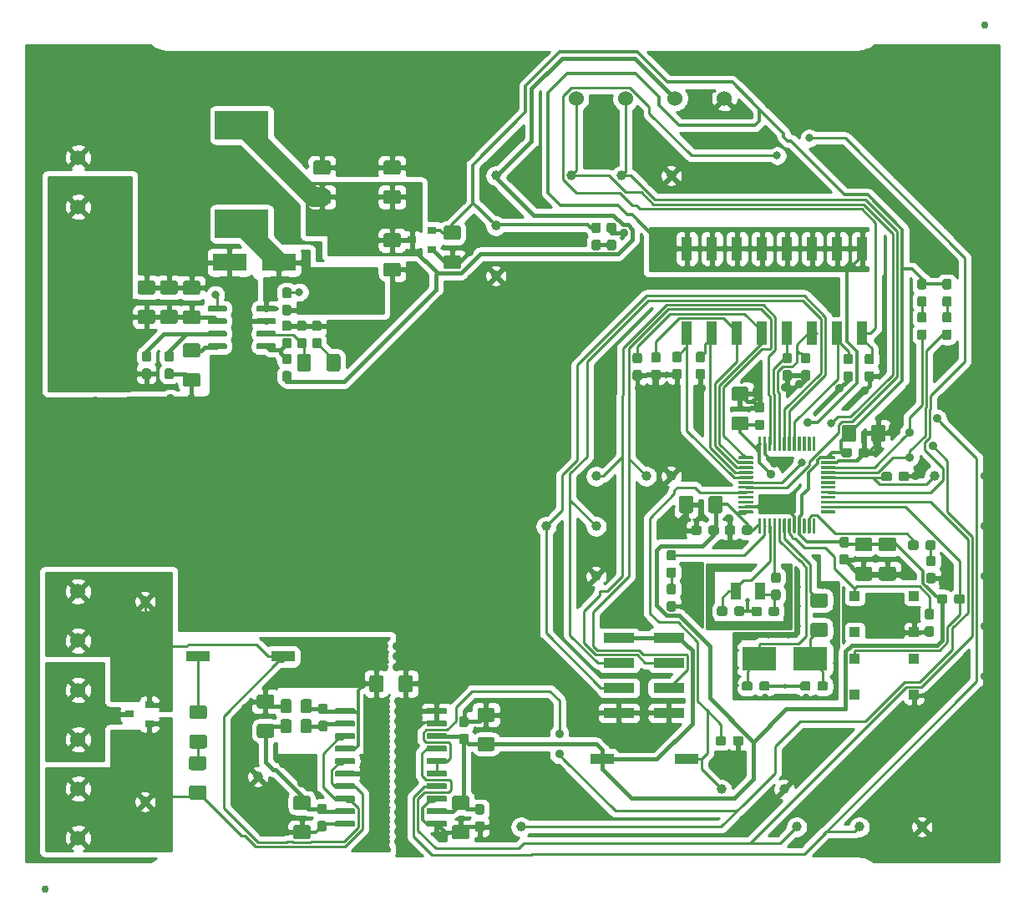
<source format=gbr>
G04 #@! TF.GenerationSoftware,KiCad,Pcbnew,5.1.5*
G04 #@! TF.CreationDate,2020-01-08T22:08:46+02:00*
G04 #@! TF.ProjectId,proto_II_assembly,70726f74-6f5f-4494-995f-617373656d62,rev?*
G04 #@! TF.SameCoordinates,Original*
G04 #@! TF.FileFunction,Copper,L1,Top*
G04 #@! TF.FilePolarity,Positive*
%FSLAX46Y46*%
G04 Gerber Fmt 4.6, Leading zero omitted, Abs format (unit mm)*
G04 Created by KiCad (PCBNEW 5.1.5) date 2020-01-08 22:08:46*
%MOMM*%
%LPD*%
G04 APERTURE LIST*
G04 #@! TA.AperFunction,SMDPad,CuDef*
%ADD10C,0.160000*%
G04 #@! TD*
G04 #@! TA.AperFunction,BGAPad,CuDef*
%ADD11C,0.750000*%
G04 #@! TD*
G04 #@! TA.AperFunction,BGAPad,CuDef*
%ADD12C,1.000000*%
G04 #@! TD*
G04 #@! TA.AperFunction,SMDPad,CuDef*
%ADD13R,2.440000X1.120000*%
G04 #@! TD*
G04 #@! TA.AperFunction,SMDPad,CuDef*
%ADD14R,3.150000X1.000000*%
G04 #@! TD*
G04 #@! TA.AperFunction,SMDPad,CuDef*
%ADD15R,3.500000X1.800000*%
G04 #@! TD*
G04 #@! TA.AperFunction,SMDPad,CuDef*
%ADD16R,3.500000X2.400000*%
G04 #@! TD*
G04 #@! TA.AperFunction,SMDPad,CuDef*
%ADD17R,5.400000X2.900000*%
G04 #@! TD*
G04 #@! TA.AperFunction,SMDPad,CuDef*
%ADD18R,1.120000X2.440000*%
G04 #@! TD*
G04 #@! TA.AperFunction,SMDPad,CuDef*
%ADD19R,0.900000X0.800000*%
G04 #@! TD*
G04 #@! TA.AperFunction,ComponentPad*
%ADD20C,1.524000*%
G04 #@! TD*
G04 #@! TA.AperFunction,SMDPad,CuDef*
%ADD21R,1.000000X1.800000*%
G04 #@! TD*
G04 #@! TA.AperFunction,SMDPad,CuDef*
%ADD22R,1.000760X1.000760*%
G04 #@! TD*
G04 #@! TA.AperFunction,ViaPad*
%ADD23C,0.900000*%
G04 #@! TD*
G04 #@! TA.AperFunction,ViaPad*
%ADD24C,0.800000*%
G04 #@! TD*
G04 #@! TA.AperFunction,ViaPad*
%ADD25C,0.500000*%
G04 #@! TD*
G04 #@! TA.AperFunction,Conductor*
%ADD26C,0.400000*%
G04 #@! TD*
G04 #@! TA.AperFunction,Conductor*
%ADD27C,0.300000*%
G04 #@! TD*
G04 #@! TA.AperFunction,Conductor*
%ADD28C,0.250000*%
G04 #@! TD*
G04 #@! TA.AperFunction,Conductor*
%ADD29C,2.000000*%
G04 #@! TD*
G04 #@! TA.AperFunction,Conductor*
%ADD30C,0.254000*%
G04 #@! TD*
G04 APERTURE END LIST*
G04 #@! TA.AperFunction,SMDPad,CuDef*
D10*
G04 #@! TO.P,R24,2*
G04 #@! TO.N,/RS485_B*
G36*
X56763184Y-115177804D02*
G01*
X56787453Y-115181404D01*
X56811251Y-115187365D01*
X56834351Y-115195630D01*
X56856529Y-115206120D01*
X56877573Y-115218733D01*
X56897278Y-115233347D01*
X56915457Y-115249823D01*
X56931933Y-115268002D01*
X56946547Y-115287707D01*
X56959160Y-115308751D01*
X56969650Y-115330929D01*
X56977915Y-115354029D01*
X56983876Y-115377827D01*
X56987476Y-115402096D01*
X56988680Y-115426600D01*
X56988680Y-116351600D01*
X56987476Y-116376104D01*
X56983876Y-116400373D01*
X56977915Y-116424171D01*
X56969650Y-116447271D01*
X56959160Y-116469449D01*
X56946547Y-116490493D01*
X56931933Y-116510198D01*
X56915457Y-116528377D01*
X56897278Y-116544853D01*
X56877573Y-116559467D01*
X56856529Y-116572080D01*
X56834351Y-116582570D01*
X56811251Y-116590835D01*
X56787453Y-116596796D01*
X56763184Y-116600396D01*
X56738680Y-116601600D01*
X55488680Y-116601600D01*
X55464176Y-116600396D01*
X55439907Y-116596796D01*
X55416109Y-116590835D01*
X55393009Y-116582570D01*
X55370831Y-116572080D01*
X55349787Y-116559467D01*
X55330082Y-116544853D01*
X55311903Y-116528377D01*
X55295427Y-116510198D01*
X55280813Y-116490493D01*
X55268200Y-116469449D01*
X55257710Y-116447271D01*
X55249445Y-116424171D01*
X55243484Y-116400373D01*
X55239884Y-116376104D01*
X55238680Y-116351600D01*
X55238680Y-115426600D01*
X55239884Y-115402096D01*
X55243484Y-115377827D01*
X55249445Y-115354029D01*
X55257710Y-115330929D01*
X55268200Y-115308751D01*
X55280813Y-115287707D01*
X55295427Y-115268002D01*
X55311903Y-115249823D01*
X55330082Y-115233347D01*
X55349787Y-115218733D01*
X55370831Y-115206120D01*
X55393009Y-115195630D01*
X55416109Y-115187365D01*
X55439907Y-115181404D01*
X55464176Y-115177804D01*
X55488680Y-115176600D01*
X56738680Y-115176600D01*
X56763184Y-115177804D01*
G37*
G04 #@! TD.AperFunction*
G04 #@! TA.AperFunction,SMDPad,CuDef*
G04 #@! TO.P,R24,1*
G04 #@! TO.N,Net-(C32-Pad1)*
G36*
X56763184Y-112202804D02*
G01*
X56787453Y-112206404D01*
X56811251Y-112212365D01*
X56834351Y-112220630D01*
X56856529Y-112231120D01*
X56877573Y-112243733D01*
X56897278Y-112258347D01*
X56915457Y-112274823D01*
X56931933Y-112293002D01*
X56946547Y-112312707D01*
X56959160Y-112333751D01*
X56969650Y-112355929D01*
X56977915Y-112379029D01*
X56983876Y-112402827D01*
X56987476Y-112427096D01*
X56988680Y-112451600D01*
X56988680Y-113376600D01*
X56987476Y-113401104D01*
X56983876Y-113425373D01*
X56977915Y-113449171D01*
X56969650Y-113472271D01*
X56959160Y-113494449D01*
X56946547Y-113515493D01*
X56931933Y-113535198D01*
X56915457Y-113553377D01*
X56897278Y-113569853D01*
X56877573Y-113584467D01*
X56856529Y-113597080D01*
X56834351Y-113607570D01*
X56811251Y-113615835D01*
X56787453Y-113621796D01*
X56763184Y-113625396D01*
X56738680Y-113626600D01*
X55488680Y-113626600D01*
X55464176Y-113625396D01*
X55439907Y-113621796D01*
X55416109Y-113615835D01*
X55393009Y-113607570D01*
X55370831Y-113597080D01*
X55349787Y-113584467D01*
X55330082Y-113569853D01*
X55311903Y-113553377D01*
X55295427Y-113535198D01*
X55280813Y-113515493D01*
X55268200Y-113494449D01*
X55257710Y-113472271D01*
X55249445Y-113449171D01*
X55243484Y-113425373D01*
X55239884Y-113401104D01*
X55238680Y-113376600D01*
X55238680Y-112451600D01*
X55239884Y-112427096D01*
X55243484Y-112402827D01*
X55249445Y-112379029D01*
X55257710Y-112355929D01*
X55268200Y-112333751D01*
X55280813Y-112312707D01*
X55295427Y-112293002D01*
X55311903Y-112274823D01*
X55330082Y-112258347D01*
X55349787Y-112243733D01*
X55370831Y-112231120D01*
X55393009Y-112220630D01*
X55416109Y-112212365D01*
X55439907Y-112206404D01*
X55464176Y-112202804D01*
X55488680Y-112201600D01*
X56738680Y-112201600D01*
X56763184Y-112202804D01*
G37*
G04 #@! TD.AperFunction*
G04 #@! TD*
D11*
G04 #@! TO.P,REF\002A\002A,*
G04 #@! TO.N,*
X40640000Y-125730000D03*
G04 #@! TD*
G04 #@! TO.P,REF\002A\002A,*
G04 #@! TO.N,*
X135890000Y-38100000D03*
G04 #@! TD*
D12*
G04 #@! TO.P,TP5,1*
G04 #@! TO.N,GND*
X129540000Y-119380000D03*
G04 #@! TD*
G04 #@! TO.P,TP6,1*
G04 #@! TO.N,/UART3_TX*
X116840000Y-119380000D03*
G04 #@! TD*
G04 #@! TA.AperFunction,SMDPad,CuDef*
D10*
G04 #@! TO.P,U4,20*
G04 #@! TO.N,GNDD*
G36*
X71931703Y-118763222D02*
G01*
X71946264Y-118765382D01*
X71960543Y-118768959D01*
X71974403Y-118773918D01*
X71987710Y-118780212D01*
X72000336Y-118787780D01*
X72012159Y-118796548D01*
X72023066Y-118806434D01*
X72032952Y-118817341D01*
X72041720Y-118829164D01*
X72049288Y-118841790D01*
X72055582Y-118855097D01*
X72060541Y-118868957D01*
X72064118Y-118883236D01*
X72066278Y-118897797D01*
X72067000Y-118912500D01*
X72067000Y-119212500D01*
X72066278Y-119227203D01*
X72064118Y-119241764D01*
X72060541Y-119256043D01*
X72055582Y-119269903D01*
X72049288Y-119283210D01*
X72041720Y-119295836D01*
X72032952Y-119307659D01*
X72023066Y-119318566D01*
X72012159Y-119328452D01*
X72000336Y-119337220D01*
X71987710Y-119344788D01*
X71974403Y-119351082D01*
X71960543Y-119356041D01*
X71946264Y-119359618D01*
X71931703Y-119361778D01*
X71917000Y-119362500D01*
X70167000Y-119362500D01*
X70152297Y-119361778D01*
X70137736Y-119359618D01*
X70123457Y-119356041D01*
X70109597Y-119351082D01*
X70096290Y-119344788D01*
X70083664Y-119337220D01*
X70071841Y-119328452D01*
X70060934Y-119318566D01*
X70051048Y-119307659D01*
X70042280Y-119295836D01*
X70034712Y-119283210D01*
X70028418Y-119269903D01*
X70023459Y-119256043D01*
X70019882Y-119241764D01*
X70017722Y-119227203D01*
X70017000Y-119212500D01*
X70017000Y-118912500D01*
X70017722Y-118897797D01*
X70019882Y-118883236D01*
X70023459Y-118868957D01*
X70028418Y-118855097D01*
X70034712Y-118841790D01*
X70042280Y-118829164D01*
X70051048Y-118817341D01*
X70060934Y-118806434D01*
X70071841Y-118796548D01*
X70083664Y-118787780D01*
X70096290Y-118780212D01*
X70109597Y-118773918D01*
X70123457Y-118768959D01*
X70137736Y-118765382D01*
X70152297Y-118763222D01*
X70167000Y-118762500D01*
X71917000Y-118762500D01*
X71931703Y-118763222D01*
G37*
G04 #@! TD.AperFunction*
G04 #@! TA.AperFunction,SMDPad,CuDef*
G04 #@! TO.P,U4,19*
G04 #@! TO.N,/rs485/ISO_IN*
G36*
X71931703Y-117493222D02*
G01*
X71946264Y-117495382D01*
X71960543Y-117498959D01*
X71974403Y-117503918D01*
X71987710Y-117510212D01*
X72000336Y-117517780D01*
X72012159Y-117526548D01*
X72023066Y-117536434D01*
X72032952Y-117547341D01*
X72041720Y-117559164D01*
X72049288Y-117571790D01*
X72055582Y-117585097D01*
X72060541Y-117598957D01*
X72064118Y-117613236D01*
X72066278Y-117627797D01*
X72067000Y-117642500D01*
X72067000Y-117942500D01*
X72066278Y-117957203D01*
X72064118Y-117971764D01*
X72060541Y-117986043D01*
X72055582Y-117999903D01*
X72049288Y-118013210D01*
X72041720Y-118025836D01*
X72032952Y-118037659D01*
X72023066Y-118048566D01*
X72012159Y-118058452D01*
X72000336Y-118067220D01*
X71987710Y-118074788D01*
X71974403Y-118081082D01*
X71960543Y-118086041D01*
X71946264Y-118089618D01*
X71931703Y-118091778D01*
X71917000Y-118092500D01*
X70167000Y-118092500D01*
X70152297Y-118091778D01*
X70137736Y-118089618D01*
X70123457Y-118086041D01*
X70109597Y-118081082D01*
X70096290Y-118074788D01*
X70083664Y-118067220D01*
X70071841Y-118058452D01*
X70060934Y-118048566D01*
X70051048Y-118037659D01*
X70042280Y-118025836D01*
X70034712Y-118013210D01*
X70028418Y-117999903D01*
X70023459Y-117986043D01*
X70019882Y-117971764D01*
X70017722Y-117957203D01*
X70017000Y-117942500D01*
X70017000Y-117642500D01*
X70017722Y-117627797D01*
X70019882Y-117613236D01*
X70023459Y-117598957D01*
X70028418Y-117585097D01*
X70034712Y-117571790D01*
X70042280Y-117559164D01*
X70051048Y-117547341D01*
X70060934Y-117536434D01*
X70071841Y-117526548D01*
X70083664Y-117517780D01*
X70096290Y-117510212D01*
X70109597Y-117503918D01*
X70123457Y-117498959D01*
X70137736Y-117495382D01*
X70152297Y-117493222D01*
X70167000Y-117492500D01*
X71917000Y-117492500D01*
X71931703Y-117493222D01*
G37*
G04 #@! TD.AperFunction*
G04 #@! TA.AperFunction,SMDPad,CuDef*
G04 #@! TO.P,U4,18*
G04 #@! TO.N,/RS485_A*
G36*
X71931703Y-116223222D02*
G01*
X71946264Y-116225382D01*
X71960543Y-116228959D01*
X71974403Y-116233918D01*
X71987710Y-116240212D01*
X72000336Y-116247780D01*
X72012159Y-116256548D01*
X72023066Y-116266434D01*
X72032952Y-116277341D01*
X72041720Y-116289164D01*
X72049288Y-116301790D01*
X72055582Y-116315097D01*
X72060541Y-116328957D01*
X72064118Y-116343236D01*
X72066278Y-116357797D01*
X72067000Y-116372500D01*
X72067000Y-116672500D01*
X72066278Y-116687203D01*
X72064118Y-116701764D01*
X72060541Y-116716043D01*
X72055582Y-116729903D01*
X72049288Y-116743210D01*
X72041720Y-116755836D01*
X72032952Y-116767659D01*
X72023066Y-116778566D01*
X72012159Y-116788452D01*
X72000336Y-116797220D01*
X71987710Y-116804788D01*
X71974403Y-116811082D01*
X71960543Y-116816041D01*
X71946264Y-116819618D01*
X71931703Y-116821778D01*
X71917000Y-116822500D01*
X70167000Y-116822500D01*
X70152297Y-116821778D01*
X70137736Y-116819618D01*
X70123457Y-116816041D01*
X70109597Y-116811082D01*
X70096290Y-116804788D01*
X70083664Y-116797220D01*
X70071841Y-116788452D01*
X70060934Y-116778566D01*
X70051048Y-116767659D01*
X70042280Y-116755836D01*
X70034712Y-116743210D01*
X70028418Y-116729903D01*
X70023459Y-116716043D01*
X70019882Y-116701764D01*
X70017722Y-116687203D01*
X70017000Y-116672500D01*
X70017000Y-116372500D01*
X70017722Y-116357797D01*
X70019882Y-116343236D01*
X70023459Y-116328957D01*
X70028418Y-116315097D01*
X70034712Y-116301790D01*
X70042280Y-116289164D01*
X70051048Y-116277341D01*
X70060934Y-116266434D01*
X70071841Y-116256548D01*
X70083664Y-116247780D01*
X70096290Y-116240212D01*
X70109597Y-116233918D01*
X70123457Y-116228959D01*
X70137736Y-116225382D01*
X70152297Y-116223222D01*
X70167000Y-116222500D01*
X71917000Y-116222500D01*
X71931703Y-116223222D01*
G37*
G04 #@! TD.AperFunction*
G04 #@! TA.AperFunction,SMDPad,CuDef*
G04 #@! TO.P,U4,17*
G04 #@! TO.N,/RS485_B*
G36*
X71931703Y-114953222D02*
G01*
X71946264Y-114955382D01*
X71960543Y-114958959D01*
X71974403Y-114963918D01*
X71987710Y-114970212D01*
X72000336Y-114977780D01*
X72012159Y-114986548D01*
X72023066Y-114996434D01*
X72032952Y-115007341D01*
X72041720Y-115019164D01*
X72049288Y-115031790D01*
X72055582Y-115045097D01*
X72060541Y-115058957D01*
X72064118Y-115073236D01*
X72066278Y-115087797D01*
X72067000Y-115102500D01*
X72067000Y-115402500D01*
X72066278Y-115417203D01*
X72064118Y-115431764D01*
X72060541Y-115446043D01*
X72055582Y-115459903D01*
X72049288Y-115473210D01*
X72041720Y-115485836D01*
X72032952Y-115497659D01*
X72023066Y-115508566D01*
X72012159Y-115518452D01*
X72000336Y-115527220D01*
X71987710Y-115534788D01*
X71974403Y-115541082D01*
X71960543Y-115546041D01*
X71946264Y-115549618D01*
X71931703Y-115551778D01*
X71917000Y-115552500D01*
X70167000Y-115552500D01*
X70152297Y-115551778D01*
X70137736Y-115549618D01*
X70123457Y-115546041D01*
X70109597Y-115541082D01*
X70096290Y-115534788D01*
X70083664Y-115527220D01*
X70071841Y-115518452D01*
X70060934Y-115508566D01*
X70051048Y-115497659D01*
X70042280Y-115485836D01*
X70034712Y-115473210D01*
X70028418Y-115459903D01*
X70023459Y-115446043D01*
X70019882Y-115431764D01*
X70017722Y-115417203D01*
X70017000Y-115402500D01*
X70017000Y-115102500D01*
X70017722Y-115087797D01*
X70019882Y-115073236D01*
X70023459Y-115058957D01*
X70028418Y-115045097D01*
X70034712Y-115031790D01*
X70042280Y-115019164D01*
X70051048Y-115007341D01*
X70060934Y-114996434D01*
X70071841Y-114986548D01*
X70083664Y-114977780D01*
X70096290Y-114970212D01*
X70109597Y-114963918D01*
X70123457Y-114958959D01*
X70137736Y-114955382D01*
X70152297Y-114953222D01*
X70167000Y-114952500D01*
X71917000Y-114952500D01*
X71931703Y-114953222D01*
G37*
G04 #@! TD.AperFunction*
G04 #@! TA.AperFunction,SMDPad,CuDef*
G04 #@! TO.P,U4,16*
G04 #@! TO.N,GNDD*
G36*
X71931703Y-113683222D02*
G01*
X71946264Y-113685382D01*
X71960543Y-113688959D01*
X71974403Y-113693918D01*
X71987710Y-113700212D01*
X72000336Y-113707780D01*
X72012159Y-113716548D01*
X72023066Y-113726434D01*
X72032952Y-113737341D01*
X72041720Y-113749164D01*
X72049288Y-113761790D01*
X72055582Y-113775097D01*
X72060541Y-113788957D01*
X72064118Y-113803236D01*
X72066278Y-113817797D01*
X72067000Y-113832500D01*
X72067000Y-114132500D01*
X72066278Y-114147203D01*
X72064118Y-114161764D01*
X72060541Y-114176043D01*
X72055582Y-114189903D01*
X72049288Y-114203210D01*
X72041720Y-114215836D01*
X72032952Y-114227659D01*
X72023066Y-114238566D01*
X72012159Y-114248452D01*
X72000336Y-114257220D01*
X71987710Y-114264788D01*
X71974403Y-114271082D01*
X71960543Y-114276041D01*
X71946264Y-114279618D01*
X71931703Y-114281778D01*
X71917000Y-114282500D01*
X70167000Y-114282500D01*
X70152297Y-114281778D01*
X70137736Y-114279618D01*
X70123457Y-114276041D01*
X70109597Y-114271082D01*
X70096290Y-114264788D01*
X70083664Y-114257220D01*
X70071841Y-114248452D01*
X70060934Y-114238566D01*
X70051048Y-114227659D01*
X70042280Y-114215836D01*
X70034712Y-114203210D01*
X70028418Y-114189903D01*
X70023459Y-114176043D01*
X70019882Y-114161764D01*
X70017722Y-114147203D01*
X70017000Y-114132500D01*
X70017000Y-113832500D01*
X70017722Y-113817797D01*
X70019882Y-113803236D01*
X70023459Y-113788957D01*
X70028418Y-113775097D01*
X70034712Y-113761790D01*
X70042280Y-113749164D01*
X70051048Y-113737341D01*
X70060934Y-113726434D01*
X70071841Y-113716548D01*
X70083664Y-113707780D01*
X70096290Y-113700212D01*
X70109597Y-113693918D01*
X70123457Y-113688959D01*
X70137736Y-113685382D01*
X70152297Y-113683222D01*
X70167000Y-113682500D01*
X71917000Y-113682500D01*
X71931703Y-113683222D01*
G37*
G04 #@! TD.AperFunction*
G04 #@! TA.AperFunction,SMDPad,CuDef*
G04 #@! TO.P,U4,15*
G04 #@! TO.N,/RS485_B*
G36*
X71931703Y-112413222D02*
G01*
X71946264Y-112415382D01*
X71960543Y-112418959D01*
X71974403Y-112423918D01*
X71987710Y-112430212D01*
X72000336Y-112437780D01*
X72012159Y-112446548D01*
X72023066Y-112456434D01*
X72032952Y-112467341D01*
X72041720Y-112479164D01*
X72049288Y-112491790D01*
X72055582Y-112505097D01*
X72060541Y-112518957D01*
X72064118Y-112533236D01*
X72066278Y-112547797D01*
X72067000Y-112562500D01*
X72067000Y-112862500D01*
X72066278Y-112877203D01*
X72064118Y-112891764D01*
X72060541Y-112906043D01*
X72055582Y-112919903D01*
X72049288Y-112933210D01*
X72041720Y-112945836D01*
X72032952Y-112957659D01*
X72023066Y-112968566D01*
X72012159Y-112978452D01*
X72000336Y-112987220D01*
X71987710Y-112994788D01*
X71974403Y-113001082D01*
X71960543Y-113006041D01*
X71946264Y-113009618D01*
X71931703Y-113011778D01*
X71917000Y-113012500D01*
X70167000Y-113012500D01*
X70152297Y-113011778D01*
X70137736Y-113009618D01*
X70123457Y-113006041D01*
X70109597Y-113001082D01*
X70096290Y-112994788D01*
X70083664Y-112987220D01*
X70071841Y-112978452D01*
X70060934Y-112968566D01*
X70051048Y-112957659D01*
X70042280Y-112945836D01*
X70034712Y-112933210D01*
X70028418Y-112919903D01*
X70023459Y-112906043D01*
X70019882Y-112891764D01*
X70017722Y-112877203D01*
X70017000Y-112862500D01*
X70017000Y-112562500D01*
X70017722Y-112547797D01*
X70019882Y-112533236D01*
X70023459Y-112518957D01*
X70028418Y-112505097D01*
X70034712Y-112491790D01*
X70042280Y-112479164D01*
X70051048Y-112467341D01*
X70060934Y-112456434D01*
X70071841Y-112446548D01*
X70083664Y-112437780D01*
X70096290Y-112430212D01*
X70109597Y-112423918D01*
X70123457Y-112418959D01*
X70137736Y-112415382D01*
X70152297Y-112413222D01*
X70167000Y-112412500D01*
X71917000Y-112412500D01*
X71931703Y-112413222D01*
G37*
G04 #@! TD.AperFunction*
G04 #@! TA.AperFunction,SMDPad,CuDef*
G04 #@! TO.P,U4,14*
G04 #@! TO.N,GNDD*
G36*
X71931703Y-111143222D02*
G01*
X71946264Y-111145382D01*
X71960543Y-111148959D01*
X71974403Y-111153918D01*
X71987710Y-111160212D01*
X72000336Y-111167780D01*
X72012159Y-111176548D01*
X72023066Y-111186434D01*
X72032952Y-111197341D01*
X72041720Y-111209164D01*
X72049288Y-111221790D01*
X72055582Y-111235097D01*
X72060541Y-111248957D01*
X72064118Y-111263236D01*
X72066278Y-111277797D01*
X72067000Y-111292500D01*
X72067000Y-111592500D01*
X72066278Y-111607203D01*
X72064118Y-111621764D01*
X72060541Y-111636043D01*
X72055582Y-111649903D01*
X72049288Y-111663210D01*
X72041720Y-111675836D01*
X72032952Y-111687659D01*
X72023066Y-111698566D01*
X72012159Y-111708452D01*
X72000336Y-111717220D01*
X71987710Y-111724788D01*
X71974403Y-111731082D01*
X71960543Y-111736041D01*
X71946264Y-111739618D01*
X71931703Y-111741778D01*
X71917000Y-111742500D01*
X70167000Y-111742500D01*
X70152297Y-111741778D01*
X70137736Y-111739618D01*
X70123457Y-111736041D01*
X70109597Y-111731082D01*
X70096290Y-111724788D01*
X70083664Y-111717220D01*
X70071841Y-111708452D01*
X70060934Y-111698566D01*
X70051048Y-111687659D01*
X70042280Y-111675836D01*
X70034712Y-111663210D01*
X70028418Y-111649903D01*
X70023459Y-111636043D01*
X70019882Y-111621764D01*
X70017722Y-111607203D01*
X70017000Y-111592500D01*
X70017000Y-111292500D01*
X70017722Y-111277797D01*
X70019882Y-111263236D01*
X70023459Y-111248957D01*
X70028418Y-111235097D01*
X70034712Y-111221790D01*
X70042280Y-111209164D01*
X70051048Y-111197341D01*
X70060934Y-111186434D01*
X70071841Y-111176548D01*
X70083664Y-111167780D01*
X70096290Y-111160212D01*
X70109597Y-111153918D01*
X70123457Y-111148959D01*
X70137736Y-111145382D01*
X70152297Y-111143222D01*
X70167000Y-111142500D01*
X71917000Y-111142500D01*
X71931703Y-111143222D01*
G37*
G04 #@! TD.AperFunction*
G04 #@! TA.AperFunction,SMDPad,CuDef*
G04 #@! TO.P,U4,13*
G04 #@! TO.N,/RS485_A*
G36*
X71931703Y-109873222D02*
G01*
X71946264Y-109875382D01*
X71960543Y-109878959D01*
X71974403Y-109883918D01*
X71987710Y-109890212D01*
X72000336Y-109897780D01*
X72012159Y-109906548D01*
X72023066Y-109916434D01*
X72032952Y-109927341D01*
X72041720Y-109939164D01*
X72049288Y-109951790D01*
X72055582Y-109965097D01*
X72060541Y-109978957D01*
X72064118Y-109993236D01*
X72066278Y-110007797D01*
X72067000Y-110022500D01*
X72067000Y-110322500D01*
X72066278Y-110337203D01*
X72064118Y-110351764D01*
X72060541Y-110366043D01*
X72055582Y-110379903D01*
X72049288Y-110393210D01*
X72041720Y-110405836D01*
X72032952Y-110417659D01*
X72023066Y-110428566D01*
X72012159Y-110438452D01*
X72000336Y-110447220D01*
X71987710Y-110454788D01*
X71974403Y-110461082D01*
X71960543Y-110466041D01*
X71946264Y-110469618D01*
X71931703Y-110471778D01*
X71917000Y-110472500D01*
X70167000Y-110472500D01*
X70152297Y-110471778D01*
X70137736Y-110469618D01*
X70123457Y-110466041D01*
X70109597Y-110461082D01*
X70096290Y-110454788D01*
X70083664Y-110447220D01*
X70071841Y-110438452D01*
X70060934Y-110428566D01*
X70051048Y-110417659D01*
X70042280Y-110405836D01*
X70034712Y-110393210D01*
X70028418Y-110379903D01*
X70023459Y-110366043D01*
X70019882Y-110351764D01*
X70017722Y-110337203D01*
X70017000Y-110322500D01*
X70017000Y-110022500D01*
X70017722Y-110007797D01*
X70019882Y-109993236D01*
X70023459Y-109978957D01*
X70028418Y-109965097D01*
X70034712Y-109951790D01*
X70042280Y-109939164D01*
X70051048Y-109927341D01*
X70060934Y-109916434D01*
X70071841Y-109906548D01*
X70083664Y-109897780D01*
X70096290Y-109890212D01*
X70109597Y-109883918D01*
X70123457Y-109878959D01*
X70137736Y-109875382D01*
X70152297Y-109873222D01*
X70167000Y-109872500D01*
X71917000Y-109872500D01*
X71931703Y-109873222D01*
G37*
G04 #@! TD.AperFunction*
G04 #@! TA.AperFunction,SMDPad,CuDef*
G04 #@! TO.P,U4,12*
G04 #@! TO.N,/rs485/ISO_OUT*
G36*
X71931703Y-108603222D02*
G01*
X71946264Y-108605382D01*
X71960543Y-108608959D01*
X71974403Y-108613918D01*
X71987710Y-108620212D01*
X72000336Y-108627780D01*
X72012159Y-108636548D01*
X72023066Y-108646434D01*
X72032952Y-108657341D01*
X72041720Y-108669164D01*
X72049288Y-108681790D01*
X72055582Y-108695097D01*
X72060541Y-108708957D01*
X72064118Y-108723236D01*
X72066278Y-108737797D01*
X72067000Y-108752500D01*
X72067000Y-109052500D01*
X72066278Y-109067203D01*
X72064118Y-109081764D01*
X72060541Y-109096043D01*
X72055582Y-109109903D01*
X72049288Y-109123210D01*
X72041720Y-109135836D01*
X72032952Y-109147659D01*
X72023066Y-109158566D01*
X72012159Y-109168452D01*
X72000336Y-109177220D01*
X71987710Y-109184788D01*
X71974403Y-109191082D01*
X71960543Y-109196041D01*
X71946264Y-109199618D01*
X71931703Y-109201778D01*
X71917000Y-109202500D01*
X70167000Y-109202500D01*
X70152297Y-109201778D01*
X70137736Y-109199618D01*
X70123457Y-109196041D01*
X70109597Y-109191082D01*
X70096290Y-109184788D01*
X70083664Y-109177220D01*
X70071841Y-109168452D01*
X70060934Y-109158566D01*
X70051048Y-109147659D01*
X70042280Y-109135836D01*
X70034712Y-109123210D01*
X70028418Y-109109903D01*
X70023459Y-109096043D01*
X70019882Y-109081764D01*
X70017722Y-109067203D01*
X70017000Y-109052500D01*
X70017000Y-108752500D01*
X70017722Y-108737797D01*
X70019882Y-108723236D01*
X70023459Y-108708957D01*
X70028418Y-108695097D01*
X70034712Y-108681790D01*
X70042280Y-108669164D01*
X70051048Y-108657341D01*
X70060934Y-108646434D01*
X70071841Y-108636548D01*
X70083664Y-108627780D01*
X70096290Y-108620212D01*
X70109597Y-108613918D01*
X70123457Y-108608959D01*
X70137736Y-108605382D01*
X70152297Y-108603222D01*
X70167000Y-108602500D01*
X71917000Y-108602500D01*
X71931703Y-108603222D01*
G37*
G04 #@! TD.AperFunction*
G04 #@! TA.AperFunction,SMDPad,CuDef*
G04 #@! TO.P,U4,11*
G04 #@! TO.N,GNDD*
G36*
X71931703Y-107333222D02*
G01*
X71946264Y-107335382D01*
X71960543Y-107338959D01*
X71974403Y-107343918D01*
X71987710Y-107350212D01*
X72000336Y-107357780D01*
X72012159Y-107366548D01*
X72023066Y-107376434D01*
X72032952Y-107387341D01*
X72041720Y-107399164D01*
X72049288Y-107411790D01*
X72055582Y-107425097D01*
X72060541Y-107438957D01*
X72064118Y-107453236D01*
X72066278Y-107467797D01*
X72067000Y-107482500D01*
X72067000Y-107782500D01*
X72066278Y-107797203D01*
X72064118Y-107811764D01*
X72060541Y-107826043D01*
X72055582Y-107839903D01*
X72049288Y-107853210D01*
X72041720Y-107865836D01*
X72032952Y-107877659D01*
X72023066Y-107888566D01*
X72012159Y-107898452D01*
X72000336Y-107907220D01*
X71987710Y-107914788D01*
X71974403Y-107921082D01*
X71960543Y-107926041D01*
X71946264Y-107929618D01*
X71931703Y-107931778D01*
X71917000Y-107932500D01*
X70167000Y-107932500D01*
X70152297Y-107931778D01*
X70137736Y-107929618D01*
X70123457Y-107926041D01*
X70109597Y-107921082D01*
X70096290Y-107914788D01*
X70083664Y-107907220D01*
X70071841Y-107898452D01*
X70060934Y-107888566D01*
X70051048Y-107877659D01*
X70042280Y-107865836D01*
X70034712Y-107853210D01*
X70028418Y-107839903D01*
X70023459Y-107826043D01*
X70019882Y-107811764D01*
X70017722Y-107797203D01*
X70017000Y-107782500D01*
X70017000Y-107482500D01*
X70017722Y-107467797D01*
X70019882Y-107453236D01*
X70023459Y-107438957D01*
X70028418Y-107425097D01*
X70034712Y-107411790D01*
X70042280Y-107399164D01*
X70051048Y-107387341D01*
X70060934Y-107376434D01*
X70071841Y-107366548D01*
X70083664Y-107357780D01*
X70096290Y-107350212D01*
X70109597Y-107343918D01*
X70123457Y-107338959D01*
X70137736Y-107335382D01*
X70152297Y-107333222D01*
X70167000Y-107332500D01*
X71917000Y-107332500D01*
X71931703Y-107333222D01*
G37*
G04 #@! TD.AperFunction*
G04 #@! TA.AperFunction,SMDPad,CuDef*
G04 #@! TO.P,U4,10*
G04 #@! TO.N,GND*
G36*
X81231703Y-107333222D02*
G01*
X81246264Y-107335382D01*
X81260543Y-107338959D01*
X81274403Y-107343918D01*
X81287710Y-107350212D01*
X81300336Y-107357780D01*
X81312159Y-107366548D01*
X81323066Y-107376434D01*
X81332952Y-107387341D01*
X81341720Y-107399164D01*
X81349288Y-107411790D01*
X81355582Y-107425097D01*
X81360541Y-107438957D01*
X81364118Y-107453236D01*
X81366278Y-107467797D01*
X81367000Y-107482500D01*
X81367000Y-107782500D01*
X81366278Y-107797203D01*
X81364118Y-107811764D01*
X81360541Y-107826043D01*
X81355582Y-107839903D01*
X81349288Y-107853210D01*
X81341720Y-107865836D01*
X81332952Y-107877659D01*
X81323066Y-107888566D01*
X81312159Y-107898452D01*
X81300336Y-107907220D01*
X81287710Y-107914788D01*
X81274403Y-107921082D01*
X81260543Y-107926041D01*
X81246264Y-107929618D01*
X81231703Y-107931778D01*
X81217000Y-107932500D01*
X79467000Y-107932500D01*
X79452297Y-107931778D01*
X79437736Y-107929618D01*
X79423457Y-107926041D01*
X79409597Y-107921082D01*
X79396290Y-107914788D01*
X79383664Y-107907220D01*
X79371841Y-107898452D01*
X79360934Y-107888566D01*
X79351048Y-107877659D01*
X79342280Y-107865836D01*
X79334712Y-107853210D01*
X79328418Y-107839903D01*
X79323459Y-107826043D01*
X79319882Y-107811764D01*
X79317722Y-107797203D01*
X79317000Y-107782500D01*
X79317000Y-107482500D01*
X79317722Y-107467797D01*
X79319882Y-107453236D01*
X79323459Y-107438957D01*
X79328418Y-107425097D01*
X79334712Y-107411790D01*
X79342280Y-107399164D01*
X79351048Y-107387341D01*
X79360934Y-107376434D01*
X79371841Y-107366548D01*
X79383664Y-107357780D01*
X79396290Y-107350212D01*
X79409597Y-107343918D01*
X79423457Y-107338959D01*
X79437736Y-107335382D01*
X79452297Y-107333222D01*
X79467000Y-107332500D01*
X81217000Y-107332500D01*
X81231703Y-107333222D01*
G37*
G04 #@! TD.AperFunction*
G04 #@! TA.AperFunction,SMDPad,CuDef*
G04 #@! TO.P,U4,9*
G36*
X81231703Y-108603222D02*
G01*
X81246264Y-108605382D01*
X81260543Y-108608959D01*
X81274403Y-108613918D01*
X81287710Y-108620212D01*
X81300336Y-108627780D01*
X81312159Y-108636548D01*
X81323066Y-108646434D01*
X81332952Y-108657341D01*
X81341720Y-108669164D01*
X81349288Y-108681790D01*
X81355582Y-108695097D01*
X81360541Y-108708957D01*
X81364118Y-108723236D01*
X81366278Y-108737797D01*
X81367000Y-108752500D01*
X81367000Y-109052500D01*
X81366278Y-109067203D01*
X81364118Y-109081764D01*
X81360541Y-109096043D01*
X81355582Y-109109903D01*
X81349288Y-109123210D01*
X81341720Y-109135836D01*
X81332952Y-109147659D01*
X81323066Y-109158566D01*
X81312159Y-109168452D01*
X81300336Y-109177220D01*
X81287710Y-109184788D01*
X81274403Y-109191082D01*
X81260543Y-109196041D01*
X81246264Y-109199618D01*
X81231703Y-109201778D01*
X81217000Y-109202500D01*
X79467000Y-109202500D01*
X79452297Y-109201778D01*
X79437736Y-109199618D01*
X79423457Y-109196041D01*
X79409597Y-109191082D01*
X79396290Y-109184788D01*
X79383664Y-109177220D01*
X79371841Y-109168452D01*
X79360934Y-109158566D01*
X79351048Y-109147659D01*
X79342280Y-109135836D01*
X79334712Y-109123210D01*
X79328418Y-109109903D01*
X79323459Y-109096043D01*
X79319882Y-109081764D01*
X79317722Y-109067203D01*
X79317000Y-109052500D01*
X79317000Y-108752500D01*
X79317722Y-108737797D01*
X79319882Y-108723236D01*
X79323459Y-108708957D01*
X79328418Y-108695097D01*
X79334712Y-108681790D01*
X79342280Y-108669164D01*
X79351048Y-108657341D01*
X79360934Y-108646434D01*
X79371841Y-108636548D01*
X79383664Y-108627780D01*
X79396290Y-108620212D01*
X79409597Y-108613918D01*
X79423457Y-108608959D01*
X79437736Y-108605382D01*
X79452297Y-108603222D01*
X79467000Y-108602500D01*
X81217000Y-108602500D01*
X81231703Y-108603222D01*
G37*
G04 #@! TD.AperFunction*
G04 #@! TA.AperFunction,SMDPad,CuDef*
G04 #@! TO.P,U4,8*
G04 #@! TO.N,+3V3*
G36*
X81231703Y-109873222D02*
G01*
X81246264Y-109875382D01*
X81260543Y-109878959D01*
X81274403Y-109883918D01*
X81287710Y-109890212D01*
X81300336Y-109897780D01*
X81312159Y-109906548D01*
X81323066Y-109916434D01*
X81332952Y-109927341D01*
X81341720Y-109939164D01*
X81349288Y-109951790D01*
X81355582Y-109965097D01*
X81360541Y-109978957D01*
X81364118Y-109993236D01*
X81366278Y-110007797D01*
X81367000Y-110022500D01*
X81367000Y-110322500D01*
X81366278Y-110337203D01*
X81364118Y-110351764D01*
X81360541Y-110366043D01*
X81355582Y-110379903D01*
X81349288Y-110393210D01*
X81341720Y-110405836D01*
X81332952Y-110417659D01*
X81323066Y-110428566D01*
X81312159Y-110438452D01*
X81300336Y-110447220D01*
X81287710Y-110454788D01*
X81274403Y-110461082D01*
X81260543Y-110466041D01*
X81246264Y-110469618D01*
X81231703Y-110471778D01*
X81217000Y-110472500D01*
X79467000Y-110472500D01*
X79452297Y-110471778D01*
X79437736Y-110469618D01*
X79423457Y-110466041D01*
X79409597Y-110461082D01*
X79396290Y-110454788D01*
X79383664Y-110447220D01*
X79371841Y-110438452D01*
X79360934Y-110428566D01*
X79351048Y-110417659D01*
X79342280Y-110405836D01*
X79334712Y-110393210D01*
X79328418Y-110379903D01*
X79323459Y-110366043D01*
X79319882Y-110351764D01*
X79317722Y-110337203D01*
X79317000Y-110322500D01*
X79317000Y-110022500D01*
X79317722Y-110007797D01*
X79319882Y-109993236D01*
X79323459Y-109978957D01*
X79328418Y-109965097D01*
X79334712Y-109951790D01*
X79342280Y-109939164D01*
X79351048Y-109927341D01*
X79360934Y-109916434D01*
X79371841Y-109906548D01*
X79383664Y-109897780D01*
X79396290Y-109890212D01*
X79409597Y-109883918D01*
X79423457Y-109878959D01*
X79437736Y-109875382D01*
X79452297Y-109873222D01*
X79467000Y-109872500D01*
X81217000Y-109872500D01*
X81231703Y-109873222D01*
G37*
G04 #@! TD.AperFunction*
G04 #@! TA.AperFunction,SMDPad,CuDef*
G04 #@! TO.P,U4,7*
G04 #@! TO.N,/UART3_TX*
G36*
X81231703Y-111143222D02*
G01*
X81246264Y-111145382D01*
X81260543Y-111148959D01*
X81274403Y-111153918D01*
X81287710Y-111160212D01*
X81300336Y-111167780D01*
X81312159Y-111176548D01*
X81323066Y-111186434D01*
X81332952Y-111197341D01*
X81341720Y-111209164D01*
X81349288Y-111221790D01*
X81355582Y-111235097D01*
X81360541Y-111248957D01*
X81364118Y-111263236D01*
X81366278Y-111277797D01*
X81367000Y-111292500D01*
X81367000Y-111592500D01*
X81366278Y-111607203D01*
X81364118Y-111621764D01*
X81360541Y-111636043D01*
X81355582Y-111649903D01*
X81349288Y-111663210D01*
X81341720Y-111675836D01*
X81332952Y-111687659D01*
X81323066Y-111698566D01*
X81312159Y-111708452D01*
X81300336Y-111717220D01*
X81287710Y-111724788D01*
X81274403Y-111731082D01*
X81260543Y-111736041D01*
X81246264Y-111739618D01*
X81231703Y-111741778D01*
X81217000Y-111742500D01*
X79467000Y-111742500D01*
X79452297Y-111741778D01*
X79437736Y-111739618D01*
X79423457Y-111736041D01*
X79409597Y-111731082D01*
X79396290Y-111724788D01*
X79383664Y-111717220D01*
X79371841Y-111708452D01*
X79360934Y-111698566D01*
X79351048Y-111687659D01*
X79342280Y-111675836D01*
X79334712Y-111663210D01*
X79328418Y-111649903D01*
X79323459Y-111636043D01*
X79319882Y-111621764D01*
X79317722Y-111607203D01*
X79317000Y-111592500D01*
X79317000Y-111292500D01*
X79317722Y-111277797D01*
X79319882Y-111263236D01*
X79323459Y-111248957D01*
X79328418Y-111235097D01*
X79334712Y-111221790D01*
X79342280Y-111209164D01*
X79351048Y-111197341D01*
X79360934Y-111186434D01*
X79371841Y-111176548D01*
X79383664Y-111167780D01*
X79396290Y-111160212D01*
X79409597Y-111153918D01*
X79423457Y-111148959D01*
X79437736Y-111145382D01*
X79452297Y-111143222D01*
X79467000Y-111142500D01*
X81217000Y-111142500D01*
X81231703Y-111143222D01*
G37*
G04 #@! TD.AperFunction*
G04 #@! TA.AperFunction,SMDPad,CuDef*
G04 #@! TO.P,U4,6*
G04 #@! TO.N,/DE~RE*
G36*
X81231703Y-112413222D02*
G01*
X81246264Y-112415382D01*
X81260543Y-112418959D01*
X81274403Y-112423918D01*
X81287710Y-112430212D01*
X81300336Y-112437780D01*
X81312159Y-112446548D01*
X81323066Y-112456434D01*
X81332952Y-112467341D01*
X81341720Y-112479164D01*
X81349288Y-112491790D01*
X81355582Y-112505097D01*
X81360541Y-112518957D01*
X81364118Y-112533236D01*
X81366278Y-112547797D01*
X81367000Y-112562500D01*
X81367000Y-112862500D01*
X81366278Y-112877203D01*
X81364118Y-112891764D01*
X81360541Y-112906043D01*
X81355582Y-112919903D01*
X81349288Y-112933210D01*
X81341720Y-112945836D01*
X81332952Y-112957659D01*
X81323066Y-112968566D01*
X81312159Y-112978452D01*
X81300336Y-112987220D01*
X81287710Y-112994788D01*
X81274403Y-113001082D01*
X81260543Y-113006041D01*
X81246264Y-113009618D01*
X81231703Y-113011778D01*
X81217000Y-113012500D01*
X79467000Y-113012500D01*
X79452297Y-113011778D01*
X79437736Y-113009618D01*
X79423457Y-113006041D01*
X79409597Y-113001082D01*
X79396290Y-112994788D01*
X79383664Y-112987220D01*
X79371841Y-112978452D01*
X79360934Y-112968566D01*
X79351048Y-112957659D01*
X79342280Y-112945836D01*
X79334712Y-112933210D01*
X79328418Y-112919903D01*
X79323459Y-112906043D01*
X79319882Y-112891764D01*
X79317722Y-112877203D01*
X79317000Y-112862500D01*
X79317000Y-112562500D01*
X79317722Y-112547797D01*
X79319882Y-112533236D01*
X79323459Y-112518957D01*
X79328418Y-112505097D01*
X79334712Y-112491790D01*
X79342280Y-112479164D01*
X79351048Y-112467341D01*
X79360934Y-112456434D01*
X79371841Y-112446548D01*
X79383664Y-112437780D01*
X79396290Y-112430212D01*
X79409597Y-112423918D01*
X79423457Y-112418959D01*
X79437736Y-112415382D01*
X79452297Y-112413222D01*
X79467000Y-112412500D01*
X81217000Y-112412500D01*
X81231703Y-112413222D01*
G37*
G04 #@! TD.AperFunction*
G04 #@! TA.AperFunction,SMDPad,CuDef*
G04 #@! TO.P,U4,5*
G36*
X81231703Y-113683222D02*
G01*
X81246264Y-113685382D01*
X81260543Y-113688959D01*
X81274403Y-113693918D01*
X81287710Y-113700212D01*
X81300336Y-113707780D01*
X81312159Y-113716548D01*
X81323066Y-113726434D01*
X81332952Y-113737341D01*
X81341720Y-113749164D01*
X81349288Y-113761790D01*
X81355582Y-113775097D01*
X81360541Y-113788957D01*
X81364118Y-113803236D01*
X81366278Y-113817797D01*
X81367000Y-113832500D01*
X81367000Y-114132500D01*
X81366278Y-114147203D01*
X81364118Y-114161764D01*
X81360541Y-114176043D01*
X81355582Y-114189903D01*
X81349288Y-114203210D01*
X81341720Y-114215836D01*
X81332952Y-114227659D01*
X81323066Y-114238566D01*
X81312159Y-114248452D01*
X81300336Y-114257220D01*
X81287710Y-114264788D01*
X81274403Y-114271082D01*
X81260543Y-114276041D01*
X81246264Y-114279618D01*
X81231703Y-114281778D01*
X81217000Y-114282500D01*
X79467000Y-114282500D01*
X79452297Y-114281778D01*
X79437736Y-114279618D01*
X79423457Y-114276041D01*
X79409597Y-114271082D01*
X79396290Y-114264788D01*
X79383664Y-114257220D01*
X79371841Y-114248452D01*
X79360934Y-114238566D01*
X79351048Y-114227659D01*
X79342280Y-114215836D01*
X79334712Y-114203210D01*
X79328418Y-114189903D01*
X79323459Y-114176043D01*
X79319882Y-114161764D01*
X79317722Y-114147203D01*
X79317000Y-114132500D01*
X79317000Y-113832500D01*
X79317722Y-113817797D01*
X79319882Y-113803236D01*
X79323459Y-113788957D01*
X79328418Y-113775097D01*
X79334712Y-113761790D01*
X79342280Y-113749164D01*
X79351048Y-113737341D01*
X79360934Y-113726434D01*
X79371841Y-113716548D01*
X79383664Y-113707780D01*
X79396290Y-113700212D01*
X79409597Y-113693918D01*
X79423457Y-113688959D01*
X79437736Y-113685382D01*
X79452297Y-113683222D01*
X79467000Y-113682500D01*
X81217000Y-113682500D01*
X81231703Y-113683222D01*
G37*
G04 #@! TD.AperFunction*
G04 #@! TA.AperFunction,SMDPad,CuDef*
G04 #@! TO.P,U4,4*
G04 #@! TO.N,/UART3_RX*
G36*
X81231703Y-114953222D02*
G01*
X81246264Y-114955382D01*
X81260543Y-114958959D01*
X81274403Y-114963918D01*
X81287710Y-114970212D01*
X81300336Y-114977780D01*
X81312159Y-114986548D01*
X81323066Y-114996434D01*
X81332952Y-115007341D01*
X81341720Y-115019164D01*
X81349288Y-115031790D01*
X81355582Y-115045097D01*
X81360541Y-115058957D01*
X81364118Y-115073236D01*
X81366278Y-115087797D01*
X81367000Y-115102500D01*
X81367000Y-115402500D01*
X81366278Y-115417203D01*
X81364118Y-115431764D01*
X81360541Y-115446043D01*
X81355582Y-115459903D01*
X81349288Y-115473210D01*
X81341720Y-115485836D01*
X81332952Y-115497659D01*
X81323066Y-115508566D01*
X81312159Y-115518452D01*
X81300336Y-115527220D01*
X81287710Y-115534788D01*
X81274403Y-115541082D01*
X81260543Y-115546041D01*
X81246264Y-115549618D01*
X81231703Y-115551778D01*
X81217000Y-115552500D01*
X79467000Y-115552500D01*
X79452297Y-115551778D01*
X79437736Y-115549618D01*
X79423457Y-115546041D01*
X79409597Y-115541082D01*
X79396290Y-115534788D01*
X79383664Y-115527220D01*
X79371841Y-115518452D01*
X79360934Y-115508566D01*
X79351048Y-115497659D01*
X79342280Y-115485836D01*
X79334712Y-115473210D01*
X79328418Y-115459903D01*
X79323459Y-115446043D01*
X79319882Y-115431764D01*
X79317722Y-115417203D01*
X79317000Y-115402500D01*
X79317000Y-115102500D01*
X79317722Y-115087797D01*
X79319882Y-115073236D01*
X79323459Y-115058957D01*
X79328418Y-115045097D01*
X79334712Y-115031790D01*
X79342280Y-115019164D01*
X79351048Y-115007341D01*
X79360934Y-114996434D01*
X79371841Y-114986548D01*
X79383664Y-114977780D01*
X79396290Y-114970212D01*
X79409597Y-114963918D01*
X79423457Y-114958959D01*
X79437736Y-114955382D01*
X79452297Y-114953222D01*
X79467000Y-114952500D01*
X81217000Y-114952500D01*
X81231703Y-114953222D01*
G37*
G04 #@! TD.AperFunction*
G04 #@! TA.AperFunction,SMDPad,CuDef*
G04 #@! TO.P,U4,3*
G04 #@! TO.N,GND*
G36*
X81231703Y-116223222D02*
G01*
X81246264Y-116225382D01*
X81260543Y-116228959D01*
X81274403Y-116233918D01*
X81287710Y-116240212D01*
X81300336Y-116247780D01*
X81312159Y-116256548D01*
X81323066Y-116266434D01*
X81332952Y-116277341D01*
X81341720Y-116289164D01*
X81349288Y-116301790D01*
X81355582Y-116315097D01*
X81360541Y-116328957D01*
X81364118Y-116343236D01*
X81366278Y-116357797D01*
X81367000Y-116372500D01*
X81367000Y-116672500D01*
X81366278Y-116687203D01*
X81364118Y-116701764D01*
X81360541Y-116716043D01*
X81355582Y-116729903D01*
X81349288Y-116743210D01*
X81341720Y-116755836D01*
X81332952Y-116767659D01*
X81323066Y-116778566D01*
X81312159Y-116788452D01*
X81300336Y-116797220D01*
X81287710Y-116804788D01*
X81274403Y-116811082D01*
X81260543Y-116816041D01*
X81246264Y-116819618D01*
X81231703Y-116821778D01*
X81217000Y-116822500D01*
X79467000Y-116822500D01*
X79452297Y-116821778D01*
X79437736Y-116819618D01*
X79423457Y-116816041D01*
X79409597Y-116811082D01*
X79396290Y-116804788D01*
X79383664Y-116797220D01*
X79371841Y-116788452D01*
X79360934Y-116778566D01*
X79351048Y-116767659D01*
X79342280Y-116755836D01*
X79334712Y-116743210D01*
X79328418Y-116729903D01*
X79323459Y-116716043D01*
X79319882Y-116701764D01*
X79317722Y-116687203D01*
X79317000Y-116672500D01*
X79317000Y-116372500D01*
X79317722Y-116357797D01*
X79319882Y-116343236D01*
X79323459Y-116328957D01*
X79328418Y-116315097D01*
X79334712Y-116301790D01*
X79342280Y-116289164D01*
X79351048Y-116277341D01*
X79360934Y-116266434D01*
X79371841Y-116256548D01*
X79383664Y-116247780D01*
X79396290Y-116240212D01*
X79409597Y-116233918D01*
X79423457Y-116228959D01*
X79437736Y-116225382D01*
X79452297Y-116223222D01*
X79467000Y-116222500D01*
X81217000Y-116222500D01*
X81231703Y-116223222D01*
G37*
G04 #@! TD.AperFunction*
G04 #@! TA.AperFunction,SMDPad,CuDef*
G04 #@! TO.P,U4,2*
G04 #@! TO.N,+3V3*
G36*
X81231703Y-117493222D02*
G01*
X81246264Y-117495382D01*
X81260543Y-117498959D01*
X81274403Y-117503918D01*
X81287710Y-117510212D01*
X81300336Y-117517780D01*
X81312159Y-117526548D01*
X81323066Y-117536434D01*
X81332952Y-117547341D01*
X81341720Y-117559164D01*
X81349288Y-117571790D01*
X81355582Y-117585097D01*
X81360541Y-117598957D01*
X81364118Y-117613236D01*
X81366278Y-117627797D01*
X81367000Y-117642500D01*
X81367000Y-117942500D01*
X81366278Y-117957203D01*
X81364118Y-117971764D01*
X81360541Y-117986043D01*
X81355582Y-117999903D01*
X81349288Y-118013210D01*
X81341720Y-118025836D01*
X81332952Y-118037659D01*
X81323066Y-118048566D01*
X81312159Y-118058452D01*
X81300336Y-118067220D01*
X81287710Y-118074788D01*
X81274403Y-118081082D01*
X81260543Y-118086041D01*
X81246264Y-118089618D01*
X81231703Y-118091778D01*
X81217000Y-118092500D01*
X79467000Y-118092500D01*
X79452297Y-118091778D01*
X79437736Y-118089618D01*
X79423457Y-118086041D01*
X79409597Y-118081082D01*
X79396290Y-118074788D01*
X79383664Y-118067220D01*
X79371841Y-118058452D01*
X79360934Y-118048566D01*
X79351048Y-118037659D01*
X79342280Y-118025836D01*
X79334712Y-118013210D01*
X79328418Y-117999903D01*
X79323459Y-117986043D01*
X79319882Y-117971764D01*
X79317722Y-117957203D01*
X79317000Y-117942500D01*
X79317000Y-117642500D01*
X79317722Y-117627797D01*
X79319882Y-117613236D01*
X79323459Y-117598957D01*
X79328418Y-117585097D01*
X79334712Y-117571790D01*
X79342280Y-117559164D01*
X79351048Y-117547341D01*
X79360934Y-117536434D01*
X79371841Y-117526548D01*
X79383664Y-117517780D01*
X79396290Y-117510212D01*
X79409597Y-117503918D01*
X79423457Y-117498959D01*
X79437736Y-117495382D01*
X79452297Y-117493222D01*
X79467000Y-117492500D01*
X81217000Y-117492500D01*
X81231703Y-117493222D01*
G37*
G04 #@! TD.AperFunction*
G04 #@! TA.AperFunction,SMDPad,CuDef*
G04 #@! TO.P,U4,1*
G04 #@! TO.N,GND*
G36*
X81231703Y-118763222D02*
G01*
X81246264Y-118765382D01*
X81260543Y-118768959D01*
X81274403Y-118773918D01*
X81287710Y-118780212D01*
X81300336Y-118787780D01*
X81312159Y-118796548D01*
X81323066Y-118806434D01*
X81332952Y-118817341D01*
X81341720Y-118829164D01*
X81349288Y-118841790D01*
X81355582Y-118855097D01*
X81360541Y-118868957D01*
X81364118Y-118883236D01*
X81366278Y-118897797D01*
X81367000Y-118912500D01*
X81367000Y-119212500D01*
X81366278Y-119227203D01*
X81364118Y-119241764D01*
X81360541Y-119256043D01*
X81355582Y-119269903D01*
X81349288Y-119283210D01*
X81341720Y-119295836D01*
X81332952Y-119307659D01*
X81323066Y-119318566D01*
X81312159Y-119328452D01*
X81300336Y-119337220D01*
X81287710Y-119344788D01*
X81274403Y-119351082D01*
X81260543Y-119356041D01*
X81246264Y-119359618D01*
X81231703Y-119361778D01*
X81217000Y-119362500D01*
X79467000Y-119362500D01*
X79452297Y-119361778D01*
X79437736Y-119359618D01*
X79423457Y-119356041D01*
X79409597Y-119351082D01*
X79396290Y-119344788D01*
X79383664Y-119337220D01*
X79371841Y-119328452D01*
X79360934Y-119318566D01*
X79351048Y-119307659D01*
X79342280Y-119295836D01*
X79334712Y-119283210D01*
X79328418Y-119269903D01*
X79323459Y-119256043D01*
X79319882Y-119241764D01*
X79317722Y-119227203D01*
X79317000Y-119212500D01*
X79317000Y-118912500D01*
X79317722Y-118897797D01*
X79319882Y-118883236D01*
X79323459Y-118868957D01*
X79328418Y-118855097D01*
X79334712Y-118841790D01*
X79342280Y-118829164D01*
X79351048Y-118817341D01*
X79360934Y-118806434D01*
X79371841Y-118796548D01*
X79383664Y-118787780D01*
X79396290Y-118780212D01*
X79409597Y-118773918D01*
X79423457Y-118768959D01*
X79437736Y-118765382D01*
X79452297Y-118763222D01*
X79467000Y-118762500D01*
X81217000Y-118762500D01*
X81231703Y-118763222D01*
G37*
G04 #@! TD.AperFunction*
G04 #@! TD*
G04 #@! TA.AperFunction,SMDPad,CuDef*
G04 #@! TO.P,C36,2*
G04 #@! TO.N,GNDD*
G36*
X74737224Y-103977404D02*
G01*
X74761493Y-103981004D01*
X74785291Y-103986965D01*
X74808391Y-103995230D01*
X74830569Y-104005720D01*
X74851613Y-104018333D01*
X74871318Y-104032947D01*
X74889497Y-104049423D01*
X74905973Y-104067602D01*
X74920587Y-104087307D01*
X74933200Y-104108351D01*
X74943690Y-104130529D01*
X74951955Y-104153629D01*
X74957916Y-104177427D01*
X74961516Y-104201696D01*
X74962720Y-104226200D01*
X74962720Y-105476200D01*
X74961516Y-105500704D01*
X74957916Y-105524973D01*
X74951955Y-105548771D01*
X74943690Y-105571871D01*
X74933200Y-105594049D01*
X74920587Y-105615093D01*
X74905973Y-105634798D01*
X74889497Y-105652977D01*
X74871318Y-105669453D01*
X74851613Y-105684067D01*
X74830569Y-105696680D01*
X74808391Y-105707170D01*
X74785291Y-105715435D01*
X74761493Y-105721396D01*
X74737224Y-105724996D01*
X74712720Y-105726200D01*
X73787720Y-105726200D01*
X73763216Y-105724996D01*
X73738947Y-105721396D01*
X73715149Y-105715435D01*
X73692049Y-105707170D01*
X73669871Y-105696680D01*
X73648827Y-105684067D01*
X73629122Y-105669453D01*
X73610943Y-105652977D01*
X73594467Y-105634798D01*
X73579853Y-105615093D01*
X73567240Y-105594049D01*
X73556750Y-105571871D01*
X73548485Y-105548771D01*
X73542524Y-105524973D01*
X73538924Y-105500704D01*
X73537720Y-105476200D01*
X73537720Y-104226200D01*
X73538924Y-104201696D01*
X73542524Y-104177427D01*
X73548485Y-104153629D01*
X73556750Y-104130529D01*
X73567240Y-104108351D01*
X73579853Y-104087307D01*
X73594467Y-104067602D01*
X73610943Y-104049423D01*
X73629122Y-104032947D01*
X73648827Y-104018333D01*
X73669871Y-104005720D01*
X73692049Y-103995230D01*
X73715149Y-103986965D01*
X73738947Y-103981004D01*
X73763216Y-103977404D01*
X73787720Y-103976200D01*
X74712720Y-103976200D01*
X74737224Y-103977404D01*
G37*
G04 #@! TD.AperFunction*
G04 #@! TA.AperFunction,SMDPad,CuDef*
G04 #@! TO.P,C36,1*
G04 #@! TO.N,GND*
G36*
X77712224Y-103977404D02*
G01*
X77736493Y-103981004D01*
X77760291Y-103986965D01*
X77783391Y-103995230D01*
X77805569Y-104005720D01*
X77826613Y-104018333D01*
X77846318Y-104032947D01*
X77864497Y-104049423D01*
X77880973Y-104067602D01*
X77895587Y-104087307D01*
X77908200Y-104108351D01*
X77918690Y-104130529D01*
X77926955Y-104153629D01*
X77932916Y-104177427D01*
X77936516Y-104201696D01*
X77937720Y-104226200D01*
X77937720Y-105476200D01*
X77936516Y-105500704D01*
X77932916Y-105524973D01*
X77926955Y-105548771D01*
X77918690Y-105571871D01*
X77908200Y-105594049D01*
X77895587Y-105615093D01*
X77880973Y-105634798D01*
X77864497Y-105652977D01*
X77846318Y-105669453D01*
X77826613Y-105684067D01*
X77805569Y-105696680D01*
X77783391Y-105707170D01*
X77760291Y-105715435D01*
X77736493Y-105721396D01*
X77712224Y-105724996D01*
X77687720Y-105726200D01*
X76762720Y-105726200D01*
X76738216Y-105724996D01*
X76713947Y-105721396D01*
X76690149Y-105715435D01*
X76667049Y-105707170D01*
X76644871Y-105696680D01*
X76623827Y-105684067D01*
X76604122Y-105669453D01*
X76585943Y-105652977D01*
X76569467Y-105634798D01*
X76554853Y-105615093D01*
X76542240Y-105594049D01*
X76531750Y-105571871D01*
X76523485Y-105548771D01*
X76517524Y-105524973D01*
X76513924Y-105500704D01*
X76512720Y-105476200D01*
X76512720Y-104226200D01*
X76513924Y-104201696D01*
X76517524Y-104177427D01*
X76523485Y-104153629D01*
X76531750Y-104130529D01*
X76542240Y-104108351D01*
X76554853Y-104087307D01*
X76569467Y-104067602D01*
X76585943Y-104049423D01*
X76604122Y-104032947D01*
X76623827Y-104018333D01*
X76644871Y-104005720D01*
X76667049Y-103995230D01*
X76690149Y-103986965D01*
X76713947Y-103981004D01*
X76738216Y-103977404D01*
X76762720Y-103976200D01*
X77687720Y-103976200D01*
X77712224Y-103977404D01*
G37*
G04 #@! TD.AperFunction*
G04 #@! TD*
D13*
G04 #@! TO.P,JP1,2*
G04 #@! TO.N,Net-(C32-Pad2)*
X56147000Y-102108000D03*
G04 #@! TO.P,JP1,1*
G04 #@! TO.N,/RS485_A*
X64757000Y-102108000D03*
G04 #@! TD*
D14*
G04 #@! TO.P,J8,8*
G04 #@! TO.N,GND*
X103871000Y-107823000D03*
G04 #@! TO.P,J8,7*
X98821000Y-107823000D03*
G04 #@! TO.P,J8,6*
G04 #@! TO.N,/SWDCLK*
X103871000Y-105283000D03*
G04 #@! TO.P,J8,5*
G04 #@! TO.N,/UART1_TX*
X98821000Y-105283000D03*
G04 #@! TO.P,J8,4*
G04 #@! TO.N,/SWDIO*
X103871000Y-102743000D03*
G04 #@! TO.P,J8,3*
G04 #@! TO.N,/UART1_RX*
X98821000Y-102743000D03*
G04 #@! TO.P,J8,2*
G04 #@! TO.N,+3V3*
X103871000Y-100203000D03*
G04 #@! TO.P,J8,1*
X98821000Y-100203000D03*
G04 #@! TD*
G04 #@! TA.AperFunction,SMDPad,CuDef*
D10*
G04 #@! TO.P,R1,2*
G04 #@! TO.N,GND*
G36*
X128020679Y-83371544D02*
G01*
X128043734Y-83374963D01*
X128066343Y-83380627D01*
X128088287Y-83388479D01*
X128109357Y-83398444D01*
X128129348Y-83410426D01*
X128148068Y-83424310D01*
X128165338Y-83439962D01*
X128180990Y-83457232D01*
X128194874Y-83475952D01*
X128206856Y-83495943D01*
X128216821Y-83517013D01*
X128224673Y-83538957D01*
X128230337Y-83561566D01*
X128233756Y-83584621D01*
X128234900Y-83607900D01*
X128234900Y-84082900D01*
X128233756Y-84106179D01*
X128230337Y-84129234D01*
X128224673Y-84151843D01*
X128216821Y-84173787D01*
X128206856Y-84194857D01*
X128194874Y-84214848D01*
X128180990Y-84233568D01*
X128165338Y-84250838D01*
X128148068Y-84266490D01*
X128129348Y-84280374D01*
X128109357Y-84292356D01*
X128088287Y-84302321D01*
X128066343Y-84310173D01*
X128043734Y-84315837D01*
X128020679Y-84319256D01*
X127997400Y-84320400D01*
X127422400Y-84320400D01*
X127399121Y-84319256D01*
X127376066Y-84315837D01*
X127353457Y-84310173D01*
X127331513Y-84302321D01*
X127310443Y-84292356D01*
X127290452Y-84280374D01*
X127271732Y-84266490D01*
X127254462Y-84250838D01*
X127238810Y-84233568D01*
X127224926Y-84214848D01*
X127212944Y-84194857D01*
X127202979Y-84173787D01*
X127195127Y-84151843D01*
X127189463Y-84129234D01*
X127186044Y-84106179D01*
X127184900Y-84082900D01*
X127184900Y-83607900D01*
X127186044Y-83584621D01*
X127189463Y-83561566D01*
X127195127Y-83538957D01*
X127202979Y-83517013D01*
X127212944Y-83495943D01*
X127224926Y-83475952D01*
X127238810Y-83457232D01*
X127254462Y-83439962D01*
X127271732Y-83424310D01*
X127290452Y-83410426D01*
X127310443Y-83398444D01*
X127331513Y-83388479D01*
X127353457Y-83380627D01*
X127376066Y-83374963D01*
X127399121Y-83371544D01*
X127422400Y-83370400D01*
X127997400Y-83370400D01*
X128020679Y-83371544D01*
G37*
G04 #@! TD.AperFunction*
G04 #@! TA.AperFunction,SMDPad,CuDef*
G04 #@! TO.P,R1,1*
G04 #@! TO.N,/BOOT1*
G36*
X126270679Y-83371544D02*
G01*
X126293734Y-83374963D01*
X126316343Y-83380627D01*
X126338287Y-83388479D01*
X126359357Y-83398444D01*
X126379348Y-83410426D01*
X126398068Y-83424310D01*
X126415338Y-83439962D01*
X126430990Y-83457232D01*
X126444874Y-83475952D01*
X126456856Y-83495943D01*
X126466821Y-83517013D01*
X126474673Y-83538957D01*
X126480337Y-83561566D01*
X126483756Y-83584621D01*
X126484900Y-83607900D01*
X126484900Y-84082900D01*
X126483756Y-84106179D01*
X126480337Y-84129234D01*
X126474673Y-84151843D01*
X126466821Y-84173787D01*
X126456856Y-84194857D01*
X126444874Y-84214848D01*
X126430990Y-84233568D01*
X126415338Y-84250838D01*
X126398068Y-84266490D01*
X126379348Y-84280374D01*
X126359357Y-84292356D01*
X126338287Y-84302321D01*
X126316343Y-84310173D01*
X126293734Y-84315837D01*
X126270679Y-84319256D01*
X126247400Y-84320400D01*
X125672400Y-84320400D01*
X125649121Y-84319256D01*
X125626066Y-84315837D01*
X125603457Y-84310173D01*
X125581513Y-84302321D01*
X125560443Y-84292356D01*
X125540452Y-84280374D01*
X125521732Y-84266490D01*
X125504462Y-84250838D01*
X125488810Y-84233568D01*
X125474926Y-84214848D01*
X125462944Y-84194857D01*
X125452979Y-84173787D01*
X125445127Y-84151843D01*
X125439463Y-84129234D01*
X125436044Y-84106179D01*
X125434900Y-84082900D01*
X125434900Y-83607900D01*
X125436044Y-83584621D01*
X125439463Y-83561566D01*
X125445127Y-83538957D01*
X125452979Y-83517013D01*
X125462944Y-83495943D01*
X125474926Y-83475952D01*
X125488810Y-83457232D01*
X125504462Y-83439962D01*
X125521732Y-83424310D01*
X125540452Y-83410426D01*
X125560443Y-83398444D01*
X125581513Y-83388479D01*
X125603457Y-83380627D01*
X125626066Y-83374963D01*
X125649121Y-83371544D01*
X125672400Y-83370400D01*
X126247400Y-83370400D01*
X126270679Y-83371544D01*
G37*
G04 #@! TD.AperFunction*
G04 #@! TD*
D13*
G04 #@! TO.P,JP2,2*
G04 #@! TO.N,/BOOT0*
X105701800Y-112522000D03*
G04 #@! TO.P,JP2,1*
G04 #@! TO.N,+3V3*
X97091800Y-112522000D03*
G04 #@! TD*
G04 #@! TA.AperFunction,SMDPad,CuDef*
D10*
G04 #@! TO.P,L3,2*
G04 #@! TO.N,GNDD*
G36*
X67478005Y-106425704D02*
G01*
X67502273Y-106429304D01*
X67526072Y-106435265D01*
X67549171Y-106443530D01*
X67571350Y-106454020D01*
X67592393Y-106466632D01*
X67612099Y-106481247D01*
X67630277Y-106497723D01*
X67646753Y-106515901D01*
X67661368Y-106535607D01*
X67673980Y-106556650D01*
X67684470Y-106578829D01*
X67692735Y-106601928D01*
X67698696Y-106625727D01*
X67702296Y-106649995D01*
X67703500Y-106674499D01*
X67703500Y-107574501D01*
X67702296Y-107599005D01*
X67698696Y-107623273D01*
X67692735Y-107647072D01*
X67684470Y-107670171D01*
X67673980Y-107692350D01*
X67661368Y-107713393D01*
X67646753Y-107733099D01*
X67630277Y-107751277D01*
X67612099Y-107767753D01*
X67592393Y-107782368D01*
X67571350Y-107794980D01*
X67549171Y-107805470D01*
X67526072Y-107813735D01*
X67502273Y-107819696D01*
X67478005Y-107823296D01*
X67453501Y-107824500D01*
X66803499Y-107824500D01*
X66778995Y-107823296D01*
X66754727Y-107819696D01*
X66730928Y-107813735D01*
X66707829Y-107805470D01*
X66685650Y-107794980D01*
X66664607Y-107782368D01*
X66644901Y-107767753D01*
X66626723Y-107751277D01*
X66610247Y-107733099D01*
X66595632Y-107713393D01*
X66583020Y-107692350D01*
X66572530Y-107670171D01*
X66564265Y-107647072D01*
X66558304Y-107623273D01*
X66554704Y-107599005D01*
X66553500Y-107574501D01*
X66553500Y-106674499D01*
X66554704Y-106649995D01*
X66558304Y-106625727D01*
X66564265Y-106601928D01*
X66572530Y-106578829D01*
X66583020Y-106556650D01*
X66595632Y-106535607D01*
X66610247Y-106515901D01*
X66626723Y-106497723D01*
X66644901Y-106481247D01*
X66664607Y-106466632D01*
X66685650Y-106454020D01*
X66707829Y-106443530D01*
X66730928Y-106435265D01*
X66754727Y-106429304D01*
X66778995Y-106425704D01*
X66803499Y-106424500D01*
X67453501Y-106424500D01*
X67478005Y-106425704D01*
G37*
G04 #@! TD.AperFunction*
G04 #@! TA.AperFunction,SMDPad,CuDef*
G04 #@! TO.P,L3,1*
G36*
X65428005Y-106425704D02*
G01*
X65452273Y-106429304D01*
X65476072Y-106435265D01*
X65499171Y-106443530D01*
X65521350Y-106454020D01*
X65542393Y-106466632D01*
X65562099Y-106481247D01*
X65580277Y-106497723D01*
X65596753Y-106515901D01*
X65611368Y-106535607D01*
X65623980Y-106556650D01*
X65634470Y-106578829D01*
X65642735Y-106601928D01*
X65648696Y-106625727D01*
X65652296Y-106649995D01*
X65653500Y-106674499D01*
X65653500Y-107574501D01*
X65652296Y-107599005D01*
X65648696Y-107623273D01*
X65642735Y-107647072D01*
X65634470Y-107670171D01*
X65623980Y-107692350D01*
X65611368Y-107713393D01*
X65596753Y-107733099D01*
X65580277Y-107751277D01*
X65562099Y-107767753D01*
X65542393Y-107782368D01*
X65521350Y-107794980D01*
X65499171Y-107805470D01*
X65476072Y-107813735D01*
X65452273Y-107819696D01*
X65428005Y-107823296D01*
X65403501Y-107824500D01*
X64753499Y-107824500D01*
X64728995Y-107823296D01*
X64704727Y-107819696D01*
X64680928Y-107813735D01*
X64657829Y-107805470D01*
X64635650Y-107794980D01*
X64614607Y-107782368D01*
X64594901Y-107767753D01*
X64576723Y-107751277D01*
X64560247Y-107733099D01*
X64545632Y-107713393D01*
X64533020Y-107692350D01*
X64522530Y-107670171D01*
X64514265Y-107647072D01*
X64508304Y-107623273D01*
X64504704Y-107599005D01*
X64503500Y-107574501D01*
X64503500Y-106674499D01*
X64504704Y-106649995D01*
X64508304Y-106625727D01*
X64514265Y-106601928D01*
X64522530Y-106578829D01*
X64533020Y-106556650D01*
X64545632Y-106535607D01*
X64560247Y-106515901D01*
X64576723Y-106497723D01*
X64594901Y-106481247D01*
X64614607Y-106466632D01*
X64635650Y-106454020D01*
X64657829Y-106443530D01*
X64680928Y-106435265D01*
X64704727Y-106429304D01*
X64728995Y-106425704D01*
X64753499Y-106424500D01*
X65403501Y-106424500D01*
X65428005Y-106425704D01*
G37*
G04 #@! TD.AperFunction*
G04 #@! TD*
G04 #@! TA.AperFunction,SMDPad,CuDef*
G04 #@! TO.P,L2,2*
G04 #@! TO.N,/rs485/ISO_IN*
G36*
X65419005Y-108457704D02*
G01*
X65443273Y-108461304D01*
X65467072Y-108467265D01*
X65490171Y-108475530D01*
X65512350Y-108486020D01*
X65533393Y-108498632D01*
X65553099Y-108513247D01*
X65571277Y-108529723D01*
X65587753Y-108547901D01*
X65602368Y-108567607D01*
X65614980Y-108588650D01*
X65625470Y-108610829D01*
X65633735Y-108633928D01*
X65639696Y-108657727D01*
X65643296Y-108681995D01*
X65644500Y-108706499D01*
X65644500Y-109606501D01*
X65643296Y-109631005D01*
X65639696Y-109655273D01*
X65633735Y-109679072D01*
X65625470Y-109702171D01*
X65614980Y-109724350D01*
X65602368Y-109745393D01*
X65587753Y-109765099D01*
X65571277Y-109783277D01*
X65553099Y-109799753D01*
X65533393Y-109814368D01*
X65512350Y-109826980D01*
X65490171Y-109837470D01*
X65467072Y-109845735D01*
X65443273Y-109851696D01*
X65419005Y-109855296D01*
X65394501Y-109856500D01*
X64744499Y-109856500D01*
X64719995Y-109855296D01*
X64695727Y-109851696D01*
X64671928Y-109845735D01*
X64648829Y-109837470D01*
X64626650Y-109826980D01*
X64605607Y-109814368D01*
X64585901Y-109799753D01*
X64567723Y-109783277D01*
X64551247Y-109765099D01*
X64536632Y-109745393D01*
X64524020Y-109724350D01*
X64513530Y-109702171D01*
X64505265Y-109679072D01*
X64499304Y-109655273D01*
X64495704Y-109631005D01*
X64494500Y-109606501D01*
X64494500Y-108706499D01*
X64495704Y-108681995D01*
X64499304Y-108657727D01*
X64505265Y-108633928D01*
X64513530Y-108610829D01*
X64524020Y-108588650D01*
X64536632Y-108567607D01*
X64551247Y-108547901D01*
X64567723Y-108529723D01*
X64585901Y-108513247D01*
X64605607Y-108498632D01*
X64626650Y-108486020D01*
X64648829Y-108475530D01*
X64671928Y-108467265D01*
X64695727Y-108461304D01*
X64719995Y-108457704D01*
X64744499Y-108456500D01*
X65394501Y-108456500D01*
X65419005Y-108457704D01*
G37*
G04 #@! TD.AperFunction*
G04 #@! TA.AperFunction,SMDPad,CuDef*
G04 #@! TO.P,L2,1*
G04 #@! TO.N,/rs485/ISO_OUT*
G36*
X67469005Y-108457704D02*
G01*
X67493273Y-108461304D01*
X67517072Y-108467265D01*
X67540171Y-108475530D01*
X67562350Y-108486020D01*
X67583393Y-108498632D01*
X67603099Y-108513247D01*
X67621277Y-108529723D01*
X67637753Y-108547901D01*
X67652368Y-108567607D01*
X67664980Y-108588650D01*
X67675470Y-108610829D01*
X67683735Y-108633928D01*
X67689696Y-108657727D01*
X67693296Y-108681995D01*
X67694500Y-108706499D01*
X67694500Y-109606501D01*
X67693296Y-109631005D01*
X67689696Y-109655273D01*
X67683735Y-109679072D01*
X67675470Y-109702171D01*
X67664980Y-109724350D01*
X67652368Y-109745393D01*
X67637753Y-109765099D01*
X67621277Y-109783277D01*
X67603099Y-109799753D01*
X67583393Y-109814368D01*
X67562350Y-109826980D01*
X67540171Y-109837470D01*
X67517072Y-109845735D01*
X67493273Y-109851696D01*
X67469005Y-109855296D01*
X67444501Y-109856500D01*
X66794499Y-109856500D01*
X66769995Y-109855296D01*
X66745727Y-109851696D01*
X66721928Y-109845735D01*
X66698829Y-109837470D01*
X66676650Y-109826980D01*
X66655607Y-109814368D01*
X66635901Y-109799753D01*
X66617723Y-109783277D01*
X66601247Y-109765099D01*
X66586632Y-109745393D01*
X66574020Y-109724350D01*
X66563530Y-109702171D01*
X66555265Y-109679072D01*
X66549304Y-109655273D01*
X66545704Y-109631005D01*
X66544500Y-109606501D01*
X66544500Y-108706499D01*
X66545704Y-108681995D01*
X66549304Y-108657727D01*
X66555265Y-108633928D01*
X66563530Y-108610829D01*
X66574020Y-108588650D01*
X66586632Y-108567607D01*
X66601247Y-108547901D01*
X66617723Y-108529723D01*
X66635901Y-108513247D01*
X66655607Y-108498632D01*
X66676650Y-108486020D01*
X66698829Y-108475530D01*
X66721928Y-108467265D01*
X66745727Y-108461304D01*
X66769995Y-108457704D01*
X66794499Y-108456500D01*
X67444501Y-108456500D01*
X67469005Y-108457704D01*
G37*
G04 #@! TD.AperFunction*
G04 #@! TD*
G04 #@! TA.AperFunction,SMDPad,CuDef*
G04 #@! TO.P,R20,2*
G04 #@! TO.N,GND*
G36*
X53474279Y-72900644D02*
G01*
X53497334Y-72904063D01*
X53519943Y-72909727D01*
X53541887Y-72917579D01*
X53562957Y-72927544D01*
X53582948Y-72939526D01*
X53601668Y-72953410D01*
X53618938Y-72969062D01*
X53634590Y-72986332D01*
X53648474Y-73005052D01*
X53660456Y-73025043D01*
X53670421Y-73046113D01*
X53678273Y-73068057D01*
X53683937Y-73090666D01*
X53687356Y-73113721D01*
X53688500Y-73137000D01*
X53688500Y-73712000D01*
X53687356Y-73735279D01*
X53683937Y-73758334D01*
X53678273Y-73780943D01*
X53670421Y-73802887D01*
X53660456Y-73823957D01*
X53648474Y-73843948D01*
X53634590Y-73862668D01*
X53618938Y-73879938D01*
X53601668Y-73895590D01*
X53582948Y-73909474D01*
X53562957Y-73921456D01*
X53541887Y-73931421D01*
X53519943Y-73939273D01*
X53497334Y-73944937D01*
X53474279Y-73948356D01*
X53451000Y-73949500D01*
X52976000Y-73949500D01*
X52952721Y-73948356D01*
X52929666Y-73944937D01*
X52907057Y-73939273D01*
X52885113Y-73931421D01*
X52864043Y-73921456D01*
X52844052Y-73909474D01*
X52825332Y-73895590D01*
X52808062Y-73879938D01*
X52792410Y-73862668D01*
X52778526Y-73843948D01*
X52766544Y-73823957D01*
X52756579Y-73802887D01*
X52748727Y-73780943D01*
X52743063Y-73758334D01*
X52739644Y-73735279D01*
X52738500Y-73712000D01*
X52738500Y-73137000D01*
X52739644Y-73113721D01*
X52743063Y-73090666D01*
X52748727Y-73068057D01*
X52756579Y-73046113D01*
X52766544Y-73025043D01*
X52778526Y-73005052D01*
X52792410Y-72986332D01*
X52808062Y-72969062D01*
X52825332Y-72953410D01*
X52844052Y-72939526D01*
X52864043Y-72927544D01*
X52885113Y-72917579D01*
X52907057Y-72909727D01*
X52929666Y-72904063D01*
X52952721Y-72900644D01*
X52976000Y-72899500D01*
X53451000Y-72899500D01*
X53474279Y-72900644D01*
G37*
G04 #@! TD.AperFunction*
G04 #@! TA.AperFunction,SMDPad,CuDef*
G04 #@! TO.P,R20,1*
G04 #@! TO.N,Net-(R19-Pad2)*
G36*
X53474279Y-71150644D02*
G01*
X53497334Y-71154063D01*
X53519943Y-71159727D01*
X53541887Y-71167579D01*
X53562957Y-71177544D01*
X53582948Y-71189526D01*
X53601668Y-71203410D01*
X53618938Y-71219062D01*
X53634590Y-71236332D01*
X53648474Y-71255052D01*
X53660456Y-71275043D01*
X53670421Y-71296113D01*
X53678273Y-71318057D01*
X53683937Y-71340666D01*
X53687356Y-71363721D01*
X53688500Y-71387000D01*
X53688500Y-71962000D01*
X53687356Y-71985279D01*
X53683937Y-72008334D01*
X53678273Y-72030943D01*
X53670421Y-72052887D01*
X53660456Y-72073957D01*
X53648474Y-72093948D01*
X53634590Y-72112668D01*
X53618938Y-72129938D01*
X53601668Y-72145590D01*
X53582948Y-72159474D01*
X53562957Y-72171456D01*
X53541887Y-72181421D01*
X53519943Y-72189273D01*
X53497334Y-72194937D01*
X53474279Y-72198356D01*
X53451000Y-72199500D01*
X52976000Y-72199500D01*
X52952721Y-72198356D01*
X52929666Y-72194937D01*
X52907057Y-72189273D01*
X52885113Y-72181421D01*
X52864043Y-72171456D01*
X52844052Y-72159474D01*
X52825332Y-72145590D01*
X52808062Y-72129938D01*
X52792410Y-72112668D01*
X52778526Y-72093948D01*
X52766544Y-72073957D01*
X52756579Y-72052887D01*
X52748727Y-72030943D01*
X52743063Y-72008334D01*
X52739644Y-71985279D01*
X52738500Y-71962000D01*
X52738500Y-71387000D01*
X52739644Y-71363721D01*
X52743063Y-71340666D01*
X52748727Y-71318057D01*
X52756579Y-71296113D01*
X52766544Y-71275043D01*
X52778526Y-71255052D01*
X52792410Y-71236332D01*
X52808062Y-71219062D01*
X52825332Y-71203410D01*
X52844052Y-71189526D01*
X52864043Y-71177544D01*
X52885113Y-71167579D01*
X52907057Y-71159727D01*
X52929666Y-71154063D01*
X52952721Y-71150644D01*
X52976000Y-71149500D01*
X53451000Y-71149500D01*
X53474279Y-71150644D01*
G37*
G04 #@! TD.AperFunction*
G04 #@! TD*
G04 #@! TA.AperFunction,SMDPad,CuDef*
G04 #@! TO.P,R19,2*
G04 #@! TO.N,Net-(R19-Pad2)*
G36*
X51188279Y-71150644D02*
G01*
X51211334Y-71154063D01*
X51233943Y-71159727D01*
X51255887Y-71167579D01*
X51276957Y-71177544D01*
X51296948Y-71189526D01*
X51315668Y-71203410D01*
X51332938Y-71219062D01*
X51348590Y-71236332D01*
X51362474Y-71255052D01*
X51374456Y-71275043D01*
X51384421Y-71296113D01*
X51392273Y-71318057D01*
X51397937Y-71340666D01*
X51401356Y-71363721D01*
X51402500Y-71387000D01*
X51402500Y-71962000D01*
X51401356Y-71985279D01*
X51397937Y-72008334D01*
X51392273Y-72030943D01*
X51384421Y-72052887D01*
X51374456Y-72073957D01*
X51362474Y-72093948D01*
X51348590Y-72112668D01*
X51332938Y-72129938D01*
X51315668Y-72145590D01*
X51296948Y-72159474D01*
X51276957Y-72171456D01*
X51255887Y-72181421D01*
X51233943Y-72189273D01*
X51211334Y-72194937D01*
X51188279Y-72198356D01*
X51165000Y-72199500D01*
X50690000Y-72199500D01*
X50666721Y-72198356D01*
X50643666Y-72194937D01*
X50621057Y-72189273D01*
X50599113Y-72181421D01*
X50578043Y-72171456D01*
X50558052Y-72159474D01*
X50539332Y-72145590D01*
X50522062Y-72129938D01*
X50506410Y-72112668D01*
X50492526Y-72093948D01*
X50480544Y-72073957D01*
X50470579Y-72052887D01*
X50462727Y-72030943D01*
X50457063Y-72008334D01*
X50453644Y-71985279D01*
X50452500Y-71962000D01*
X50452500Y-71387000D01*
X50453644Y-71363721D01*
X50457063Y-71340666D01*
X50462727Y-71318057D01*
X50470579Y-71296113D01*
X50480544Y-71275043D01*
X50492526Y-71255052D01*
X50506410Y-71236332D01*
X50522062Y-71219062D01*
X50539332Y-71203410D01*
X50558052Y-71189526D01*
X50578043Y-71177544D01*
X50599113Y-71167579D01*
X50621057Y-71159727D01*
X50643666Y-71154063D01*
X50666721Y-71150644D01*
X50690000Y-71149500D01*
X51165000Y-71149500D01*
X51188279Y-71150644D01*
G37*
G04 #@! TD.AperFunction*
G04 #@! TA.AperFunction,SMDPad,CuDef*
G04 #@! TO.P,R19,1*
G04 #@! TO.N,/power/Vin*
G36*
X51188279Y-72900644D02*
G01*
X51211334Y-72904063D01*
X51233943Y-72909727D01*
X51255887Y-72917579D01*
X51276957Y-72927544D01*
X51296948Y-72939526D01*
X51315668Y-72953410D01*
X51332938Y-72969062D01*
X51348590Y-72986332D01*
X51362474Y-73005052D01*
X51374456Y-73025043D01*
X51384421Y-73046113D01*
X51392273Y-73068057D01*
X51397937Y-73090666D01*
X51401356Y-73113721D01*
X51402500Y-73137000D01*
X51402500Y-73712000D01*
X51401356Y-73735279D01*
X51397937Y-73758334D01*
X51392273Y-73780943D01*
X51384421Y-73802887D01*
X51374456Y-73823957D01*
X51362474Y-73843948D01*
X51348590Y-73862668D01*
X51332938Y-73879938D01*
X51315668Y-73895590D01*
X51296948Y-73909474D01*
X51276957Y-73921456D01*
X51255887Y-73931421D01*
X51233943Y-73939273D01*
X51211334Y-73944937D01*
X51188279Y-73948356D01*
X51165000Y-73949500D01*
X50690000Y-73949500D01*
X50666721Y-73948356D01*
X50643666Y-73944937D01*
X50621057Y-73939273D01*
X50599113Y-73931421D01*
X50578043Y-73921456D01*
X50558052Y-73909474D01*
X50539332Y-73895590D01*
X50522062Y-73879938D01*
X50506410Y-73862668D01*
X50492526Y-73843948D01*
X50480544Y-73823957D01*
X50470579Y-73802887D01*
X50462727Y-73780943D01*
X50457063Y-73758334D01*
X50453644Y-73735279D01*
X50452500Y-73712000D01*
X50452500Y-73137000D01*
X50453644Y-73113721D01*
X50457063Y-73090666D01*
X50462727Y-73068057D01*
X50470579Y-73046113D01*
X50480544Y-73025043D01*
X50492526Y-73005052D01*
X50506410Y-72986332D01*
X50522062Y-72969062D01*
X50539332Y-72953410D01*
X50558052Y-72939526D01*
X50578043Y-72927544D01*
X50599113Y-72917579D01*
X50621057Y-72909727D01*
X50643666Y-72904063D01*
X50666721Y-72900644D01*
X50690000Y-72899500D01*
X51165000Y-72899500D01*
X51188279Y-72900644D01*
G37*
G04 #@! TD.AperFunction*
G04 #@! TD*
G04 #@! TA.AperFunction,SMDPad,CuDef*
G04 #@! TO.P,R3,2*
G04 #@! TO.N,Net-(C11-Pad1)*
G36*
X119762564Y-98682004D02*
G01*
X119786833Y-98685604D01*
X119810631Y-98691565D01*
X119833731Y-98699830D01*
X119855909Y-98710320D01*
X119876953Y-98722933D01*
X119896658Y-98737547D01*
X119914837Y-98754023D01*
X119931313Y-98772202D01*
X119945927Y-98791907D01*
X119958540Y-98812951D01*
X119969030Y-98835129D01*
X119977295Y-98858229D01*
X119983256Y-98882027D01*
X119986856Y-98906296D01*
X119988060Y-98930800D01*
X119988060Y-99855800D01*
X119986856Y-99880304D01*
X119983256Y-99904573D01*
X119977295Y-99928371D01*
X119969030Y-99951471D01*
X119958540Y-99973649D01*
X119945927Y-99994693D01*
X119931313Y-100014398D01*
X119914837Y-100032577D01*
X119896658Y-100049053D01*
X119876953Y-100063667D01*
X119855909Y-100076280D01*
X119833731Y-100086770D01*
X119810631Y-100095035D01*
X119786833Y-100100996D01*
X119762564Y-100104596D01*
X119738060Y-100105800D01*
X118488060Y-100105800D01*
X118463556Y-100104596D01*
X118439287Y-100100996D01*
X118415489Y-100095035D01*
X118392389Y-100086770D01*
X118370211Y-100076280D01*
X118349167Y-100063667D01*
X118329462Y-100049053D01*
X118311283Y-100032577D01*
X118294807Y-100014398D01*
X118280193Y-99994693D01*
X118267580Y-99973649D01*
X118257090Y-99951471D01*
X118248825Y-99928371D01*
X118242864Y-99904573D01*
X118239264Y-99880304D01*
X118238060Y-99855800D01*
X118238060Y-98930800D01*
X118239264Y-98906296D01*
X118242864Y-98882027D01*
X118248825Y-98858229D01*
X118257090Y-98835129D01*
X118267580Y-98812951D01*
X118280193Y-98791907D01*
X118294807Y-98772202D01*
X118311283Y-98754023D01*
X118329462Y-98737547D01*
X118349167Y-98722933D01*
X118370211Y-98710320D01*
X118392389Y-98699830D01*
X118415489Y-98691565D01*
X118439287Y-98685604D01*
X118463556Y-98682004D01*
X118488060Y-98680800D01*
X119738060Y-98680800D01*
X119762564Y-98682004D01*
G37*
G04 #@! TD.AperFunction*
G04 #@! TA.AperFunction,SMDPad,CuDef*
G04 #@! TO.P,R3,1*
G04 #@! TO.N,/OSC_OUT*
G36*
X119762564Y-95707004D02*
G01*
X119786833Y-95710604D01*
X119810631Y-95716565D01*
X119833731Y-95724830D01*
X119855909Y-95735320D01*
X119876953Y-95747933D01*
X119896658Y-95762547D01*
X119914837Y-95779023D01*
X119931313Y-95797202D01*
X119945927Y-95816907D01*
X119958540Y-95837951D01*
X119969030Y-95860129D01*
X119977295Y-95883229D01*
X119983256Y-95907027D01*
X119986856Y-95931296D01*
X119988060Y-95955800D01*
X119988060Y-96880800D01*
X119986856Y-96905304D01*
X119983256Y-96929573D01*
X119977295Y-96953371D01*
X119969030Y-96976471D01*
X119958540Y-96998649D01*
X119945927Y-97019693D01*
X119931313Y-97039398D01*
X119914837Y-97057577D01*
X119896658Y-97074053D01*
X119876953Y-97088667D01*
X119855909Y-97101280D01*
X119833731Y-97111770D01*
X119810631Y-97120035D01*
X119786833Y-97125996D01*
X119762564Y-97129596D01*
X119738060Y-97130800D01*
X118488060Y-97130800D01*
X118463556Y-97129596D01*
X118439287Y-97125996D01*
X118415489Y-97120035D01*
X118392389Y-97111770D01*
X118370211Y-97101280D01*
X118349167Y-97088667D01*
X118329462Y-97074053D01*
X118311283Y-97057577D01*
X118294807Y-97039398D01*
X118280193Y-97019693D01*
X118267580Y-96998649D01*
X118257090Y-96976471D01*
X118248825Y-96953371D01*
X118242864Y-96929573D01*
X118239264Y-96905304D01*
X118238060Y-96880800D01*
X118238060Y-95955800D01*
X118239264Y-95931296D01*
X118242864Y-95907027D01*
X118248825Y-95883229D01*
X118257090Y-95860129D01*
X118267580Y-95837951D01*
X118280193Y-95816907D01*
X118294807Y-95797202D01*
X118311283Y-95779023D01*
X118329462Y-95762547D01*
X118349167Y-95747933D01*
X118370211Y-95735320D01*
X118392389Y-95724830D01*
X118415489Y-95716565D01*
X118439287Y-95710604D01*
X118463556Y-95707004D01*
X118488060Y-95705800D01*
X119738060Y-95705800D01*
X119762564Y-95707004D01*
G37*
G04 #@! TD.AperFunction*
G04 #@! TD*
D15*
G04 #@! TO.P,D6,2*
G04 #@! TO.N,GND*
X59349500Y-62135500D03*
G04 #@! TO.P,D6,1*
G04 #@! TO.N,/power/PH*
X64349500Y-62135500D03*
G04 #@! TD*
D16*
G04 #@! TO.P,Y1,2*
G04 #@! TO.N,/OSC_IN*
X113045959Y-102330480D03*
G04 #@! TO.P,Y1,1*
G04 #@! TO.N,Net-(C11-Pad1)*
X118245959Y-102330480D03*
G04 #@! TD*
G04 #@! TA.AperFunction,SMDPad,CuDef*
D10*
G04 #@! TO.P,C33,2*
G04 #@! TO.N,GNDD*
G36*
X63641504Y-105941704D02*
G01*
X63665773Y-105945304D01*
X63689571Y-105951265D01*
X63712671Y-105959530D01*
X63734849Y-105970020D01*
X63755893Y-105982633D01*
X63775598Y-105997247D01*
X63793777Y-106013723D01*
X63810253Y-106031902D01*
X63824867Y-106051607D01*
X63837480Y-106072651D01*
X63847970Y-106094829D01*
X63856235Y-106117929D01*
X63862196Y-106141727D01*
X63865796Y-106165996D01*
X63867000Y-106190500D01*
X63867000Y-107115500D01*
X63865796Y-107140004D01*
X63862196Y-107164273D01*
X63856235Y-107188071D01*
X63847970Y-107211171D01*
X63837480Y-107233349D01*
X63824867Y-107254393D01*
X63810253Y-107274098D01*
X63793777Y-107292277D01*
X63775598Y-107308753D01*
X63755893Y-107323367D01*
X63734849Y-107335980D01*
X63712671Y-107346470D01*
X63689571Y-107354735D01*
X63665773Y-107360696D01*
X63641504Y-107364296D01*
X63617000Y-107365500D01*
X62367000Y-107365500D01*
X62342496Y-107364296D01*
X62318227Y-107360696D01*
X62294429Y-107354735D01*
X62271329Y-107346470D01*
X62249151Y-107335980D01*
X62228107Y-107323367D01*
X62208402Y-107308753D01*
X62190223Y-107292277D01*
X62173747Y-107274098D01*
X62159133Y-107254393D01*
X62146520Y-107233349D01*
X62136030Y-107211171D01*
X62127765Y-107188071D01*
X62121804Y-107164273D01*
X62118204Y-107140004D01*
X62117000Y-107115500D01*
X62117000Y-106190500D01*
X62118204Y-106165996D01*
X62121804Y-106141727D01*
X62127765Y-106117929D01*
X62136030Y-106094829D01*
X62146520Y-106072651D01*
X62159133Y-106051607D01*
X62173747Y-106031902D01*
X62190223Y-106013723D01*
X62208402Y-105997247D01*
X62228107Y-105982633D01*
X62249151Y-105970020D01*
X62271329Y-105959530D01*
X62294429Y-105951265D01*
X62318227Y-105945304D01*
X62342496Y-105941704D01*
X62367000Y-105940500D01*
X63617000Y-105940500D01*
X63641504Y-105941704D01*
G37*
G04 #@! TD.AperFunction*
G04 #@! TA.AperFunction,SMDPad,CuDef*
G04 #@! TO.P,C33,1*
G04 #@! TO.N,/rs485/ISO_IN*
G36*
X63641504Y-108916704D02*
G01*
X63665773Y-108920304D01*
X63689571Y-108926265D01*
X63712671Y-108934530D01*
X63734849Y-108945020D01*
X63755893Y-108957633D01*
X63775598Y-108972247D01*
X63793777Y-108988723D01*
X63810253Y-109006902D01*
X63824867Y-109026607D01*
X63837480Y-109047651D01*
X63847970Y-109069829D01*
X63856235Y-109092929D01*
X63862196Y-109116727D01*
X63865796Y-109140996D01*
X63867000Y-109165500D01*
X63867000Y-110090500D01*
X63865796Y-110115004D01*
X63862196Y-110139273D01*
X63856235Y-110163071D01*
X63847970Y-110186171D01*
X63837480Y-110208349D01*
X63824867Y-110229393D01*
X63810253Y-110249098D01*
X63793777Y-110267277D01*
X63775598Y-110283753D01*
X63755893Y-110298367D01*
X63734849Y-110310980D01*
X63712671Y-110321470D01*
X63689571Y-110329735D01*
X63665773Y-110335696D01*
X63641504Y-110339296D01*
X63617000Y-110340500D01*
X62367000Y-110340500D01*
X62342496Y-110339296D01*
X62318227Y-110335696D01*
X62294429Y-110329735D01*
X62271329Y-110321470D01*
X62249151Y-110310980D01*
X62228107Y-110298367D01*
X62208402Y-110283753D01*
X62190223Y-110267277D01*
X62173747Y-110249098D01*
X62159133Y-110229393D01*
X62146520Y-110208349D01*
X62136030Y-110186171D01*
X62127765Y-110163071D01*
X62121804Y-110139273D01*
X62118204Y-110115004D01*
X62117000Y-110090500D01*
X62117000Y-109165500D01*
X62118204Y-109140996D01*
X62121804Y-109116727D01*
X62127765Y-109092929D01*
X62136030Y-109069829D01*
X62146520Y-109047651D01*
X62159133Y-109026607D01*
X62173747Y-109006902D01*
X62190223Y-108988723D01*
X62208402Y-108972247D01*
X62228107Y-108957633D01*
X62249151Y-108945020D01*
X62271329Y-108934530D01*
X62294429Y-108926265D01*
X62318227Y-108920304D01*
X62342496Y-108916704D01*
X62367000Y-108915500D01*
X63617000Y-108915500D01*
X63641504Y-108916704D01*
G37*
G04 #@! TD.AperFunction*
G04 #@! TD*
G04 #@! TA.AperFunction,SMDPad,CuDef*
G04 #@! TO.P,C28,2*
G04 #@! TO.N,GND*
G36*
X85998584Y-107298064D02*
G01*
X86022853Y-107301664D01*
X86046651Y-107307625D01*
X86069751Y-107315890D01*
X86091929Y-107326380D01*
X86112973Y-107338993D01*
X86132678Y-107353607D01*
X86150857Y-107370083D01*
X86167333Y-107388262D01*
X86181947Y-107407967D01*
X86194560Y-107429011D01*
X86205050Y-107451189D01*
X86213315Y-107474289D01*
X86219276Y-107498087D01*
X86222876Y-107522356D01*
X86224080Y-107546860D01*
X86224080Y-108471860D01*
X86222876Y-108496364D01*
X86219276Y-108520633D01*
X86213315Y-108544431D01*
X86205050Y-108567531D01*
X86194560Y-108589709D01*
X86181947Y-108610753D01*
X86167333Y-108630458D01*
X86150857Y-108648637D01*
X86132678Y-108665113D01*
X86112973Y-108679727D01*
X86091929Y-108692340D01*
X86069751Y-108702830D01*
X86046651Y-108711095D01*
X86022853Y-108717056D01*
X85998584Y-108720656D01*
X85974080Y-108721860D01*
X84724080Y-108721860D01*
X84699576Y-108720656D01*
X84675307Y-108717056D01*
X84651509Y-108711095D01*
X84628409Y-108702830D01*
X84606231Y-108692340D01*
X84585187Y-108679727D01*
X84565482Y-108665113D01*
X84547303Y-108648637D01*
X84530827Y-108630458D01*
X84516213Y-108610753D01*
X84503600Y-108589709D01*
X84493110Y-108567531D01*
X84484845Y-108544431D01*
X84478884Y-108520633D01*
X84475284Y-108496364D01*
X84474080Y-108471860D01*
X84474080Y-107546860D01*
X84475284Y-107522356D01*
X84478884Y-107498087D01*
X84484845Y-107474289D01*
X84493110Y-107451189D01*
X84503600Y-107429011D01*
X84516213Y-107407967D01*
X84530827Y-107388262D01*
X84547303Y-107370083D01*
X84565482Y-107353607D01*
X84585187Y-107338993D01*
X84606231Y-107326380D01*
X84628409Y-107315890D01*
X84651509Y-107307625D01*
X84675307Y-107301664D01*
X84699576Y-107298064D01*
X84724080Y-107296860D01*
X85974080Y-107296860D01*
X85998584Y-107298064D01*
G37*
G04 #@! TD.AperFunction*
G04 #@! TA.AperFunction,SMDPad,CuDef*
G04 #@! TO.P,C28,1*
G04 #@! TO.N,+3V3*
G36*
X85998584Y-110273064D02*
G01*
X86022853Y-110276664D01*
X86046651Y-110282625D01*
X86069751Y-110290890D01*
X86091929Y-110301380D01*
X86112973Y-110313993D01*
X86132678Y-110328607D01*
X86150857Y-110345083D01*
X86167333Y-110363262D01*
X86181947Y-110382967D01*
X86194560Y-110404011D01*
X86205050Y-110426189D01*
X86213315Y-110449289D01*
X86219276Y-110473087D01*
X86222876Y-110497356D01*
X86224080Y-110521860D01*
X86224080Y-111446860D01*
X86222876Y-111471364D01*
X86219276Y-111495633D01*
X86213315Y-111519431D01*
X86205050Y-111542531D01*
X86194560Y-111564709D01*
X86181947Y-111585753D01*
X86167333Y-111605458D01*
X86150857Y-111623637D01*
X86132678Y-111640113D01*
X86112973Y-111654727D01*
X86091929Y-111667340D01*
X86069751Y-111677830D01*
X86046651Y-111686095D01*
X86022853Y-111692056D01*
X85998584Y-111695656D01*
X85974080Y-111696860D01*
X84724080Y-111696860D01*
X84699576Y-111695656D01*
X84675307Y-111692056D01*
X84651509Y-111686095D01*
X84628409Y-111677830D01*
X84606231Y-111667340D01*
X84585187Y-111654727D01*
X84565482Y-111640113D01*
X84547303Y-111623637D01*
X84530827Y-111605458D01*
X84516213Y-111585753D01*
X84503600Y-111564709D01*
X84493110Y-111542531D01*
X84484845Y-111519431D01*
X84478884Y-111495633D01*
X84475284Y-111471364D01*
X84474080Y-111446860D01*
X84474080Y-110521860D01*
X84475284Y-110497356D01*
X84478884Y-110473087D01*
X84484845Y-110449289D01*
X84493110Y-110426189D01*
X84503600Y-110404011D01*
X84516213Y-110382967D01*
X84530827Y-110363262D01*
X84547303Y-110345083D01*
X84565482Y-110328607D01*
X84585187Y-110313993D01*
X84606231Y-110301380D01*
X84628409Y-110290890D01*
X84651509Y-110282625D01*
X84675307Y-110276664D01*
X84699576Y-110273064D01*
X84724080Y-110271860D01*
X85974080Y-110271860D01*
X85998584Y-110273064D01*
G37*
G04 #@! TD.AperFunction*
G04 #@! TD*
G04 #@! TA.AperFunction,SMDPad,CuDef*
G04 #@! TO.P,C24,2*
G04 #@! TO.N,GND*
G36*
X76469004Y-51808704D02*
G01*
X76493273Y-51812304D01*
X76517071Y-51818265D01*
X76540171Y-51826530D01*
X76562349Y-51837020D01*
X76583393Y-51849633D01*
X76603098Y-51864247D01*
X76621277Y-51880723D01*
X76637753Y-51898902D01*
X76652367Y-51918607D01*
X76664980Y-51939651D01*
X76675470Y-51961829D01*
X76683735Y-51984929D01*
X76689696Y-52008727D01*
X76693296Y-52032996D01*
X76694500Y-52057500D01*
X76694500Y-52982500D01*
X76693296Y-53007004D01*
X76689696Y-53031273D01*
X76683735Y-53055071D01*
X76675470Y-53078171D01*
X76664980Y-53100349D01*
X76652367Y-53121393D01*
X76637753Y-53141098D01*
X76621277Y-53159277D01*
X76603098Y-53175753D01*
X76583393Y-53190367D01*
X76562349Y-53202980D01*
X76540171Y-53213470D01*
X76517071Y-53221735D01*
X76493273Y-53227696D01*
X76469004Y-53231296D01*
X76444500Y-53232500D01*
X75194500Y-53232500D01*
X75169996Y-53231296D01*
X75145727Y-53227696D01*
X75121929Y-53221735D01*
X75098829Y-53213470D01*
X75076651Y-53202980D01*
X75055607Y-53190367D01*
X75035902Y-53175753D01*
X75017723Y-53159277D01*
X75001247Y-53141098D01*
X74986633Y-53121393D01*
X74974020Y-53100349D01*
X74963530Y-53078171D01*
X74955265Y-53055071D01*
X74949304Y-53031273D01*
X74945704Y-53007004D01*
X74944500Y-52982500D01*
X74944500Y-52057500D01*
X74945704Y-52032996D01*
X74949304Y-52008727D01*
X74955265Y-51984929D01*
X74963530Y-51961829D01*
X74974020Y-51939651D01*
X74986633Y-51918607D01*
X75001247Y-51898902D01*
X75017723Y-51880723D01*
X75035902Y-51864247D01*
X75055607Y-51849633D01*
X75076651Y-51837020D01*
X75098829Y-51826530D01*
X75121929Y-51818265D01*
X75145727Y-51812304D01*
X75169996Y-51808704D01*
X75194500Y-51807500D01*
X76444500Y-51807500D01*
X76469004Y-51808704D01*
G37*
G04 #@! TD.AperFunction*
G04 #@! TA.AperFunction,SMDPad,CuDef*
G04 #@! TO.P,C24,1*
G04 #@! TO.N,+5V*
G36*
X76469004Y-54783704D02*
G01*
X76493273Y-54787304D01*
X76517071Y-54793265D01*
X76540171Y-54801530D01*
X76562349Y-54812020D01*
X76583393Y-54824633D01*
X76603098Y-54839247D01*
X76621277Y-54855723D01*
X76637753Y-54873902D01*
X76652367Y-54893607D01*
X76664980Y-54914651D01*
X76675470Y-54936829D01*
X76683735Y-54959929D01*
X76689696Y-54983727D01*
X76693296Y-55007996D01*
X76694500Y-55032500D01*
X76694500Y-55957500D01*
X76693296Y-55982004D01*
X76689696Y-56006273D01*
X76683735Y-56030071D01*
X76675470Y-56053171D01*
X76664980Y-56075349D01*
X76652367Y-56096393D01*
X76637753Y-56116098D01*
X76621277Y-56134277D01*
X76603098Y-56150753D01*
X76583393Y-56165367D01*
X76562349Y-56177980D01*
X76540171Y-56188470D01*
X76517071Y-56196735D01*
X76493273Y-56202696D01*
X76469004Y-56206296D01*
X76444500Y-56207500D01*
X75194500Y-56207500D01*
X75169996Y-56206296D01*
X75145727Y-56202696D01*
X75121929Y-56196735D01*
X75098829Y-56188470D01*
X75076651Y-56177980D01*
X75055607Y-56165367D01*
X75035902Y-56150753D01*
X75017723Y-56134277D01*
X75001247Y-56116098D01*
X74986633Y-56096393D01*
X74974020Y-56075349D01*
X74963530Y-56053171D01*
X74955265Y-56030071D01*
X74949304Y-56006273D01*
X74945704Y-55982004D01*
X74944500Y-55957500D01*
X74944500Y-55032500D01*
X74945704Y-55007996D01*
X74949304Y-54983727D01*
X74955265Y-54959929D01*
X74963530Y-54936829D01*
X74974020Y-54914651D01*
X74986633Y-54893607D01*
X75001247Y-54873902D01*
X75017723Y-54855723D01*
X75035902Y-54839247D01*
X75055607Y-54824633D01*
X75076651Y-54812020D01*
X75098829Y-54801530D01*
X75121929Y-54793265D01*
X75145727Y-54787304D01*
X75169996Y-54783704D01*
X75194500Y-54782500D01*
X76444500Y-54782500D01*
X76469004Y-54783704D01*
G37*
G04 #@! TD.AperFunction*
G04 #@! TD*
G04 #@! TA.AperFunction,SMDPad,CuDef*
G04 #@! TO.P,C23,2*
G04 #@! TO.N,GND*
G36*
X69357004Y-51808704D02*
G01*
X69381273Y-51812304D01*
X69405071Y-51818265D01*
X69428171Y-51826530D01*
X69450349Y-51837020D01*
X69471393Y-51849633D01*
X69491098Y-51864247D01*
X69509277Y-51880723D01*
X69525753Y-51898902D01*
X69540367Y-51918607D01*
X69552980Y-51939651D01*
X69563470Y-51961829D01*
X69571735Y-51984929D01*
X69577696Y-52008727D01*
X69581296Y-52032996D01*
X69582500Y-52057500D01*
X69582500Y-52982500D01*
X69581296Y-53007004D01*
X69577696Y-53031273D01*
X69571735Y-53055071D01*
X69563470Y-53078171D01*
X69552980Y-53100349D01*
X69540367Y-53121393D01*
X69525753Y-53141098D01*
X69509277Y-53159277D01*
X69491098Y-53175753D01*
X69471393Y-53190367D01*
X69450349Y-53202980D01*
X69428171Y-53213470D01*
X69405071Y-53221735D01*
X69381273Y-53227696D01*
X69357004Y-53231296D01*
X69332500Y-53232500D01*
X68082500Y-53232500D01*
X68057996Y-53231296D01*
X68033727Y-53227696D01*
X68009929Y-53221735D01*
X67986829Y-53213470D01*
X67964651Y-53202980D01*
X67943607Y-53190367D01*
X67923902Y-53175753D01*
X67905723Y-53159277D01*
X67889247Y-53141098D01*
X67874633Y-53121393D01*
X67862020Y-53100349D01*
X67851530Y-53078171D01*
X67843265Y-53055071D01*
X67837304Y-53031273D01*
X67833704Y-53007004D01*
X67832500Y-52982500D01*
X67832500Y-52057500D01*
X67833704Y-52032996D01*
X67837304Y-52008727D01*
X67843265Y-51984929D01*
X67851530Y-51961829D01*
X67862020Y-51939651D01*
X67874633Y-51918607D01*
X67889247Y-51898902D01*
X67905723Y-51880723D01*
X67923902Y-51864247D01*
X67943607Y-51849633D01*
X67964651Y-51837020D01*
X67986829Y-51826530D01*
X68009929Y-51818265D01*
X68033727Y-51812304D01*
X68057996Y-51808704D01*
X68082500Y-51807500D01*
X69332500Y-51807500D01*
X69357004Y-51808704D01*
G37*
G04 #@! TD.AperFunction*
G04 #@! TA.AperFunction,SMDPad,CuDef*
G04 #@! TO.P,C23,1*
G04 #@! TO.N,+5V*
G36*
X69357004Y-54783704D02*
G01*
X69381273Y-54787304D01*
X69405071Y-54793265D01*
X69428171Y-54801530D01*
X69450349Y-54812020D01*
X69471393Y-54824633D01*
X69491098Y-54839247D01*
X69509277Y-54855723D01*
X69525753Y-54873902D01*
X69540367Y-54893607D01*
X69552980Y-54914651D01*
X69563470Y-54936829D01*
X69571735Y-54959929D01*
X69577696Y-54983727D01*
X69581296Y-55007996D01*
X69582500Y-55032500D01*
X69582500Y-55957500D01*
X69581296Y-55982004D01*
X69577696Y-56006273D01*
X69571735Y-56030071D01*
X69563470Y-56053171D01*
X69552980Y-56075349D01*
X69540367Y-56096393D01*
X69525753Y-56116098D01*
X69509277Y-56134277D01*
X69491098Y-56150753D01*
X69471393Y-56165367D01*
X69450349Y-56177980D01*
X69428171Y-56188470D01*
X69405071Y-56196735D01*
X69381273Y-56202696D01*
X69357004Y-56206296D01*
X69332500Y-56207500D01*
X68082500Y-56207500D01*
X68057996Y-56206296D01*
X68033727Y-56202696D01*
X68009929Y-56196735D01*
X67986829Y-56188470D01*
X67964651Y-56177980D01*
X67943607Y-56165367D01*
X67923902Y-56150753D01*
X67905723Y-56134277D01*
X67889247Y-56116098D01*
X67874633Y-56096393D01*
X67862020Y-56075349D01*
X67851530Y-56053171D01*
X67843265Y-56030071D01*
X67837304Y-56006273D01*
X67833704Y-55982004D01*
X67832500Y-55957500D01*
X67832500Y-55032500D01*
X67833704Y-55007996D01*
X67837304Y-54983727D01*
X67843265Y-54959929D01*
X67851530Y-54936829D01*
X67862020Y-54914651D01*
X67874633Y-54893607D01*
X67889247Y-54873902D01*
X67905723Y-54855723D01*
X67923902Y-54839247D01*
X67943607Y-54824633D01*
X67964651Y-54812020D01*
X67986829Y-54801530D01*
X68009929Y-54793265D01*
X68033727Y-54787304D01*
X68057996Y-54783704D01*
X68082500Y-54782500D01*
X69332500Y-54782500D01*
X69357004Y-54783704D01*
G37*
G04 #@! TD.AperFunction*
G04 #@! TD*
G04 #@! TA.AperFunction,SMDPad,CuDef*
G04 #@! TO.P,C17,2*
G04 #@! TO.N,GND*
G36*
X51576504Y-63968204D02*
G01*
X51600773Y-63971804D01*
X51624571Y-63977765D01*
X51647671Y-63986030D01*
X51669849Y-63996520D01*
X51690893Y-64009133D01*
X51710598Y-64023747D01*
X51728777Y-64040223D01*
X51745253Y-64058402D01*
X51759867Y-64078107D01*
X51772480Y-64099151D01*
X51782970Y-64121329D01*
X51791235Y-64144429D01*
X51797196Y-64168227D01*
X51800796Y-64192496D01*
X51802000Y-64217000D01*
X51802000Y-65142000D01*
X51800796Y-65166504D01*
X51797196Y-65190773D01*
X51791235Y-65214571D01*
X51782970Y-65237671D01*
X51772480Y-65259849D01*
X51759867Y-65280893D01*
X51745253Y-65300598D01*
X51728777Y-65318777D01*
X51710598Y-65335253D01*
X51690893Y-65349867D01*
X51669849Y-65362480D01*
X51647671Y-65372970D01*
X51624571Y-65381235D01*
X51600773Y-65387196D01*
X51576504Y-65390796D01*
X51552000Y-65392000D01*
X50302000Y-65392000D01*
X50277496Y-65390796D01*
X50253227Y-65387196D01*
X50229429Y-65381235D01*
X50206329Y-65372970D01*
X50184151Y-65362480D01*
X50163107Y-65349867D01*
X50143402Y-65335253D01*
X50125223Y-65318777D01*
X50108747Y-65300598D01*
X50094133Y-65280893D01*
X50081520Y-65259849D01*
X50071030Y-65237671D01*
X50062765Y-65214571D01*
X50056804Y-65190773D01*
X50053204Y-65166504D01*
X50052000Y-65142000D01*
X50052000Y-64217000D01*
X50053204Y-64192496D01*
X50056804Y-64168227D01*
X50062765Y-64144429D01*
X50071030Y-64121329D01*
X50081520Y-64099151D01*
X50094133Y-64078107D01*
X50108747Y-64058402D01*
X50125223Y-64040223D01*
X50143402Y-64023747D01*
X50163107Y-64009133D01*
X50184151Y-63996520D01*
X50206329Y-63986030D01*
X50229429Y-63977765D01*
X50253227Y-63971804D01*
X50277496Y-63968204D01*
X50302000Y-63967000D01*
X51552000Y-63967000D01*
X51576504Y-63968204D01*
G37*
G04 #@! TD.AperFunction*
G04 #@! TA.AperFunction,SMDPad,CuDef*
G04 #@! TO.P,C17,1*
G04 #@! TO.N,/power/Vin*
G36*
X51576504Y-66943204D02*
G01*
X51600773Y-66946804D01*
X51624571Y-66952765D01*
X51647671Y-66961030D01*
X51669849Y-66971520D01*
X51690893Y-66984133D01*
X51710598Y-66998747D01*
X51728777Y-67015223D01*
X51745253Y-67033402D01*
X51759867Y-67053107D01*
X51772480Y-67074151D01*
X51782970Y-67096329D01*
X51791235Y-67119429D01*
X51797196Y-67143227D01*
X51800796Y-67167496D01*
X51802000Y-67192000D01*
X51802000Y-68117000D01*
X51800796Y-68141504D01*
X51797196Y-68165773D01*
X51791235Y-68189571D01*
X51782970Y-68212671D01*
X51772480Y-68234849D01*
X51759867Y-68255893D01*
X51745253Y-68275598D01*
X51728777Y-68293777D01*
X51710598Y-68310253D01*
X51690893Y-68324867D01*
X51669849Y-68337480D01*
X51647671Y-68347970D01*
X51624571Y-68356235D01*
X51600773Y-68362196D01*
X51576504Y-68365796D01*
X51552000Y-68367000D01*
X50302000Y-68367000D01*
X50277496Y-68365796D01*
X50253227Y-68362196D01*
X50229429Y-68356235D01*
X50206329Y-68347970D01*
X50184151Y-68337480D01*
X50163107Y-68324867D01*
X50143402Y-68310253D01*
X50125223Y-68293777D01*
X50108747Y-68275598D01*
X50094133Y-68255893D01*
X50081520Y-68234849D01*
X50071030Y-68212671D01*
X50062765Y-68189571D01*
X50056804Y-68165773D01*
X50053204Y-68141504D01*
X50052000Y-68117000D01*
X50052000Y-67192000D01*
X50053204Y-67167496D01*
X50056804Y-67143227D01*
X50062765Y-67119429D01*
X50071030Y-67096329D01*
X50081520Y-67074151D01*
X50094133Y-67053107D01*
X50108747Y-67033402D01*
X50125223Y-67015223D01*
X50143402Y-66998747D01*
X50163107Y-66984133D01*
X50184151Y-66971520D01*
X50206329Y-66961030D01*
X50229429Y-66952765D01*
X50253227Y-66946804D01*
X50277496Y-66943204D01*
X50302000Y-66942000D01*
X51552000Y-66942000D01*
X51576504Y-66943204D01*
G37*
G04 #@! TD.AperFunction*
G04 #@! TD*
G04 #@! TA.AperFunction,SMDPad,CuDef*
G04 #@! TO.P,C16,2*
G04 #@! TO.N,GND*
G36*
X53862504Y-63968204D02*
G01*
X53886773Y-63971804D01*
X53910571Y-63977765D01*
X53933671Y-63986030D01*
X53955849Y-63996520D01*
X53976893Y-64009133D01*
X53996598Y-64023747D01*
X54014777Y-64040223D01*
X54031253Y-64058402D01*
X54045867Y-64078107D01*
X54058480Y-64099151D01*
X54068970Y-64121329D01*
X54077235Y-64144429D01*
X54083196Y-64168227D01*
X54086796Y-64192496D01*
X54088000Y-64217000D01*
X54088000Y-65142000D01*
X54086796Y-65166504D01*
X54083196Y-65190773D01*
X54077235Y-65214571D01*
X54068970Y-65237671D01*
X54058480Y-65259849D01*
X54045867Y-65280893D01*
X54031253Y-65300598D01*
X54014777Y-65318777D01*
X53996598Y-65335253D01*
X53976893Y-65349867D01*
X53955849Y-65362480D01*
X53933671Y-65372970D01*
X53910571Y-65381235D01*
X53886773Y-65387196D01*
X53862504Y-65390796D01*
X53838000Y-65392000D01*
X52588000Y-65392000D01*
X52563496Y-65390796D01*
X52539227Y-65387196D01*
X52515429Y-65381235D01*
X52492329Y-65372970D01*
X52470151Y-65362480D01*
X52449107Y-65349867D01*
X52429402Y-65335253D01*
X52411223Y-65318777D01*
X52394747Y-65300598D01*
X52380133Y-65280893D01*
X52367520Y-65259849D01*
X52357030Y-65237671D01*
X52348765Y-65214571D01*
X52342804Y-65190773D01*
X52339204Y-65166504D01*
X52338000Y-65142000D01*
X52338000Y-64217000D01*
X52339204Y-64192496D01*
X52342804Y-64168227D01*
X52348765Y-64144429D01*
X52357030Y-64121329D01*
X52367520Y-64099151D01*
X52380133Y-64078107D01*
X52394747Y-64058402D01*
X52411223Y-64040223D01*
X52429402Y-64023747D01*
X52449107Y-64009133D01*
X52470151Y-63996520D01*
X52492329Y-63986030D01*
X52515429Y-63977765D01*
X52539227Y-63971804D01*
X52563496Y-63968204D01*
X52588000Y-63967000D01*
X53838000Y-63967000D01*
X53862504Y-63968204D01*
G37*
G04 #@! TD.AperFunction*
G04 #@! TA.AperFunction,SMDPad,CuDef*
G04 #@! TO.P,C16,1*
G04 #@! TO.N,/power/Vin*
G36*
X53862504Y-66943204D02*
G01*
X53886773Y-66946804D01*
X53910571Y-66952765D01*
X53933671Y-66961030D01*
X53955849Y-66971520D01*
X53976893Y-66984133D01*
X53996598Y-66998747D01*
X54014777Y-67015223D01*
X54031253Y-67033402D01*
X54045867Y-67053107D01*
X54058480Y-67074151D01*
X54068970Y-67096329D01*
X54077235Y-67119429D01*
X54083196Y-67143227D01*
X54086796Y-67167496D01*
X54088000Y-67192000D01*
X54088000Y-68117000D01*
X54086796Y-68141504D01*
X54083196Y-68165773D01*
X54077235Y-68189571D01*
X54068970Y-68212671D01*
X54058480Y-68234849D01*
X54045867Y-68255893D01*
X54031253Y-68275598D01*
X54014777Y-68293777D01*
X53996598Y-68310253D01*
X53976893Y-68324867D01*
X53955849Y-68337480D01*
X53933671Y-68347970D01*
X53910571Y-68356235D01*
X53886773Y-68362196D01*
X53862504Y-68365796D01*
X53838000Y-68367000D01*
X52588000Y-68367000D01*
X52563496Y-68365796D01*
X52539227Y-68362196D01*
X52515429Y-68356235D01*
X52492329Y-68347970D01*
X52470151Y-68337480D01*
X52449107Y-68324867D01*
X52429402Y-68310253D01*
X52411223Y-68293777D01*
X52394747Y-68275598D01*
X52380133Y-68255893D01*
X52367520Y-68234849D01*
X52357030Y-68212671D01*
X52348765Y-68189571D01*
X52342804Y-68165773D01*
X52339204Y-68141504D01*
X52338000Y-68117000D01*
X52338000Y-67192000D01*
X52339204Y-67167496D01*
X52342804Y-67143227D01*
X52348765Y-67119429D01*
X52357030Y-67096329D01*
X52367520Y-67074151D01*
X52380133Y-67053107D01*
X52394747Y-67033402D01*
X52411223Y-67015223D01*
X52429402Y-66998747D01*
X52449107Y-66984133D01*
X52470151Y-66971520D01*
X52492329Y-66961030D01*
X52515429Y-66952765D01*
X52539227Y-66946804D01*
X52563496Y-66943204D01*
X52588000Y-66942000D01*
X53838000Y-66942000D01*
X53862504Y-66943204D01*
G37*
G04 #@! TD.AperFunction*
G04 #@! TD*
G04 #@! TA.AperFunction,SMDPad,CuDef*
G04 #@! TO.P,C12,2*
G04 #@! TO.N,GND*
G36*
X113885779Y-104626144D02*
G01*
X113908834Y-104629563D01*
X113931443Y-104635227D01*
X113953387Y-104643079D01*
X113974457Y-104653044D01*
X113994448Y-104665026D01*
X114013168Y-104678910D01*
X114030438Y-104694562D01*
X114046090Y-104711832D01*
X114059974Y-104730552D01*
X114071956Y-104750543D01*
X114081921Y-104771613D01*
X114089773Y-104793557D01*
X114095437Y-104816166D01*
X114098856Y-104839221D01*
X114100000Y-104862500D01*
X114100000Y-105337500D01*
X114098856Y-105360779D01*
X114095437Y-105383834D01*
X114089773Y-105406443D01*
X114081921Y-105428387D01*
X114071956Y-105449457D01*
X114059974Y-105469448D01*
X114046090Y-105488168D01*
X114030438Y-105505438D01*
X114013168Y-105521090D01*
X113994448Y-105534974D01*
X113974457Y-105546956D01*
X113953387Y-105556921D01*
X113931443Y-105564773D01*
X113908834Y-105570437D01*
X113885779Y-105573856D01*
X113862500Y-105575000D01*
X113287500Y-105575000D01*
X113264221Y-105573856D01*
X113241166Y-105570437D01*
X113218557Y-105564773D01*
X113196613Y-105556921D01*
X113175543Y-105546956D01*
X113155552Y-105534974D01*
X113136832Y-105521090D01*
X113119562Y-105505438D01*
X113103910Y-105488168D01*
X113090026Y-105469448D01*
X113078044Y-105449457D01*
X113068079Y-105428387D01*
X113060227Y-105406443D01*
X113054563Y-105383834D01*
X113051144Y-105360779D01*
X113050000Y-105337500D01*
X113050000Y-104862500D01*
X113051144Y-104839221D01*
X113054563Y-104816166D01*
X113060227Y-104793557D01*
X113068079Y-104771613D01*
X113078044Y-104750543D01*
X113090026Y-104730552D01*
X113103910Y-104711832D01*
X113119562Y-104694562D01*
X113136832Y-104678910D01*
X113155552Y-104665026D01*
X113175543Y-104653044D01*
X113196613Y-104643079D01*
X113218557Y-104635227D01*
X113241166Y-104629563D01*
X113264221Y-104626144D01*
X113287500Y-104625000D01*
X113862500Y-104625000D01*
X113885779Y-104626144D01*
G37*
G04 #@! TD.AperFunction*
G04 #@! TA.AperFunction,SMDPad,CuDef*
G04 #@! TO.P,C12,1*
G04 #@! TO.N,/OSC_IN*
G36*
X112135779Y-104626144D02*
G01*
X112158834Y-104629563D01*
X112181443Y-104635227D01*
X112203387Y-104643079D01*
X112224457Y-104653044D01*
X112244448Y-104665026D01*
X112263168Y-104678910D01*
X112280438Y-104694562D01*
X112296090Y-104711832D01*
X112309974Y-104730552D01*
X112321956Y-104750543D01*
X112331921Y-104771613D01*
X112339773Y-104793557D01*
X112345437Y-104816166D01*
X112348856Y-104839221D01*
X112350000Y-104862500D01*
X112350000Y-105337500D01*
X112348856Y-105360779D01*
X112345437Y-105383834D01*
X112339773Y-105406443D01*
X112331921Y-105428387D01*
X112321956Y-105449457D01*
X112309974Y-105469448D01*
X112296090Y-105488168D01*
X112280438Y-105505438D01*
X112263168Y-105521090D01*
X112244448Y-105534974D01*
X112224457Y-105546956D01*
X112203387Y-105556921D01*
X112181443Y-105564773D01*
X112158834Y-105570437D01*
X112135779Y-105573856D01*
X112112500Y-105575000D01*
X111537500Y-105575000D01*
X111514221Y-105573856D01*
X111491166Y-105570437D01*
X111468557Y-105564773D01*
X111446613Y-105556921D01*
X111425543Y-105546956D01*
X111405552Y-105534974D01*
X111386832Y-105521090D01*
X111369562Y-105505438D01*
X111353910Y-105488168D01*
X111340026Y-105469448D01*
X111328044Y-105449457D01*
X111318079Y-105428387D01*
X111310227Y-105406443D01*
X111304563Y-105383834D01*
X111301144Y-105360779D01*
X111300000Y-105337500D01*
X111300000Y-104862500D01*
X111301144Y-104839221D01*
X111304563Y-104816166D01*
X111310227Y-104793557D01*
X111318079Y-104771613D01*
X111328044Y-104750543D01*
X111340026Y-104730552D01*
X111353910Y-104711832D01*
X111369562Y-104694562D01*
X111386832Y-104678910D01*
X111405552Y-104665026D01*
X111425543Y-104653044D01*
X111446613Y-104643079D01*
X111468557Y-104635227D01*
X111491166Y-104629563D01*
X111514221Y-104626144D01*
X111537500Y-104625000D01*
X112112500Y-104625000D01*
X112135779Y-104626144D01*
G37*
G04 #@! TD.AperFunction*
G04 #@! TD*
G04 #@! TA.AperFunction,SMDPad,CuDef*
G04 #@! TO.P,C11,2*
G04 #@! TO.N,GND*
G36*
X118035779Y-104626144D02*
G01*
X118058834Y-104629563D01*
X118081443Y-104635227D01*
X118103387Y-104643079D01*
X118124457Y-104653044D01*
X118144448Y-104665026D01*
X118163168Y-104678910D01*
X118180438Y-104694562D01*
X118196090Y-104711832D01*
X118209974Y-104730552D01*
X118221956Y-104750543D01*
X118231921Y-104771613D01*
X118239773Y-104793557D01*
X118245437Y-104816166D01*
X118248856Y-104839221D01*
X118250000Y-104862500D01*
X118250000Y-105337500D01*
X118248856Y-105360779D01*
X118245437Y-105383834D01*
X118239773Y-105406443D01*
X118231921Y-105428387D01*
X118221956Y-105449457D01*
X118209974Y-105469448D01*
X118196090Y-105488168D01*
X118180438Y-105505438D01*
X118163168Y-105521090D01*
X118144448Y-105534974D01*
X118124457Y-105546956D01*
X118103387Y-105556921D01*
X118081443Y-105564773D01*
X118058834Y-105570437D01*
X118035779Y-105573856D01*
X118012500Y-105575000D01*
X117437500Y-105575000D01*
X117414221Y-105573856D01*
X117391166Y-105570437D01*
X117368557Y-105564773D01*
X117346613Y-105556921D01*
X117325543Y-105546956D01*
X117305552Y-105534974D01*
X117286832Y-105521090D01*
X117269562Y-105505438D01*
X117253910Y-105488168D01*
X117240026Y-105469448D01*
X117228044Y-105449457D01*
X117218079Y-105428387D01*
X117210227Y-105406443D01*
X117204563Y-105383834D01*
X117201144Y-105360779D01*
X117200000Y-105337500D01*
X117200000Y-104862500D01*
X117201144Y-104839221D01*
X117204563Y-104816166D01*
X117210227Y-104793557D01*
X117218079Y-104771613D01*
X117228044Y-104750543D01*
X117240026Y-104730552D01*
X117253910Y-104711832D01*
X117269562Y-104694562D01*
X117286832Y-104678910D01*
X117305552Y-104665026D01*
X117325543Y-104653044D01*
X117346613Y-104643079D01*
X117368557Y-104635227D01*
X117391166Y-104629563D01*
X117414221Y-104626144D01*
X117437500Y-104625000D01*
X118012500Y-104625000D01*
X118035779Y-104626144D01*
G37*
G04 #@! TD.AperFunction*
G04 #@! TA.AperFunction,SMDPad,CuDef*
G04 #@! TO.P,C11,1*
G04 #@! TO.N,Net-(C11-Pad1)*
G36*
X119785779Y-104626144D02*
G01*
X119808834Y-104629563D01*
X119831443Y-104635227D01*
X119853387Y-104643079D01*
X119874457Y-104653044D01*
X119894448Y-104665026D01*
X119913168Y-104678910D01*
X119930438Y-104694562D01*
X119946090Y-104711832D01*
X119959974Y-104730552D01*
X119971956Y-104750543D01*
X119981921Y-104771613D01*
X119989773Y-104793557D01*
X119995437Y-104816166D01*
X119998856Y-104839221D01*
X120000000Y-104862500D01*
X120000000Y-105337500D01*
X119998856Y-105360779D01*
X119995437Y-105383834D01*
X119989773Y-105406443D01*
X119981921Y-105428387D01*
X119971956Y-105449457D01*
X119959974Y-105469448D01*
X119946090Y-105488168D01*
X119930438Y-105505438D01*
X119913168Y-105521090D01*
X119894448Y-105534974D01*
X119874457Y-105546956D01*
X119853387Y-105556921D01*
X119831443Y-105564773D01*
X119808834Y-105570437D01*
X119785779Y-105573856D01*
X119762500Y-105575000D01*
X119187500Y-105575000D01*
X119164221Y-105573856D01*
X119141166Y-105570437D01*
X119118557Y-105564773D01*
X119096613Y-105556921D01*
X119075543Y-105546956D01*
X119055552Y-105534974D01*
X119036832Y-105521090D01*
X119019562Y-105505438D01*
X119003910Y-105488168D01*
X118990026Y-105469448D01*
X118978044Y-105449457D01*
X118968079Y-105428387D01*
X118960227Y-105406443D01*
X118954563Y-105383834D01*
X118951144Y-105360779D01*
X118950000Y-105337500D01*
X118950000Y-104862500D01*
X118951144Y-104839221D01*
X118954563Y-104816166D01*
X118960227Y-104793557D01*
X118968079Y-104771613D01*
X118978044Y-104750543D01*
X118990026Y-104730552D01*
X119003910Y-104711832D01*
X119019562Y-104694562D01*
X119036832Y-104678910D01*
X119055552Y-104665026D01*
X119075543Y-104653044D01*
X119096613Y-104643079D01*
X119118557Y-104635227D01*
X119141166Y-104629563D01*
X119164221Y-104626144D01*
X119187500Y-104625000D01*
X119762500Y-104625000D01*
X119785779Y-104626144D01*
G37*
G04 #@! TD.AperFunction*
G04 #@! TD*
D17*
G04 #@! TO.P,L1,2*
G04 #@! TO.N,+5V*
X60579000Y-48213000D03*
G04 #@! TO.P,L1,1*
G04 #@! TO.N,/power/PH*
X60579000Y-58213000D03*
G04 #@! TD*
G04 #@! TA.AperFunction,SMDPad,CuDef*
D10*
G04 #@! TO.P,C35,2*
G04 #@! TO.N,GNDD*
G36*
X67324504Y-119203704D02*
G01*
X67348773Y-119207304D01*
X67372571Y-119213265D01*
X67395671Y-119221530D01*
X67417849Y-119232020D01*
X67438893Y-119244633D01*
X67458598Y-119259247D01*
X67476777Y-119275723D01*
X67493253Y-119293902D01*
X67507867Y-119313607D01*
X67520480Y-119334651D01*
X67530970Y-119356829D01*
X67539235Y-119379929D01*
X67545196Y-119403727D01*
X67548796Y-119427996D01*
X67550000Y-119452500D01*
X67550000Y-120377500D01*
X67548796Y-120402004D01*
X67545196Y-120426273D01*
X67539235Y-120450071D01*
X67530970Y-120473171D01*
X67520480Y-120495349D01*
X67507867Y-120516393D01*
X67493253Y-120536098D01*
X67476777Y-120554277D01*
X67458598Y-120570753D01*
X67438893Y-120585367D01*
X67417849Y-120597980D01*
X67395671Y-120608470D01*
X67372571Y-120616735D01*
X67348773Y-120622696D01*
X67324504Y-120626296D01*
X67300000Y-120627500D01*
X66050000Y-120627500D01*
X66025496Y-120626296D01*
X66001227Y-120622696D01*
X65977429Y-120616735D01*
X65954329Y-120608470D01*
X65932151Y-120597980D01*
X65911107Y-120585367D01*
X65891402Y-120570753D01*
X65873223Y-120554277D01*
X65856747Y-120536098D01*
X65842133Y-120516393D01*
X65829520Y-120495349D01*
X65819030Y-120473171D01*
X65810765Y-120450071D01*
X65804804Y-120426273D01*
X65801204Y-120402004D01*
X65800000Y-120377500D01*
X65800000Y-119452500D01*
X65801204Y-119427996D01*
X65804804Y-119403727D01*
X65810765Y-119379929D01*
X65819030Y-119356829D01*
X65829520Y-119334651D01*
X65842133Y-119313607D01*
X65856747Y-119293902D01*
X65873223Y-119275723D01*
X65891402Y-119259247D01*
X65911107Y-119244633D01*
X65932151Y-119232020D01*
X65954329Y-119221530D01*
X65977429Y-119213265D01*
X66001227Y-119207304D01*
X66025496Y-119203704D01*
X66050000Y-119202500D01*
X67300000Y-119202500D01*
X67324504Y-119203704D01*
G37*
G04 #@! TD.AperFunction*
G04 #@! TA.AperFunction,SMDPad,CuDef*
G04 #@! TO.P,C35,1*
G04 #@! TO.N,/rs485/ISO_IN*
G36*
X67324504Y-116228704D02*
G01*
X67348773Y-116232304D01*
X67372571Y-116238265D01*
X67395671Y-116246530D01*
X67417849Y-116257020D01*
X67438893Y-116269633D01*
X67458598Y-116284247D01*
X67476777Y-116300723D01*
X67493253Y-116318902D01*
X67507867Y-116338607D01*
X67520480Y-116359651D01*
X67530970Y-116381829D01*
X67539235Y-116404929D01*
X67545196Y-116428727D01*
X67548796Y-116452996D01*
X67550000Y-116477500D01*
X67550000Y-117402500D01*
X67548796Y-117427004D01*
X67545196Y-117451273D01*
X67539235Y-117475071D01*
X67530970Y-117498171D01*
X67520480Y-117520349D01*
X67507867Y-117541393D01*
X67493253Y-117561098D01*
X67476777Y-117579277D01*
X67458598Y-117595753D01*
X67438893Y-117610367D01*
X67417849Y-117622980D01*
X67395671Y-117633470D01*
X67372571Y-117641735D01*
X67348773Y-117647696D01*
X67324504Y-117651296D01*
X67300000Y-117652500D01*
X66050000Y-117652500D01*
X66025496Y-117651296D01*
X66001227Y-117647696D01*
X65977429Y-117641735D01*
X65954329Y-117633470D01*
X65932151Y-117622980D01*
X65911107Y-117610367D01*
X65891402Y-117595753D01*
X65873223Y-117579277D01*
X65856747Y-117561098D01*
X65842133Y-117541393D01*
X65829520Y-117520349D01*
X65819030Y-117498171D01*
X65810765Y-117475071D01*
X65804804Y-117451273D01*
X65801204Y-117427004D01*
X65800000Y-117402500D01*
X65800000Y-116477500D01*
X65801204Y-116452996D01*
X65804804Y-116428727D01*
X65810765Y-116404929D01*
X65819030Y-116381829D01*
X65829520Y-116359651D01*
X65842133Y-116338607D01*
X65856747Y-116318902D01*
X65873223Y-116300723D01*
X65891402Y-116284247D01*
X65911107Y-116269633D01*
X65932151Y-116257020D01*
X65954329Y-116246530D01*
X65977429Y-116238265D01*
X66001227Y-116232304D01*
X66025496Y-116228704D01*
X66050000Y-116227500D01*
X67300000Y-116227500D01*
X67324504Y-116228704D01*
G37*
G04 #@! TD.AperFunction*
G04 #@! TD*
G04 #@! TA.AperFunction,SMDPad,CuDef*
G04 #@! TO.P,C34,2*
G04 #@! TO.N,GNDD*
G36*
X68967779Y-118778644D02*
G01*
X68990834Y-118782063D01*
X69013443Y-118787727D01*
X69035387Y-118795579D01*
X69056457Y-118805544D01*
X69076448Y-118817526D01*
X69095168Y-118831410D01*
X69112438Y-118847062D01*
X69128090Y-118864332D01*
X69141974Y-118883052D01*
X69153956Y-118903043D01*
X69163921Y-118924113D01*
X69171773Y-118946057D01*
X69177437Y-118968666D01*
X69180856Y-118991721D01*
X69182000Y-119015000D01*
X69182000Y-119590000D01*
X69180856Y-119613279D01*
X69177437Y-119636334D01*
X69171773Y-119658943D01*
X69163921Y-119680887D01*
X69153956Y-119701957D01*
X69141974Y-119721948D01*
X69128090Y-119740668D01*
X69112438Y-119757938D01*
X69095168Y-119773590D01*
X69076448Y-119787474D01*
X69056457Y-119799456D01*
X69035387Y-119809421D01*
X69013443Y-119817273D01*
X68990834Y-119822937D01*
X68967779Y-119826356D01*
X68944500Y-119827500D01*
X68469500Y-119827500D01*
X68446221Y-119826356D01*
X68423166Y-119822937D01*
X68400557Y-119817273D01*
X68378613Y-119809421D01*
X68357543Y-119799456D01*
X68337552Y-119787474D01*
X68318832Y-119773590D01*
X68301562Y-119757938D01*
X68285910Y-119740668D01*
X68272026Y-119721948D01*
X68260044Y-119701957D01*
X68250079Y-119680887D01*
X68242227Y-119658943D01*
X68236563Y-119636334D01*
X68233144Y-119613279D01*
X68232000Y-119590000D01*
X68232000Y-119015000D01*
X68233144Y-118991721D01*
X68236563Y-118968666D01*
X68242227Y-118946057D01*
X68250079Y-118924113D01*
X68260044Y-118903043D01*
X68272026Y-118883052D01*
X68285910Y-118864332D01*
X68301562Y-118847062D01*
X68318832Y-118831410D01*
X68337552Y-118817526D01*
X68357543Y-118805544D01*
X68378613Y-118795579D01*
X68400557Y-118787727D01*
X68423166Y-118782063D01*
X68446221Y-118778644D01*
X68469500Y-118777500D01*
X68944500Y-118777500D01*
X68967779Y-118778644D01*
G37*
G04 #@! TD.AperFunction*
G04 #@! TA.AperFunction,SMDPad,CuDef*
G04 #@! TO.P,C34,1*
G04 #@! TO.N,/rs485/ISO_IN*
G36*
X68967779Y-117028644D02*
G01*
X68990834Y-117032063D01*
X69013443Y-117037727D01*
X69035387Y-117045579D01*
X69056457Y-117055544D01*
X69076448Y-117067526D01*
X69095168Y-117081410D01*
X69112438Y-117097062D01*
X69128090Y-117114332D01*
X69141974Y-117133052D01*
X69153956Y-117153043D01*
X69163921Y-117174113D01*
X69171773Y-117196057D01*
X69177437Y-117218666D01*
X69180856Y-117241721D01*
X69182000Y-117265000D01*
X69182000Y-117840000D01*
X69180856Y-117863279D01*
X69177437Y-117886334D01*
X69171773Y-117908943D01*
X69163921Y-117930887D01*
X69153956Y-117951957D01*
X69141974Y-117971948D01*
X69128090Y-117990668D01*
X69112438Y-118007938D01*
X69095168Y-118023590D01*
X69076448Y-118037474D01*
X69056457Y-118049456D01*
X69035387Y-118059421D01*
X69013443Y-118067273D01*
X68990834Y-118072937D01*
X68967779Y-118076356D01*
X68944500Y-118077500D01*
X68469500Y-118077500D01*
X68446221Y-118076356D01*
X68423166Y-118072937D01*
X68400557Y-118067273D01*
X68378613Y-118059421D01*
X68357543Y-118049456D01*
X68337552Y-118037474D01*
X68318832Y-118023590D01*
X68301562Y-118007938D01*
X68285910Y-117990668D01*
X68272026Y-117971948D01*
X68260044Y-117951957D01*
X68250079Y-117930887D01*
X68242227Y-117908943D01*
X68236563Y-117886334D01*
X68233144Y-117863279D01*
X68232000Y-117840000D01*
X68232000Y-117265000D01*
X68233144Y-117241721D01*
X68236563Y-117218666D01*
X68242227Y-117196057D01*
X68250079Y-117174113D01*
X68260044Y-117153043D01*
X68272026Y-117133052D01*
X68285910Y-117114332D01*
X68301562Y-117097062D01*
X68318832Y-117081410D01*
X68337552Y-117067526D01*
X68357543Y-117055544D01*
X68378613Y-117045579D01*
X68400557Y-117037727D01*
X68423166Y-117032063D01*
X68446221Y-117028644D01*
X68469500Y-117027500D01*
X68944500Y-117027500D01*
X68967779Y-117028644D01*
G37*
G04 #@! TD.AperFunction*
G04 #@! TD*
G04 #@! TA.AperFunction,SMDPad,CuDef*
G04 #@! TO.P,C31,2*
G04 #@! TO.N,GNDD*
G36*
X69094779Y-106868644D02*
G01*
X69117834Y-106872063D01*
X69140443Y-106877727D01*
X69162387Y-106885579D01*
X69183457Y-106895544D01*
X69203448Y-106907526D01*
X69222168Y-106921410D01*
X69239438Y-106937062D01*
X69255090Y-106954332D01*
X69268974Y-106973052D01*
X69280956Y-106993043D01*
X69290921Y-107014113D01*
X69298773Y-107036057D01*
X69304437Y-107058666D01*
X69307856Y-107081721D01*
X69309000Y-107105000D01*
X69309000Y-107680000D01*
X69307856Y-107703279D01*
X69304437Y-107726334D01*
X69298773Y-107748943D01*
X69290921Y-107770887D01*
X69280956Y-107791957D01*
X69268974Y-107811948D01*
X69255090Y-107830668D01*
X69239438Y-107847938D01*
X69222168Y-107863590D01*
X69203448Y-107877474D01*
X69183457Y-107889456D01*
X69162387Y-107899421D01*
X69140443Y-107907273D01*
X69117834Y-107912937D01*
X69094779Y-107916356D01*
X69071500Y-107917500D01*
X68596500Y-107917500D01*
X68573221Y-107916356D01*
X68550166Y-107912937D01*
X68527557Y-107907273D01*
X68505613Y-107899421D01*
X68484543Y-107889456D01*
X68464552Y-107877474D01*
X68445832Y-107863590D01*
X68428562Y-107847938D01*
X68412910Y-107830668D01*
X68399026Y-107811948D01*
X68387044Y-107791957D01*
X68377079Y-107770887D01*
X68369227Y-107748943D01*
X68363563Y-107726334D01*
X68360144Y-107703279D01*
X68359000Y-107680000D01*
X68359000Y-107105000D01*
X68360144Y-107081721D01*
X68363563Y-107058666D01*
X68369227Y-107036057D01*
X68377079Y-107014113D01*
X68387044Y-106993043D01*
X68399026Y-106973052D01*
X68412910Y-106954332D01*
X68428562Y-106937062D01*
X68445832Y-106921410D01*
X68464552Y-106907526D01*
X68484543Y-106895544D01*
X68505613Y-106885579D01*
X68527557Y-106877727D01*
X68550166Y-106872063D01*
X68573221Y-106868644D01*
X68596500Y-106867500D01*
X69071500Y-106867500D01*
X69094779Y-106868644D01*
G37*
G04 #@! TD.AperFunction*
G04 #@! TA.AperFunction,SMDPad,CuDef*
G04 #@! TO.P,C31,1*
G04 #@! TO.N,/rs485/ISO_OUT*
G36*
X69094779Y-108618644D02*
G01*
X69117834Y-108622063D01*
X69140443Y-108627727D01*
X69162387Y-108635579D01*
X69183457Y-108645544D01*
X69203448Y-108657526D01*
X69222168Y-108671410D01*
X69239438Y-108687062D01*
X69255090Y-108704332D01*
X69268974Y-108723052D01*
X69280956Y-108743043D01*
X69290921Y-108764113D01*
X69298773Y-108786057D01*
X69304437Y-108808666D01*
X69307856Y-108831721D01*
X69309000Y-108855000D01*
X69309000Y-109430000D01*
X69307856Y-109453279D01*
X69304437Y-109476334D01*
X69298773Y-109498943D01*
X69290921Y-109520887D01*
X69280956Y-109541957D01*
X69268974Y-109561948D01*
X69255090Y-109580668D01*
X69239438Y-109597938D01*
X69222168Y-109613590D01*
X69203448Y-109627474D01*
X69183457Y-109639456D01*
X69162387Y-109649421D01*
X69140443Y-109657273D01*
X69117834Y-109662937D01*
X69094779Y-109666356D01*
X69071500Y-109667500D01*
X68596500Y-109667500D01*
X68573221Y-109666356D01*
X68550166Y-109662937D01*
X68527557Y-109657273D01*
X68505613Y-109649421D01*
X68484543Y-109639456D01*
X68464552Y-109627474D01*
X68445832Y-109613590D01*
X68428562Y-109597938D01*
X68412910Y-109580668D01*
X68399026Y-109561948D01*
X68387044Y-109541957D01*
X68377079Y-109520887D01*
X68369227Y-109498943D01*
X68363563Y-109476334D01*
X68360144Y-109453279D01*
X68359000Y-109430000D01*
X68359000Y-108855000D01*
X68360144Y-108831721D01*
X68363563Y-108808666D01*
X68369227Y-108786057D01*
X68377079Y-108764113D01*
X68387044Y-108743043D01*
X68399026Y-108723052D01*
X68412910Y-108704332D01*
X68428562Y-108687062D01*
X68445832Y-108671410D01*
X68464552Y-108657526D01*
X68484543Y-108645544D01*
X68505613Y-108635579D01*
X68527557Y-108627727D01*
X68550166Y-108622063D01*
X68573221Y-108618644D01*
X68596500Y-108617500D01*
X69071500Y-108617500D01*
X69094779Y-108618644D01*
G37*
G04 #@! TD.AperFunction*
G04 #@! TD*
G04 #@! TA.AperFunction,SMDPad,CuDef*
G04 #@! TO.P,C30,2*
G04 #@! TO.N,GND*
G36*
X83359419Y-108186904D02*
G01*
X83382474Y-108190323D01*
X83405083Y-108195987D01*
X83427027Y-108203839D01*
X83448097Y-108213804D01*
X83468088Y-108225786D01*
X83486808Y-108239670D01*
X83504078Y-108255322D01*
X83519730Y-108272592D01*
X83533614Y-108291312D01*
X83545596Y-108311303D01*
X83555561Y-108332373D01*
X83563413Y-108354317D01*
X83569077Y-108376926D01*
X83572496Y-108399981D01*
X83573640Y-108423260D01*
X83573640Y-108998260D01*
X83572496Y-109021539D01*
X83569077Y-109044594D01*
X83563413Y-109067203D01*
X83555561Y-109089147D01*
X83545596Y-109110217D01*
X83533614Y-109130208D01*
X83519730Y-109148928D01*
X83504078Y-109166198D01*
X83486808Y-109181850D01*
X83468088Y-109195734D01*
X83448097Y-109207716D01*
X83427027Y-109217681D01*
X83405083Y-109225533D01*
X83382474Y-109231197D01*
X83359419Y-109234616D01*
X83336140Y-109235760D01*
X82861140Y-109235760D01*
X82837861Y-109234616D01*
X82814806Y-109231197D01*
X82792197Y-109225533D01*
X82770253Y-109217681D01*
X82749183Y-109207716D01*
X82729192Y-109195734D01*
X82710472Y-109181850D01*
X82693202Y-109166198D01*
X82677550Y-109148928D01*
X82663666Y-109130208D01*
X82651684Y-109110217D01*
X82641719Y-109089147D01*
X82633867Y-109067203D01*
X82628203Y-109044594D01*
X82624784Y-109021539D01*
X82623640Y-108998260D01*
X82623640Y-108423260D01*
X82624784Y-108399981D01*
X82628203Y-108376926D01*
X82633867Y-108354317D01*
X82641719Y-108332373D01*
X82651684Y-108311303D01*
X82663666Y-108291312D01*
X82677550Y-108272592D01*
X82693202Y-108255322D01*
X82710472Y-108239670D01*
X82729192Y-108225786D01*
X82749183Y-108213804D01*
X82770253Y-108203839D01*
X82792197Y-108195987D01*
X82814806Y-108190323D01*
X82837861Y-108186904D01*
X82861140Y-108185760D01*
X83336140Y-108185760D01*
X83359419Y-108186904D01*
G37*
G04 #@! TD.AperFunction*
G04 #@! TA.AperFunction,SMDPad,CuDef*
G04 #@! TO.P,C30,1*
G04 #@! TO.N,+3V3*
G36*
X83359419Y-109936904D02*
G01*
X83382474Y-109940323D01*
X83405083Y-109945987D01*
X83427027Y-109953839D01*
X83448097Y-109963804D01*
X83468088Y-109975786D01*
X83486808Y-109989670D01*
X83504078Y-110005322D01*
X83519730Y-110022592D01*
X83533614Y-110041312D01*
X83545596Y-110061303D01*
X83555561Y-110082373D01*
X83563413Y-110104317D01*
X83569077Y-110126926D01*
X83572496Y-110149981D01*
X83573640Y-110173260D01*
X83573640Y-110748260D01*
X83572496Y-110771539D01*
X83569077Y-110794594D01*
X83563413Y-110817203D01*
X83555561Y-110839147D01*
X83545596Y-110860217D01*
X83533614Y-110880208D01*
X83519730Y-110898928D01*
X83504078Y-110916198D01*
X83486808Y-110931850D01*
X83468088Y-110945734D01*
X83448097Y-110957716D01*
X83427027Y-110967681D01*
X83405083Y-110975533D01*
X83382474Y-110981197D01*
X83359419Y-110984616D01*
X83336140Y-110985760D01*
X82861140Y-110985760D01*
X82837861Y-110984616D01*
X82814806Y-110981197D01*
X82792197Y-110975533D01*
X82770253Y-110967681D01*
X82749183Y-110957716D01*
X82729192Y-110945734D01*
X82710472Y-110931850D01*
X82693202Y-110916198D01*
X82677550Y-110898928D01*
X82663666Y-110880208D01*
X82651684Y-110860217D01*
X82641719Y-110839147D01*
X82633867Y-110817203D01*
X82628203Y-110794594D01*
X82624784Y-110771539D01*
X82623640Y-110748260D01*
X82623640Y-110173260D01*
X82624784Y-110149981D01*
X82628203Y-110126926D01*
X82633867Y-110104317D01*
X82641719Y-110082373D01*
X82651684Y-110061303D01*
X82663666Y-110041312D01*
X82677550Y-110022592D01*
X82693202Y-110005322D01*
X82710472Y-109989670D01*
X82729192Y-109975786D01*
X82749183Y-109963804D01*
X82770253Y-109953839D01*
X82792197Y-109945987D01*
X82814806Y-109940323D01*
X82837861Y-109936904D01*
X82861140Y-109935760D01*
X83336140Y-109935760D01*
X83359419Y-109936904D01*
G37*
G04 #@! TD.AperFunction*
G04 #@! TD*
G04 #@! TA.AperFunction,SMDPad,CuDef*
G04 #@! TO.P,C29,2*
G04 #@! TO.N,GND*
G36*
X83435724Y-119203704D02*
G01*
X83459993Y-119207304D01*
X83483791Y-119213265D01*
X83506891Y-119221530D01*
X83529069Y-119232020D01*
X83550113Y-119244633D01*
X83569818Y-119259247D01*
X83587997Y-119275723D01*
X83604473Y-119293902D01*
X83619087Y-119313607D01*
X83631700Y-119334651D01*
X83642190Y-119356829D01*
X83650455Y-119379929D01*
X83656416Y-119403727D01*
X83660016Y-119427996D01*
X83661220Y-119452500D01*
X83661220Y-120377500D01*
X83660016Y-120402004D01*
X83656416Y-120426273D01*
X83650455Y-120450071D01*
X83642190Y-120473171D01*
X83631700Y-120495349D01*
X83619087Y-120516393D01*
X83604473Y-120536098D01*
X83587997Y-120554277D01*
X83569818Y-120570753D01*
X83550113Y-120585367D01*
X83529069Y-120597980D01*
X83506891Y-120608470D01*
X83483791Y-120616735D01*
X83459993Y-120622696D01*
X83435724Y-120626296D01*
X83411220Y-120627500D01*
X82161220Y-120627500D01*
X82136716Y-120626296D01*
X82112447Y-120622696D01*
X82088649Y-120616735D01*
X82065549Y-120608470D01*
X82043371Y-120597980D01*
X82022327Y-120585367D01*
X82002622Y-120570753D01*
X81984443Y-120554277D01*
X81967967Y-120536098D01*
X81953353Y-120516393D01*
X81940740Y-120495349D01*
X81930250Y-120473171D01*
X81921985Y-120450071D01*
X81916024Y-120426273D01*
X81912424Y-120402004D01*
X81911220Y-120377500D01*
X81911220Y-119452500D01*
X81912424Y-119427996D01*
X81916024Y-119403727D01*
X81921985Y-119379929D01*
X81930250Y-119356829D01*
X81940740Y-119334651D01*
X81953353Y-119313607D01*
X81967967Y-119293902D01*
X81984443Y-119275723D01*
X82002622Y-119259247D01*
X82022327Y-119244633D01*
X82043371Y-119232020D01*
X82065549Y-119221530D01*
X82088649Y-119213265D01*
X82112447Y-119207304D01*
X82136716Y-119203704D01*
X82161220Y-119202500D01*
X83411220Y-119202500D01*
X83435724Y-119203704D01*
G37*
G04 #@! TD.AperFunction*
G04 #@! TA.AperFunction,SMDPad,CuDef*
G04 #@! TO.P,C29,1*
G04 #@! TO.N,+3V3*
G36*
X83435724Y-116228704D02*
G01*
X83459993Y-116232304D01*
X83483791Y-116238265D01*
X83506891Y-116246530D01*
X83529069Y-116257020D01*
X83550113Y-116269633D01*
X83569818Y-116284247D01*
X83587997Y-116300723D01*
X83604473Y-116318902D01*
X83619087Y-116338607D01*
X83631700Y-116359651D01*
X83642190Y-116381829D01*
X83650455Y-116404929D01*
X83656416Y-116428727D01*
X83660016Y-116452996D01*
X83661220Y-116477500D01*
X83661220Y-117402500D01*
X83660016Y-117427004D01*
X83656416Y-117451273D01*
X83650455Y-117475071D01*
X83642190Y-117498171D01*
X83631700Y-117520349D01*
X83619087Y-117541393D01*
X83604473Y-117561098D01*
X83587997Y-117579277D01*
X83569818Y-117595753D01*
X83550113Y-117610367D01*
X83529069Y-117622980D01*
X83506891Y-117633470D01*
X83483791Y-117641735D01*
X83459993Y-117647696D01*
X83435724Y-117651296D01*
X83411220Y-117652500D01*
X82161220Y-117652500D01*
X82136716Y-117651296D01*
X82112447Y-117647696D01*
X82088649Y-117641735D01*
X82065549Y-117633470D01*
X82043371Y-117622980D01*
X82022327Y-117610367D01*
X82002622Y-117595753D01*
X81984443Y-117579277D01*
X81967967Y-117561098D01*
X81953353Y-117541393D01*
X81940740Y-117520349D01*
X81930250Y-117498171D01*
X81921985Y-117475071D01*
X81916024Y-117451273D01*
X81912424Y-117427004D01*
X81911220Y-117402500D01*
X81911220Y-116477500D01*
X81912424Y-116452996D01*
X81916024Y-116428727D01*
X81921985Y-116404929D01*
X81930250Y-116381829D01*
X81940740Y-116359651D01*
X81953353Y-116338607D01*
X81967967Y-116318902D01*
X81984443Y-116300723D01*
X82002622Y-116284247D01*
X82022327Y-116269633D01*
X82043371Y-116257020D01*
X82065549Y-116246530D01*
X82088649Y-116238265D01*
X82112447Y-116232304D01*
X82136716Y-116228704D01*
X82161220Y-116227500D01*
X83411220Y-116227500D01*
X83435724Y-116228704D01*
G37*
G04 #@! TD.AperFunction*
G04 #@! TD*
G04 #@! TA.AperFunction,SMDPad,CuDef*
G04 #@! TO.P,C27,2*
G04 #@! TO.N,GND*
G36*
X84964699Y-118821824D02*
G01*
X84987754Y-118825243D01*
X85010363Y-118830907D01*
X85032307Y-118838759D01*
X85053377Y-118848724D01*
X85073368Y-118860706D01*
X85092088Y-118874590D01*
X85109358Y-118890242D01*
X85125010Y-118907512D01*
X85138894Y-118926232D01*
X85150876Y-118946223D01*
X85160841Y-118967293D01*
X85168693Y-118989237D01*
X85174357Y-119011846D01*
X85177776Y-119034901D01*
X85178920Y-119058180D01*
X85178920Y-119633180D01*
X85177776Y-119656459D01*
X85174357Y-119679514D01*
X85168693Y-119702123D01*
X85160841Y-119724067D01*
X85150876Y-119745137D01*
X85138894Y-119765128D01*
X85125010Y-119783848D01*
X85109358Y-119801118D01*
X85092088Y-119816770D01*
X85073368Y-119830654D01*
X85053377Y-119842636D01*
X85032307Y-119852601D01*
X85010363Y-119860453D01*
X84987754Y-119866117D01*
X84964699Y-119869536D01*
X84941420Y-119870680D01*
X84466420Y-119870680D01*
X84443141Y-119869536D01*
X84420086Y-119866117D01*
X84397477Y-119860453D01*
X84375533Y-119852601D01*
X84354463Y-119842636D01*
X84334472Y-119830654D01*
X84315752Y-119816770D01*
X84298482Y-119801118D01*
X84282830Y-119783848D01*
X84268946Y-119765128D01*
X84256964Y-119745137D01*
X84246999Y-119724067D01*
X84239147Y-119702123D01*
X84233483Y-119679514D01*
X84230064Y-119656459D01*
X84228920Y-119633180D01*
X84228920Y-119058180D01*
X84230064Y-119034901D01*
X84233483Y-119011846D01*
X84239147Y-118989237D01*
X84246999Y-118967293D01*
X84256964Y-118946223D01*
X84268946Y-118926232D01*
X84282830Y-118907512D01*
X84298482Y-118890242D01*
X84315752Y-118874590D01*
X84334472Y-118860706D01*
X84354463Y-118848724D01*
X84375533Y-118838759D01*
X84397477Y-118830907D01*
X84420086Y-118825243D01*
X84443141Y-118821824D01*
X84466420Y-118820680D01*
X84941420Y-118820680D01*
X84964699Y-118821824D01*
G37*
G04 #@! TD.AperFunction*
G04 #@! TA.AperFunction,SMDPad,CuDef*
G04 #@! TO.P,C27,1*
G04 #@! TO.N,+3V3*
G36*
X84964699Y-117071824D02*
G01*
X84987754Y-117075243D01*
X85010363Y-117080907D01*
X85032307Y-117088759D01*
X85053377Y-117098724D01*
X85073368Y-117110706D01*
X85092088Y-117124590D01*
X85109358Y-117140242D01*
X85125010Y-117157512D01*
X85138894Y-117176232D01*
X85150876Y-117196223D01*
X85160841Y-117217293D01*
X85168693Y-117239237D01*
X85174357Y-117261846D01*
X85177776Y-117284901D01*
X85178920Y-117308180D01*
X85178920Y-117883180D01*
X85177776Y-117906459D01*
X85174357Y-117929514D01*
X85168693Y-117952123D01*
X85160841Y-117974067D01*
X85150876Y-117995137D01*
X85138894Y-118015128D01*
X85125010Y-118033848D01*
X85109358Y-118051118D01*
X85092088Y-118066770D01*
X85073368Y-118080654D01*
X85053377Y-118092636D01*
X85032307Y-118102601D01*
X85010363Y-118110453D01*
X84987754Y-118116117D01*
X84964699Y-118119536D01*
X84941420Y-118120680D01*
X84466420Y-118120680D01*
X84443141Y-118119536D01*
X84420086Y-118116117D01*
X84397477Y-118110453D01*
X84375533Y-118102601D01*
X84354463Y-118092636D01*
X84334472Y-118080654D01*
X84315752Y-118066770D01*
X84298482Y-118051118D01*
X84282830Y-118033848D01*
X84268946Y-118015128D01*
X84256964Y-117995137D01*
X84246999Y-117974067D01*
X84239147Y-117952123D01*
X84233483Y-117929514D01*
X84230064Y-117906459D01*
X84228920Y-117883180D01*
X84228920Y-117308180D01*
X84230064Y-117284901D01*
X84233483Y-117261846D01*
X84239147Y-117239237D01*
X84246999Y-117217293D01*
X84256964Y-117196223D01*
X84268946Y-117176232D01*
X84282830Y-117157512D01*
X84298482Y-117140242D01*
X84315752Y-117124590D01*
X84334472Y-117110706D01*
X84354463Y-117098724D01*
X84375533Y-117088759D01*
X84397477Y-117080907D01*
X84420086Y-117075243D01*
X84443141Y-117071824D01*
X84466420Y-117070680D01*
X84941420Y-117070680D01*
X84964699Y-117071824D01*
G37*
G04 #@! TD.AperFunction*
G04 #@! TD*
D12*
G04 #@! TO.P,TP22,1*
G04 #@! TO.N,/DE~RE*
X88900000Y-119380000D03*
G04 #@! TD*
G04 #@! TO.P,TP21,1*
G04 #@! TO.N,/SWDCLK*
X101600000Y-83820000D03*
G04 #@! TD*
G04 #@! TO.P,TP20,1*
G04 #@! TO.N,GND*
X104140000Y-83820000D03*
G04 #@! TD*
G04 #@! TO.P,TP19,1*
G04 #@! TO.N,/SWDIO*
X96520000Y-83820000D03*
G04 #@! TD*
G04 #@! TO.P,TP18,1*
G04 #@! TO.N,/BOOT1*
X130810000Y-83820000D03*
G04 #@! TD*
G04 #@! TO.P,TP17,1*
G04 #@! TO.N,GND*
X115570000Y-115570000D03*
G04 #@! TD*
G04 #@! TO.P,TP16,1*
G04 #@! TO.N,/BOOT0*
X109220000Y-115570000D03*
G04 #@! TD*
G04 #@! TO.P,TP15,1*
G04 #@! TO.N,/I2C1_SDA*
X99060000Y-53340000D03*
G04 #@! TD*
G04 #@! TO.P,TP14,1*
G04 #@! TO.N,GND*
X104140000Y-53340000D03*
G04 #@! TD*
G04 #@! TO.P,TP13,1*
G04 #@! TO.N,/I2C1_SCL*
X93980000Y-53340000D03*
G04 #@! TD*
G04 #@! TO.P,TP12,1*
G04 #@! TO.N,/UART1_RX*
X96520000Y-88900000D03*
G04 #@! TD*
G04 #@! TO.P,TP11,1*
G04 #@! TO.N,GND*
X96520000Y-93980000D03*
G04 #@! TD*
G04 #@! TO.P,TP10,1*
G04 #@! TO.N,/UART1_TX*
X91440000Y-88900000D03*
G04 #@! TD*
G04 #@! TO.P,TP9,1*
G04 #@! TO.N,/RS485_B*
X50800000Y-116840000D03*
G04 #@! TD*
G04 #@! TO.P,TP8,1*
G04 #@! TO.N,GNDD*
X62230000Y-114300000D03*
G04 #@! TD*
G04 #@! TO.P,TP7,1*
G04 #@! TO.N,/RS485_A*
X50800000Y-96520000D03*
G04 #@! TD*
G04 #@! TO.P,TP4,1*
G04 #@! TO.N,/UART3_RX*
X123190000Y-119380000D03*
G04 #@! TD*
G04 #@! TO.P,TP3,1*
G04 #@! TO.N,GND*
X86360000Y-63500000D03*
G04 #@! TD*
G04 #@! TO.P,TP2,1*
G04 #@! TO.N,+5V*
X86360000Y-53340000D03*
G04 #@! TD*
G04 #@! TO.P,TP1,1*
G04 #@! TO.N,+3V3*
X86360000Y-58420000D03*
G04 #@! TD*
G04 #@! TA.AperFunction,SMDPad,CuDef*
D10*
G04 #@! TO.P,R2,2*
G04 #@! TO.N,/BOOT0*
G36*
X109468579Y-110168544D02*
G01*
X109491634Y-110171963D01*
X109514243Y-110177627D01*
X109536187Y-110185479D01*
X109557257Y-110195444D01*
X109577248Y-110207426D01*
X109595968Y-110221310D01*
X109613238Y-110236962D01*
X109628890Y-110254232D01*
X109642774Y-110272952D01*
X109654756Y-110292943D01*
X109664721Y-110314013D01*
X109672573Y-110335957D01*
X109678237Y-110358566D01*
X109681656Y-110381621D01*
X109682800Y-110404900D01*
X109682800Y-110879900D01*
X109681656Y-110903179D01*
X109678237Y-110926234D01*
X109672573Y-110948843D01*
X109664721Y-110970787D01*
X109654756Y-110991857D01*
X109642774Y-111011848D01*
X109628890Y-111030568D01*
X109613238Y-111047838D01*
X109595968Y-111063490D01*
X109577248Y-111077374D01*
X109557257Y-111089356D01*
X109536187Y-111099321D01*
X109514243Y-111107173D01*
X109491634Y-111112837D01*
X109468579Y-111116256D01*
X109445300Y-111117400D01*
X108870300Y-111117400D01*
X108847021Y-111116256D01*
X108823966Y-111112837D01*
X108801357Y-111107173D01*
X108779413Y-111099321D01*
X108758343Y-111089356D01*
X108738352Y-111077374D01*
X108719632Y-111063490D01*
X108702362Y-111047838D01*
X108686710Y-111030568D01*
X108672826Y-111011848D01*
X108660844Y-110991857D01*
X108650879Y-110970787D01*
X108643027Y-110948843D01*
X108637363Y-110926234D01*
X108633944Y-110903179D01*
X108632800Y-110879900D01*
X108632800Y-110404900D01*
X108633944Y-110381621D01*
X108637363Y-110358566D01*
X108643027Y-110335957D01*
X108650879Y-110314013D01*
X108660844Y-110292943D01*
X108672826Y-110272952D01*
X108686710Y-110254232D01*
X108702362Y-110236962D01*
X108719632Y-110221310D01*
X108738352Y-110207426D01*
X108758343Y-110195444D01*
X108779413Y-110185479D01*
X108801357Y-110177627D01*
X108823966Y-110171963D01*
X108847021Y-110168544D01*
X108870300Y-110167400D01*
X109445300Y-110167400D01*
X109468579Y-110168544D01*
G37*
G04 #@! TD.AperFunction*
G04 #@! TA.AperFunction,SMDPad,CuDef*
G04 #@! TO.P,R2,1*
G04 #@! TO.N,GND*
G36*
X111218579Y-110168544D02*
G01*
X111241634Y-110171963D01*
X111264243Y-110177627D01*
X111286187Y-110185479D01*
X111307257Y-110195444D01*
X111327248Y-110207426D01*
X111345968Y-110221310D01*
X111363238Y-110236962D01*
X111378890Y-110254232D01*
X111392774Y-110272952D01*
X111404756Y-110292943D01*
X111414721Y-110314013D01*
X111422573Y-110335957D01*
X111428237Y-110358566D01*
X111431656Y-110381621D01*
X111432800Y-110404900D01*
X111432800Y-110879900D01*
X111431656Y-110903179D01*
X111428237Y-110926234D01*
X111422573Y-110948843D01*
X111414721Y-110970787D01*
X111404756Y-110991857D01*
X111392774Y-111011848D01*
X111378890Y-111030568D01*
X111363238Y-111047838D01*
X111345968Y-111063490D01*
X111327248Y-111077374D01*
X111307257Y-111089356D01*
X111286187Y-111099321D01*
X111264243Y-111107173D01*
X111241634Y-111112837D01*
X111218579Y-111116256D01*
X111195300Y-111117400D01*
X110620300Y-111117400D01*
X110597021Y-111116256D01*
X110573966Y-111112837D01*
X110551357Y-111107173D01*
X110529413Y-111099321D01*
X110508343Y-111089356D01*
X110488352Y-111077374D01*
X110469632Y-111063490D01*
X110452362Y-111047838D01*
X110436710Y-111030568D01*
X110422826Y-111011848D01*
X110410844Y-110991857D01*
X110400879Y-110970787D01*
X110393027Y-110948843D01*
X110387363Y-110926234D01*
X110383944Y-110903179D01*
X110382800Y-110879900D01*
X110382800Y-110404900D01*
X110383944Y-110381621D01*
X110387363Y-110358566D01*
X110393027Y-110335957D01*
X110400879Y-110314013D01*
X110410844Y-110292943D01*
X110422826Y-110272952D01*
X110436710Y-110254232D01*
X110452362Y-110236962D01*
X110469632Y-110221310D01*
X110488352Y-110207426D01*
X110508343Y-110195444D01*
X110529413Y-110185479D01*
X110551357Y-110177627D01*
X110573966Y-110171963D01*
X110597021Y-110168544D01*
X110620300Y-110167400D01*
X111195300Y-110167400D01*
X111218579Y-110168544D01*
G37*
G04 #@! TD.AperFunction*
G04 #@! TD*
D18*
G04 #@! TO.P,SW2,16*
G04 #@! TO.N,+3V3*
X105716316Y-60730669D03*
G04 #@! TO.P,SW2,8*
G04 #@! TO.N,/MODBUS_A7*
X123496316Y-69340669D03*
G04 #@! TO.P,SW2,15*
G04 #@! TO.N,+3V3*
X108256316Y-60730669D03*
G04 #@! TO.P,SW2,7*
G04 #@! TO.N,/MODBUS_A6*
X120956316Y-69340669D03*
G04 #@! TO.P,SW2,14*
G04 #@! TO.N,+3V3*
X110796316Y-60730669D03*
G04 #@! TO.P,SW2,6*
G04 #@! TO.N,/MODBUS_A5*
X118416316Y-69340669D03*
G04 #@! TO.P,SW2,13*
G04 #@! TO.N,+3V3*
X113336316Y-60730669D03*
G04 #@! TO.P,SW2,5*
G04 #@! TO.N,/MODBUS_A4*
X115876316Y-69340669D03*
G04 #@! TO.P,SW2,12*
G04 #@! TO.N,+3V3*
X115876316Y-60730669D03*
G04 #@! TO.P,SW2,4*
G04 #@! TO.N,/MODBUS_A3*
X113336316Y-69340669D03*
G04 #@! TO.P,SW2,11*
G04 #@! TO.N,+3V3*
X118416316Y-60730669D03*
G04 #@! TO.P,SW2,3*
G04 #@! TO.N,/MODBUS_A2*
X110796316Y-69340669D03*
G04 #@! TO.P,SW2,10*
G04 #@! TO.N,+3V3*
X120956316Y-60730669D03*
G04 #@! TO.P,SW2,2*
G04 #@! TO.N,/MODBUS_A1*
X108256316Y-69340669D03*
G04 #@! TO.P,SW2,9*
G04 #@! TO.N,+3V3*
X123496316Y-60730669D03*
G04 #@! TO.P,SW2,1*
G04 #@! TO.N,/MODBUS_A0*
X105716316Y-69340669D03*
G04 #@! TD*
G04 #@! TA.AperFunction,SMDPad,CuDef*
D10*
G04 #@! TO.P,R10,2*
G04 #@! TO.N,GND*
G36*
X102825979Y-72995144D02*
G01*
X102849034Y-72998563D01*
X102871643Y-73004227D01*
X102893587Y-73012079D01*
X102914657Y-73022044D01*
X102934648Y-73034026D01*
X102953368Y-73047910D01*
X102970638Y-73063562D01*
X102986290Y-73080832D01*
X103000174Y-73099552D01*
X103012156Y-73119543D01*
X103022121Y-73140613D01*
X103029973Y-73162557D01*
X103035637Y-73185166D01*
X103039056Y-73208221D01*
X103040200Y-73231500D01*
X103040200Y-73806500D01*
X103039056Y-73829779D01*
X103035637Y-73852834D01*
X103029973Y-73875443D01*
X103022121Y-73897387D01*
X103012156Y-73918457D01*
X103000174Y-73938448D01*
X102986290Y-73957168D01*
X102970638Y-73974438D01*
X102953368Y-73990090D01*
X102934648Y-74003974D01*
X102914657Y-74015956D01*
X102893587Y-74025921D01*
X102871643Y-74033773D01*
X102849034Y-74039437D01*
X102825979Y-74042856D01*
X102802700Y-74044000D01*
X102327700Y-74044000D01*
X102304421Y-74042856D01*
X102281366Y-74039437D01*
X102258757Y-74033773D01*
X102236813Y-74025921D01*
X102215743Y-74015956D01*
X102195752Y-74003974D01*
X102177032Y-73990090D01*
X102159762Y-73974438D01*
X102144110Y-73957168D01*
X102130226Y-73938448D01*
X102118244Y-73918457D01*
X102108279Y-73897387D01*
X102100427Y-73875443D01*
X102094763Y-73852834D01*
X102091344Y-73829779D01*
X102090200Y-73806500D01*
X102090200Y-73231500D01*
X102091344Y-73208221D01*
X102094763Y-73185166D01*
X102100427Y-73162557D01*
X102108279Y-73140613D01*
X102118244Y-73119543D01*
X102130226Y-73099552D01*
X102144110Y-73080832D01*
X102159762Y-73063562D01*
X102177032Y-73047910D01*
X102195752Y-73034026D01*
X102215743Y-73022044D01*
X102236813Y-73012079D01*
X102258757Y-73004227D01*
X102281366Y-72998563D01*
X102304421Y-72995144D01*
X102327700Y-72994000D01*
X102802700Y-72994000D01*
X102825979Y-72995144D01*
G37*
G04 #@! TD.AperFunction*
G04 #@! TA.AperFunction,SMDPad,CuDef*
G04 #@! TO.P,R10,1*
G04 #@! TO.N,/MODBUS_A2*
G36*
X102825979Y-71245144D02*
G01*
X102849034Y-71248563D01*
X102871643Y-71254227D01*
X102893587Y-71262079D01*
X102914657Y-71272044D01*
X102934648Y-71284026D01*
X102953368Y-71297910D01*
X102970638Y-71313562D01*
X102986290Y-71330832D01*
X103000174Y-71349552D01*
X103012156Y-71369543D01*
X103022121Y-71390613D01*
X103029973Y-71412557D01*
X103035637Y-71435166D01*
X103039056Y-71458221D01*
X103040200Y-71481500D01*
X103040200Y-72056500D01*
X103039056Y-72079779D01*
X103035637Y-72102834D01*
X103029973Y-72125443D01*
X103022121Y-72147387D01*
X103012156Y-72168457D01*
X103000174Y-72188448D01*
X102986290Y-72207168D01*
X102970638Y-72224438D01*
X102953368Y-72240090D01*
X102934648Y-72253974D01*
X102914657Y-72265956D01*
X102893587Y-72275921D01*
X102871643Y-72283773D01*
X102849034Y-72289437D01*
X102825979Y-72292856D01*
X102802700Y-72294000D01*
X102327700Y-72294000D01*
X102304421Y-72292856D01*
X102281366Y-72289437D01*
X102258757Y-72283773D01*
X102236813Y-72275921D01*
X102215743Y-72265956D01*
X102195752Y-72253974D01*
X102177032Y-72240090D01*
X102159762Y-72224438D01*
X102144110Y-72207168D01*
X102130226Y-72188448D01*
X102118244Y-72168457D01*
X102108279Y-72147387D01*
X102100427Y-72125443D01*
X102094763Y-72102834D01*
X102091344Y-72079779D01*
X102090200Y-72056500D01*
X102090200Y-71481500D01*
X102091344Y-71458221D01*
X102094763Y-71435166D01*
X102100427Y-71412557D01*
X102108279Y-71390613D01*
X102118244Y-71369543D01*
X102130226Y-71349552D01*
X102144110Y-71330832D01*
X102159762Y-71313562D01*
X102177032Y-71297910D01*
X102195752Y-71284026D01*
X102215743Y-71272044D01*
X102236813Y-71262079D01*
X102258757Y-71254227D01*
X102281366Y-71248563D01*
X102304421Y-71245144D01*
X102327700Y-71244000D01*
X102802700Y-71244000D01*
X102825979Y-71245144D01*
G37*
G04 #@! TD.AperFunction*
G04 #@! TD*
D19*
G04 #@! TO.P,U3,3*
G04 #@! TO.N,+5V*
X77867500Y-59849500D03*
G04 #@! TO.P,U3,2*
G04 #@! TO.N,+3V3*
X79867500Y-58899500D03*
G04 #@! TO.P,U3,1*
G04 #@! TO.N,GND*
X79867500Y-60799500D03*
G04 #@! TD*
G04 #@! TA.AperFunction,SMDPad,CuDef*
D10*
G04 #@! TO.P,U2,8*
G04 #@! TO.N,/power/PH*
G36*
X63894203Y-66535222D02*
G01*
X63908764Y-66537382D01*
X63923043Y-66540959D01*
X63936903Y-66545918D01*
X63950210Y-66552212D01*
X63962836Y-66559780D01*
X63974659Y-66568548D01*
X63985566Y-66578434D01*
X63995452Y-66589341D01*
X64004220Y-66601164D01*
X64011788Y-66613790D01*
X64018082Y-66627097D01*
X64023041Y-66640957D01*
X64026618Y-66655236D01*
X64028778Y-66669797D01*
X64029500Y-66684500D01*
X64029500Y-66984500D01*
X64028778Y-66999203D01*
X64026618Y-67013764D01*
X64023041Y-67028043D01*
X64018082Y-67041903D01*
X64011788Y-67055210D01*
X64004220Y-67067836D01*
X63995452Y-67079659D01*
X63985566Y-67090566D01*
X63974659Y-67100452D01*
X63962836Y-67109220D01*
X63950210Y-67116788D01*
X63936903Y-67123082D01*
X63923043Y-67128041D01*
X63908764Y-67131618D01*
X63894203Y-67133778D01*
X63879500Y-67134500D01*
X62229500Y-67134500D01*
X62214797Y-67133778D01*
X62200236Y-67131618D01*
X62185957Y-67128041D01*
X62172097Y-67123082D01*
X62158790Y-67116788D01*
X62146164Y-67109220D01*
X62134341Y-67100452D01*
X62123434Y-67090566D01*
X62113548Y-67079659D01*
X62104780Y-67067836D01*
X62097212Y-67055210D01*
X62090918Y-67041903D01*
X62085959Y-67028043D01*
X62082382Y-67013764D01*
X62080222Y-66999203D01*
X62079500Y-66984500D01*
X62079500Y-66684500D01*
X62080222Y-66669797D01*
X62082382Y-66655236D01*
X62085959Y-66640957D01*
X62090918Y-66627097D01*
X62097212Y-66613790D01*
X62104780Y-66601164D01*
X62113548Y-66589341D01*
X62123434Y-66578434D01*
X62134341Y-66568548D01*
X62146164Y-66559780D01*
X62158790Y-66552212D01*
X62172097Y-66545918D01*
X62185957Y-66540959D01*
X62200236Y-66537382D01*
X62214797Y-66535222D01*
X62229500Y-66534500D01*
X63879500Y-66534500D01*
X63894203Y-66535222D01*
G37*
G04 #@! TD.AperFunction*
G04 #@! TA.AperFunction,SMDPad,CuDef*
G04 #@! TO.P,U2,7*
G04 #@! TO.N,GND*
G36*
X63894203Y-67805222D02*
G01*
X63908764Y-67807382D01*
X63923043Y-67810959D01*
X63936903Y-67815918D01*
X63950210Y-67822212D01*
X63962836Y-67829780D01*
X63974659Y-67838548D01*
X63985566Y-67848434D01*
X63995452Y-67859341D01*
X64004220Y-67871164D01*
X64011788Y-67883790D01*
X64018082Y-67897097D01*
X64023041Y-67910957D01*
X64026618Y-67925236D01*
X64028778Y-67939797D01*
X64029500Y-67954500D01*
X64029500Y-68254500D01*
X64028778Y-68269203D01*
X64026618Y-68283764D01*
X64023041Y-68298043D01*
X64018082Y-68311903D01*
X64011788Y-68325210D01*
X64004220Y-68337836D01*
X63995452Y-68349659D01*
X63985566Y-68360566D01*
X63974659Y-68370452D01*
X63962836Y-68379220D01*
X63950210Y-68386788D01*
X63936903Y-68393082D01*
X63923043Y-68398041D01*
X63908764Y-68401618D01*
X63894203Y-68403778D01*
X63879500Y-68404500D01*
X62229500Y-68404500D01*
X62214797Y-68403778D01*
X62200236Y-68401618D01*
X62185957Y-68398041D01*
X62172097Y-68393082D01*
X62158790Y-68386788D01*
X62146164Y-68379220D01*
X62134341Y-68370452D01*
X62123434Y-68360566D01*
X62113548Y-68349659D01*
X62104780Y-68337836D01*
X62097212Y-68325210D01*
X62090918Y-68311903D01*
X62085959Y-68298043D01*
X62082382Y-68283764D01*
X62080222Y-68269203D01*
X62079500Y-68254500D01*
X62079500Y-67954500D01*
X62080222Y-67939797D01*
X62082382Y-67925236D01*
X62085959Y-67910957D01*
X62090918Y-67897097D01*
X62097212Y-67883790D01*
X62104780Y-67871164D01*
X62113548Y-67859341D01*
X62123434Y-67848434D01*
X62134341Y-67838548D01*
X62146164Y-67829780D01*
X62158790Y-67822212D01*
X62172097Y-67815918D01*
X62185957Y-67810959D01*
X62200236Y-67807382D01*
X62214797Y-67805222D01*
X62229500Y-67804500D01*
X63879500Y-67804500D01*
X63894203Y-67805222D01*
G37*
G04 #@! TD.AperFunction*
G04 #@! TA.AperFunction,SMDPad,CuDef*
G04 #@! TO.P,U2,6*
G04 #@! TO.N,Net-(C21-Pad1)*
G36*
X63894203Y-69075222D02*
G01*
X63908764Y-69077382D01*
X63923043Y-69080959D01*
X63936903Y-69085918D01*
X63950210Y-69092212D01*
X63962836Y-69099780D01*
X63974659Y-69108548D01*
X63985566Y-69118434D01*
X63995452Y-69129341D01*
X64004220Y-69141164D01*
X64011788Y-69153790D01*
X64018082Y-69167097D01*
X64023041Y-69180957D01*
X64026618Y-69195236D01*
X64028778Y-69209797D01*
X64029500Y-69224500D01*
X64029500Y-69524500D01*
X64028778Y-69539203D01*
X64026618Y-69553764D01*
X64023041Y-69568043D01*
X64018082Y-69581903D01*
X64011788Y-69595210D01*
X64004220Y-69607836D01*
X63995452Y-69619659D01*
X63985566Y-69630566D01*
X63974659Y-69640452D01*
X63962836Y-69649220D01*
X63950210Y-69656788D01*
X63936903Y-69663082D01*
X63923043Y-69668041D01*
X63908764Y-69671618D01*
X63894203Y-69673778D01*
X63879500Y-69674500D01*
X62229500Y-69674500D01*
X62214797Y-69673778D01*
X62200236Y-69671618D01*
X62185957Y-69668041D01*
X62172097Y-69663082D01*
X62158790Y-69656788D01*
X62146164Y-69649220D01*
X62134341Y-69640452D01*
X62123434Y-69630566D01*
X62113548Y-69619659D01*
X62104780Y-69607836D01*
X62097212Y-69595210D01*
X62090918Y-69581903D01*
X62085959Y-69568043D01*
X62082382Y-69553764D01*
X62080222Y-69539203D01*
X62079500Y-69524500D01*
X62079500Y-69224500D01*
X62080222Y-69209797D01*
X62082382Y-69195236D01*
X62085959Y-69180957D01*
X62090918Y-69167097D01*
X62097212Y-69153790D01*
X62104780Y-69141164D01*
X62113548Y-69129341D01*
X62123434Y-69118434D01*
X62134341Y-69108548D01*
X62146164Y-69099780D01*
X62158790Y-69092212D01*
X62172097Y-69085918D01*
X62185957Y-69080959D01*
X62200236Y-69077382D01*
X62214797Y-69075222D01*
X62229500Y-69074500D01*
X63879500Y-69074500D01*
X63894203Y-69075222D01*
G37*
G04 #@! TD.AperFunction*
G04 #@! TA.AperFunction,SMDPad,CuDef*
G04 #@! TO.P,U2,5*
G04 #@! TO.N,Net-(R22-Pad2)*
G36*
X63894203Y-70345222D02*
G01*
X63908764Y-70347382D01*
X63923043Y-70350959D01*
X63936903Y-70355918D01*
X63950210Y-70362212D01*
X63962836Y-70369780D01*
X63974659Y-70378548D01*
X63985566Y-70388434D01*
X63995452Y-70399341D01*
X64004220Y-70411164D01*
X64011788Y-70423790D01*
X64018082Y-70437097D01*
X64023041Y-70450957D01*
X64026618Y-70465236D01*
X64028778Y-70479797D01*
X64029500Y-70494500D01*
X64029500Y-70794500D01*
X64028778Y-70809203D01*
X64026618Y-70823764D01*
X64023041Y-70838043D01*
X64018082Y-70851903D01*
X64011788Y-70865210D01*
X64004220Y-70877836D01*
X63995452Y-70889659D01*
X63985566Y-70900566D01*
X63974659Y-70910452D01*
X63962836Y-70919220D01*
X63950210Y-70926788D01*
X63936903Y-70933082D01*
X63923043Y-70938041D01*
X63908764Y-70941618D01*
X63894203Y-70943778D01*
X63879500Y-70944500D01*
X62229500Y-70944500D01*
X62214797Y-70943778D01*
X62200236Y-70941618D01*
X62185957Y-70938041D01*
X62172097Y-70933082D01*
X62158790Y-70926788D01*
X62146164Y-70919220D01*
X62134341Y-70910452D01*
X62123434Y-70900566D01*
X62113548Y-70889659D01*
X62104780Y-70877836D01*
X62097212Y-70865210D01*
X62090918Y-70851903D01*
X62085959Y-70838043D01*
X62082382Y-70823764D01*
X62080222Y-70809203D01*
X62079500Y-70794500D01*
X62079500Y-70494500D01*
X62080222Y-70479797D01*
X62082382Y-70465236D01*
X62085959Y-70450957D01*
X62090918Y-70437097D01*
X62097212Y-70423790D01*
X62104780Y-70411164D01*
X62113548Y-70399341D01*
X62123434Y-70388434D01*
X62134341Y-70378548D01*
X62146164Y-70369780D01*
X62158790Y-70362212D01*
X62172097Y-70355918D01*
X62185957Y-70350959D01*
X62200236Y-70347382D01*
X62214797Y-70345222D01*
X62229500Y-70344500D01*
X63879500Y-70344500D01*
X63894203Y-70345222D01*
G37*
G04 #@! TD.AperFunction*
G04 #@! TA.AperFunction,SMDPad,CuDef*
G04 #@! TO.P,U2,4*
G04 #@! TO.N,Net-(C19-Pad1)*
G36*
X58944203Y-70345222D02*
G01*
X58958764Y-70347382D01*
X58973043Y-70350959D01*
X58986903Y-70355918D01*
X59000210Y-70362212D01*
X59012836Y-70369780D01*
X59024659Y-70378548D01*
X59035566Y-70388434D01*
X59045452Y-70399341D01*
X59054220Y-70411164D01*
X59061788Y-70423790D01*
X59068082Y-70437097D01*
X59073041Y-70450957D01*
X59076618Y-70465236D01*
X59078778Y-70479797D01*
X59079500Y-70494500D01*
X59079500Y-70794500D01*
X59078778Y-70809203D01*
X59076618Y-70823764D01*
X59073041Y-70838043D01*
X59068082Y-70851903D01*
X59061788Y-70865210D01*
X59054220Y-70877836D01*
X59045452Y-70889659D01*
X59035566Y-70900566D01*
X59024659Y-70910452D01*
X59012836Y-70919220D01*
X59000210Y-70926788D01*
X58986903Y-70933082D01*
X58973043Y-70938041D01*
X58958764Y-70941618D01*
X58944203Y-70943778D01*
X58929500Y-70944500D01*
X57279500Y-70944500D01*
X57264797Y-70943778D01*
X57250236Y-70941618D01*
X57235957Y-70938041D01*
X57222097Y-70933082D01*
X57208790Y-70926788D01*
X57196164Y-70919220D01*
X57184341Y-70910452D01*
X57173434Y-70900566D01*
X57163548Y-70889659D01*
X57154780Y-70877836D01*
X57147212Y-70865210D01*
X57140918Y-70851903D01*
X57135959Y-70838043D01*
X57132382Y-70823764D01*
X57130222Y-70809203D01*
X57129500Y-70794500D01*
X57129500Y-70494500D01*
X57130222Y-70479797D01*
X57132382Y-70465236D01*
X57135959Y-70450957D01*
X57140918Y-70437097D01*
X57147212Y-70423790D01*
X57154780Y-70411164D01*
X57163548Y-70399341D01*
X57173434Y-70388434D01*
X57184341Y-70378548D01*
X57196164Y-70369780D01*
X57208790Y-70362212D01*
X57222097Y-70355918D01*
X57235957Y-70350959D01*
X57250236Y-70347382D01*
X57264797Y-70345222D01*
X57279500Y-70344500D01*
X58929500Y-70344500D01*
X58944203Y-70345222D01*
G37*
G04 #@! TD.AperFunction*
G04 #@! TA.AperFunction,SMDPad,CuDef*
G04 #@! TO.P,U2,3*
G04 #@! TO.N,Net-(R19-Pad2)*
G36*
X58944203Y-69075222D02*
G01*
X58958764Y-69077382D01*
X58973043Y-69080959D01*
X58986903Y-69085918D01*
X59000210Y-69092212D01*
X59012836Y-69099780D01*
X59024659Y-69108548D01*
X59035566Y-69118434D01*
X59045452Y-69129341D01*
X59054220Y-69141164D01*
X59061788Y-69153790D01*
X59068082Y-69167097D01*
X59073041Y-69180957D01*
X59076618Y-69195236D01*
X59078778Y-69209797D01*
X59079500Y-69224500D01*
X59079500Y-69524500D01*
X59078778Y-69539203D01*
X59076618Y-69553764D01*
X59073041Y-69568043D01*
X59068082Y-69581903D01*
X59061788Y-69595210D01*
X59054220Y-69607836D01*
X59045452Y-69619659D01*
X59035566Y-69630566D01*
X59024659Y-69640452D01*
X59012836Y-69649220D01*
X59000210Y-69656788D01*
X58986903Y-69663082D01*
X58973043Y-69668041D01*
X58958764Y-69671618D01*
X58944203Y-69673778D01*
X58929500Y-69674500D01*
X57279500Y-69674500D01*
X57264797Y-69673778D01*
X57250236Y-69671618D01*
X57235957Y-69668041D01*
X57222097Y-69663082D01*
X57208790Y-69656788D01*
X57196164Y-69649220D01*
X57184341Y-69640452D01*
X57173434Y-69630566D01*
X57163548Y-69619659D01*
X57154780Y-69607836D01*
X57147212Y-69595210D01*
X57140918Y-69581903D01*
X57135959Y-69568043D01*
X57132382Y-69553764D01*
X57130222Y-69539203D01*
X57129500Y-69524500D01*
X57129500Y-69224500D01*
X57130222Y-69209797D01*
X57132382Y-69195236D01*
X57135959Y-69180957D01*
X57140918Y-69167097D01*
X57147212Y-69153790D01*
X57154780Y-69141164D01*
X57163548Y-69129341D01*
X57173434Y-69118434D01*
X57184341Y-69108548D01*
X57196164Y-69099780D01*
X57208790Y-69092212D01*
X57222097Y-69085918D01*
X57235957Y-69080959D01*
X57250236Y-69077382D01*
X57264797Y-69075222D01*
X57279500Y-69074500D01*
X58929500Y-69074500D01*
X58944203Y-69075222D01*
G37*
G04 #@! TD.AperFunction*
G04 #@! TA.AperFunction,SMDPad,CuDef*
G04 #@! TO.P,U2,2*
G04 #@! TO.N,/power/Vin*
G36*
X58944203Y-67805222D02*
G01*
X58958764Y-67807382D01*
X58973043Y-67810959D01*
X58986903Y-67815918D01*
X59000210Y-67822212D01*
X59012836Y-67829780D01*
X59024659Y-67838548D01*
X59035566Y-67848434D01*
X59045452Y-67859341D01*
X59054220Y-67871164D01*
X59061788Y-67883790D01*
X59068082Y-67897097D01*
X59073041Y-67910957D01*
X59076618Y-67925236D01*
X59078778Y-67939797D01*
X59079500Y-67954500D01*
X59079500Y-68254500D01*
X59078778Y-68269203D01*
X59076618Y-68283764D01*
X59073041Y-68298043D01*
X59068082Y-68311903D01*
X59061788Y-68325210D01*
X59054220Y-68337836D01*
X59045452Y-68349659D01*
X59035566Y-68360566D01*
X59024659Y-68370452D01*
X59012836Y-68379220D01*
X59000210Y-68386788D01*
X58986903Y-68393082D01*
X58973043Y-68398041D01*
X58958764Y-68401618D01*
X58944203Y-68403778D01*
X58929500Y-68404500D01*
X57279500Y-68404500D01*
X57264797Y-68403778D01*
X57250236Y-68401618D01*
X57235957Y-68398041D01*
X57222097Y-68393082D01*
X57208790Y-68386788D01*
X57196164Y-68379220D01*
X57184341Y-68370452D01*
X57173434Y-68360566D01*
X57163548Y-68349659D01*
X57154780Y-68337836D01*
X57147212Y-68325210D01*
X57140918Y-68311903D01*
X57135959Y-68298043D01*
X57132382Y-68283764D01*
X57130222Y-68269203D01*
X57129500Y-68254500D01*
X57129500Y-67954500D01*
X57130222Y-67939797D01*
X57132382Y-67925236D01*
X57135959Y-67910957D01*
X57140918Y-67897097D01*
X57147212Y-67883790D01*
X57154780Y-67871164D01*
X57163548Y-67859341D01*
X57173434Y-67848434D01*
X57184341Y-67838548D01*
X57196164Y-67829780D01*
X57208790Y-67822212D01*
X57222097Y-67815918D01*
X57235957Y-67810959D01*
X57250236Y-67807382D01*
X57264797Y-67805222D01*
X57279500Y-67804500D01*
X58929500Y-67804500D01*
X58944203Y-67805222D01*
G37*
G04 #@! TD.AperFunction*
G04 #@! TA.AperFunction,SMDPad,CuDef*
G04 #@! TO.P,U2,1*
G04 #@! TO.N,Net-(C20-Pad2)*
G36*
X58944203Y-66535222D02*
G01*
X58958764Y-66537382D01*
X58973043Y-66540959D01*
X58986903Y-66545918D01*
X59000210Y-66552212D01*
X59012836Y-66559780D01*
X59024659Y-66568548D01*
X59035566Y-66578434D01*
X59045452Y-66589341D01*
X59054220Y-66601164D01*
X59061788Y-66613790D01*
X59068082Y-66627097D01*
X59073041Y-66640957D01*
X59076618Y-66655236D01*
X59078778Y-66669797D01*
X59079500Y-66684500D01*
X59079500Y-66984500D01*
X59078778Y-66999203D01*
X59076618Y-67013764D01*
X59073041Y-67028043D01*
X59068082Y-67041903D01*
X59061788Y-67055210D01*
X59054220Y-67067836D01*
X59045452Y-67079659D01*
X59035566Y-67090566D01*
X59024659Y-67100452D01*
X59012836Y-67109220D01*
X59000210Y-67116788D01*
X58986903Y-67123082D01*
X58973043Y-67128041D01*
X58958764Y-67131618D01*
X58944203Y-67133778D01*
X58929500Y-67134500D01*
X57279500Y-67134500D01*
X57264797Y-67133778D01*
X57250236Y-67131618D01*
X57235957Y-67128041D01*
X57222097Y-67123082D01*
X57208790Y-67116788D01*
X57196164Y-67109220D01*
X57184341Y-67100452D01*
X57173434Y-67090566D01*
X57163548Y-67079659D01*
X57154780Y-67067836D01*
X57147212Y-67055210D01*
X57140918Y-67041903D01*
X57135959Y-67028043D01*
X57132382Y-67013764D01*
X57130222Y-66999203D01*
X57129500Y-66984500D01*
X57129500Y-66684500D01*
X57130222Y-66669797D01*
X57132382Y-66655236D01*
X57135959Y-66640957D01*
X57140918Y-66627097D01*
X57147212Y-66613790D01*
X57154780Y-66601164D01*
X57163548Y-66589341D01*
X57173434Y-66578434D01*
X57184341Y-66568548D01*
X57196164Y-66559780D01*
X57208790Y-66552212D01*
X57222097Y-66545918D01*
X57235957Y-66540959D01*
X57250236Y-66537382D01*
X57264797Y-66535222D01*
X57279500Y-66534500D01*
X58929500Y-66534500D01*
X58944203Y-66535222D01*
G37*
G04 #@! TD.AperFunction*
G04 #@! TD*
G04 #@! TA.AperFunction,SMDPad,CuDef*
G04 #@! TO.P,R22,2*
G04 #@! TO.N,Net-(R22-Pad2)*
G36*
X65412279Y-71404644D02*
G01*
X65435334Y-71408063D01*
X65457943Y-71413727D01*
X65479887Y-71421579D01*
X65500957Y-71431544D01*
X65520948Y-71443526D01*
X65539668Y-71457410D01*
X65556938Y-71473062D01*
X65572590Y-71490332D01*
X65586474Y-71509052D01*
X65598456Y-71529043D01*
X65608421Y-71550113D01*
X65616273Y-71572057D01*
X65621937Y-71594666D01*
X65625356Y-71617721D01*
X65626500Y-71641000D01*
X65626500Y-72216000D01*
X65625356Y-72239279D01*
X65621937Y-72262334D01*
X65616273Y-72284943D01*
X65608421Y-72306887D01*
X65598456Y-72327957D01*
X65586474Y-72347948D01*
X65572590Y-72366668D01*
X65556938Y-72383938D01*
X65539668Y-72399590D01*
X65520948Y-72413474D01*
X65500957Y-72425456D01*
X65479887Y-72435421D01*
X65457943Y-72443273D01*
X65435334Y-72448937D01*
X65412279Y-72452356D01*
X65389000Y-72453500D01*
X64914000Y-72453500D01*
X64890721Y-72452356D01*
X64867666Y-72448937D01*
X64845057Y-72443273D01*
X64823113Y-72435421D01*
X64802043Y-72425456D01*
X64782052Y-72413474D01*
X64763332Y-72399590D01*
X64746062Y-72383938D01*
X64730410Y-72366668D01*
X64716526Y-72347948D01*
X64704544Y-72327957D01*
X64694579Y-72306887D01*
X64686727Y-72284943D01*
X64681063Y-72262334D01*
X64677644Y-72239279D01*
X64676500Y-72216000D01*
X64676500Y-71641000D01*
X64677644Y-71617721D01*
X64681063Y-71594666D01*
X64686727Y-71572057D01*
X64694579Y-71550113D01*
X64704544Y-71529043D01*
X64716526Y-71509052D01*
X64730410Y-71490332D01*
X64746062Y-71473062D01*
X64763332Y-71457410D01*
X64782052Y-71443526D01*
X64802043Y-71431544D01*
X64823113Y-71421579D01*
X64845057Y-71413727D01*
X64867666Y-71408063D01*
X64890721Y-71404644D01*
X64914000Y-71403500D01*
X65389000Y-71403500D01*
X65412279Y-71404644D01*
G37*
G04 #@! TD.AperFunction*
G04 #@! TA.AperFunction,SMDPad,CuDef*
G04 #@! TO.P,R22,1*
G04 #@! TO.N,+5V*
G36*
X65412279Y-73154644D02*
G01*
X65435334Y-73158063D01*
X65457943Y-73163727D01*
X65479887Y-73171579D01*
X65500957Y-73181544D01*
X65520948Y-73193526D01*
X65539668Y-73207410D01*
X65556938Y-73223062D01*
X65572590Y-73240332D01*
X65586474Y-73259052D01*
X65598456Y-73279043D01*
X65608421Y-73300113D01*
X65616273Y-73322057D01*
X65621937Y-73344666D01*
X65625356Y-73367721D01*
X65626500Y-73391000D01*
X65626500Y-73966000D01*
X65625356Y-73989279D01*
X65621937Y-74012334D01*
X65616273Y-74034943D01*
X65608421Y-74056887D01*
X65598456Y-74077957D01*
X65586474Y-74097948D01*
X65572590Y-74116668D01*
X65556938Y-74133938D01*
X65539668Y-74149590D01*
X65520948Y-74163474D01*
X65500957Y-74175456D01*
X65479887Y-74185421D01*
X65457943Y-74193273D01*
X65435334Y-74198937D01*
X65412279Y-74202356D01*
X65389000Y-74203500D01*
X64914000Y-74203500D01*
X64890721Y-74202356D01*
X64867666Y-74198937D01*
X64845057Y-74193273D01*
X64823113Y-74185421D01*
X64802043Y-74175456D01*
X64782052Y-74163474D01*
X64763332Y-74149590D01*
X64746062Y-74133938D01*
X64730410Y-74116668D01*
X64716526Y-74097948D01*
X64704544Y-74077957D01*
X64694579Y-74056887D01*
X64686727Y-74034943D01*
X64681063Y-74012334D01*
X64677644Y-73989279D01*
X64676500Y-73966000D01*
X64676500Y-73391000D01*
X64677644Y-73367721D01*
X64681063Y-73344666D01*
X64686727Y-73322057D01*
X64694579Y-73300113D01*
X64704544Y-73279043D01*
X64716526Y-73259052D01*
X64730410Y-73240332D01*
X64746062Y-73223062D01*
X64763332Y-73207410D01*
X64782052Y-73193526D01*
X64802043Y-73181544D01*
X64823113Y-73171579D01*
X64845057Y-73163727D01*
X64867666Y-73158063D01*
X64890721Y-73154644D01*
X64914000Y-73153500D01*
X65389000Y-73153500D01*
X65412279Y-73154644D01*
G37*
G04 #@! TD.AperFunction*
G04 #@! TD*
D20*
G04 #@! TO.P,J2,2*
G04 #@! TO.N,/I2C1_SDA*
X99500000Y-45507800D03*
G04 #@! TO.P,J2,1*
G04 #@! TO.N,/I2C1_SCL*
X94500000Y-45507800D03*
G04 #@! TD*
G04 #@! TA.AperFunction,SMDPad,CuDef*
D10*
G04 #@! TO.P,C26,2*
G04 #@! TO.N,GND*
G36*
X82565004Y-61387704D02*
G01*
X82589273Y-61391304D01*
X82613071Y-61397265D01*
X82636171Y-61405530D01*
X82658349Y-61416020D01*
X82679393Y-61428633D01*
X82699098Y-61443247D01*
X82717277Y-61459723D01*
X82733753Y-61477902D01*
X82748367Y-61497607D01*
X82760980Y-61518651D01*
X82771470Y-61540829D01*
X82779735Y-61563929D01*
X82785696Y-61587727D01*
X82789296Y-61611996D01*
X82790500Y-61636500D01*
X82790500Y-62561500D01*
X82789296Y-62586004D01*
X82785696Y-62610273D01*
X82779735Y-62634071D01*
X82771470Y-62657171D01*
X82760980Y-62679349D01*
X82748367Y-62700393D01*
X82733753Y-62720098D01*
X82717277Y-62738277D01*
X82699098Y-62754753D01*
X82679393Y-62769367D01*
X82658349Y-62781980D01*
X82636171Y-62792470D01*
X82613071Y-62800735D01*
X82589273Y-62806696D01*
X82565004Y-62810296D01*
X82540500Y-62811500D01*
X81290500Y-62811500D01*
X81265996Y-62810296D01*
X81241727Y-62806696D01*
X81217929Y-62800735D01*
X81194829Y-62792470D01*
X81172651Y-62781980D01*
X81151607Y-62769367D01*
X81131902Y-62754753D01*
X81113723Y-62738277D01*
X81097247Y-62720098D01*
X81082633Y-62700393D01*
X81070020Y-62679349D01*
X81059530Y-62657171D01*
X81051265Y-62634071D01*
X81045304Y-62610273D01*
X81041704Y-62586004D01*
X81040500Y-62561500D01*
X81040500Y-61636500D01*
X81041704Y-61611996D01*
X81045304Y-61587727D01*
X81051265Y-61563929D01*
X81059530Y-61540829D01*
X81070020Y-61518651D01*
X81082633Y-61497607D01*
X81097247Y-61477902D01*
X81113723Y-61459723D01*
X81131902Y-61443247D01*
X81151607Y-61428633D01*
X81172651Y-61416020D01*
X81194829Y-61405530D01*
X81217929Y-61397265D01*
X81241727Y-61391304D01*
X81265996Y-61387704D01*
X81290500Y-61386500D01*
X82540500Y-61386500D01*
X82565004Y-61387704D01*
G37*
G04 #@! TD.AperFunction*
G04 #@! TA.AperFunction,SMDPad,CuDef*
G04 #@! TO.P,C26,1*
G04 #@! TO.N,+3V3*
G36*
X82565004Y-58412704D02*
G01*
X82589273Y-58416304D01*
X82613071Y-58422265D01*
X82636171Y-58430530D01*
X82658349Y-58441020D01*
X82679393Y-58453633D01*
X82699098Y-58468247D01*
X82717277Y-58484723D01*
X82733753Y-58502902D01*
X82748367Y-58522607D01*
X82760980Y-58543651D01*
X82771470Y-58565829D01*
X82779735Y-58588929D01*
X82785696Y-58612727D01*
X82789296Y-58636996D01*
X82790500Y-58661500D01*
X82790500Y-59586500D01*
X82789296Y-59611004D01*
X82785696Y-59635273D01*
X82779735Y-59659071D01*
X82771470Y-59682171D01*
X82760980Y-59704349D01*
X82748367Y-59725393D01*
X82733753Y-59745098D01*
X82717277Y-59763277D01*
X82699098Y-59779753D01*
X82679393Y-59794367D01*
X82658349Y-59806980D01*
X82636171Y-59817470D01*
X82613071Y-59825735D01*
X82589273Y-59831696D01*
X82565004Y-59835296D01*
X82540500Y-59836500D01*
X81290500Y-59836500D01*
X81265996Y-59835296D01*
X81241727Y-59831696D01*
X81217929Y-59825735D01*
X81194829Y-59817470D01*
X81172651Y-59806980D01*
X81151607Y-59794367D01*
X81131902Y-59779753D01*
X81113723Y-59763277D01*
X81097247Y-59745098D01*
X81082633Y-59725393D01*
X81070020Y-59704349D01*
X81059530Y-59682171D01*
X81051265Y-59659071D01*
X81045304Y-59635273D01*
X81041704Y-59611004D01*
X81040500Y-59586500D01*
X81040500Y-58661500D01*
X81041704Y-58636996D01*
X81045304Y-58612727D01*
X81051265Y-58588929D01*
X81059530Y-58565829D01*
X81070020Y-58543651D01*
X81082633Y-58522607D01*
X81097247Y-58502902D01*
X81113723Y-58484723D01*
X81131902Y-58468247D01*
X81151607Y-58453633D01*
X81172651Y-58441020D01*
X81194829Y-58430530D01*
X81217929Y-58422265D01*
X81241727Y-58416304D01*
X81265996Y-58412704D01*
X81290500Y-58411500D01*
X82540500Y-58411500D01*
X82565004Y-58412704D01*
G37*
G04 #@! TD.AperFunction*
G04 #@! TD*
G04 #@! TA.AperFunction,SMDPad,CuDef*
G04 #@! TO.P,C22,2*
G04 #@! TO.N,GND*
G36*
X66936279Y-68039144D02*
G01*
X66959334Y-68042563D01*
X66981943Y-68048227D01*
X67003887Y-68056079D01*
X67024957Y-68066044D01*
X67044948Y-68078026D01*
X67063668Y-68091910D01*
X67080938Y-68107562D01*
X67096590Y-68124832D01*
X67110474Y-68143552D01*
X67122456Y-68163543D01*
X67132421Y-68184613D01*
X67140273Y-68206557D01*
X67145937Y-68229166D01*
X67149356Y-68252221D01*
X67150500Y-68275500D01*
X67150500Y-68850500D01*
X67149356Y-68873779D01*
X67145937Y-68896834D01*
X67140273Y-68919443D01*
X67132421Y-68941387D01*
X67122456Y-68962457D01*
X67110474Y-68982448D01*
X67096590Y-69001168D01*
X67080938Y-69018438D01*
X67063668Y-69034090D01*
X67044948Y-69047974D01*
X67024957Y-69059956D01*
X67003887Y-69069921D01*
X66981943Y-69077773D01*
X66959334Y-69083437D01*
X66936279Y-69086856D01*
X66913000Y-69088000D01*
X66438000Y-69088000D01*
X66414721Y-69086856D01*
X66391666Y-69083437D01*
X66369057Y-69077773D01*
X66347113Y-69069921D01*
X66326043Y-69059956D01*
X66306052Y-69047974D01*
X66287332Y-69034090D01*
X66270062Y-69018438D01*
X66254410Y-69001168D01*
X66240526Y-68982448D01*
X66228544Y-68962457D01*
X66218579Y-68941387D01*
X66210727Y-68919443D01*
X66205063Y-68896834D01*
X66201644Y-68873779D01*
X66200500Y-68850500D01*
X66200500Y-68275500D01*
X66201644Y-68252221D01*
X66205063Y-68229166D01*
X66210727Y-68206557D01*
X66218579Y-68184613D01*
X66228544Y-68163543D01*
X66240526Y-68143552D01*
X66254410Y-68124832D01*
X66270062Y-68107562D01*
X66287332Y-68091910D01*
X66306052Y-68078026D01*
X66326043Y-68066044D01*
X66347113Y-68056079D01*
X66369057Y-68048227D01*
X66391666Y-68042563D01*
X66414721Y-68039144D01*
X66438000Y-68038000D01*
X66913000Y-68038000D01*
X66936279Y-68039144D01*
G37*
G04 #@! TD.AperFunction*
G04 #@! TA.AperFunction,SMDPad,CuDef*
G04 #@! TO.P,C22,1*
G04 #@! TO.N,Net-(C21-Pad1)*
G36*
X66936279Y-69789144D02*
G01*
X66959334Y-69792563D01*
X66981943Y-69798227D01*
X67003887Y-69806079D01*
X67024957Y-69816044D01*
X67044948Y-69828026D01*
X67063668Y-69841910D01*
X67080938Y-69857562D01*
X67096590Y-69874832D01*
X67110474Y-69893552D01*
X67122456Y-69913543D01*
X67132421Y-69934613D01*
X67140273Y-69956557D01*
X67145937Y-69979166D01*
X67149356Y-70002221D01*
X67150500Y-70025500D01*
X67150500Y-70600500D01*
X67149356Y-70623779D01*
X67145937Y-70646834D01*
X67140273Y-70669443D01*
X67132421Y-70691387D01*
X67122456Y-70712457D01*
X67110474Y-70732448D01*
X67096590Y-70751168D01*
X67080938Y-70768438D01*
X67063668Y-70784090D01*
X67044948Y-70797974D01*
X67024957Y-70809956D01*
X67003887Y-70819921D01*
X66981943Y-70827773D01*
X66959334Y-70833437D01*
X66936279Y-70836856D01*
X66913000Y-70838000D01*
X66438000Y-70838000D01*
X66414721Y-70836856D01*
X66391666Y-70833437D01*
X66369057Y-70827773D01*
X66347113Y-70819921D01*
X66326043Y-70809956D01*
X66306052Y-70797974D01*
X66287332Y-70784090D01*
X66270062Y-70768438D01*
X66254410Y-70751168D01*
X66240526Y-70732448D01*
X66228544Y-70712457D01*
X66218579Y-70691387D01*
X66210727Y-70669443D01*
X66205063Y-70646834D01*
X66201644Y-70623779D01*
X66200500Y-70600500D01*
X66200500Y-70025500D01*
X66201644Y-70002221D01*
X66205063Y-69979166D01*
X66210727Y-69956557D01*
X66218579Y-69934613D01*
X66228544Y-69913543D01*
X66240526Y-69893552D01*
X66254410Y-69874832D01*
X66270062Y-69857562D01*
X66287332Y-69841910D01*
X66306052Y-69828026D01*
X66326043Y-69816044D01*
X66347113Y-69806079D01*
X66369057Y-69798227D01*
X66391666Y-69792563D01*
X66414721Y-69789144D01*
X66438000Y-69788000D01*
X66913000Y-69788000D01*
X66936279Y-69789144D01*
G37*
G04 #@! TD.AperFunction*
G04 #@! TD*
G04 #@! TA.AperFunction,SMDPad,CuDef*
G04 #@! TO.P,C20,2*
G04 #@! TO.N,Net-(C20-Pad2)*
G36*
X65412279Y-64687645D02*
G01*
X65435334Y-64691064D01*
X65457943Y-64696728D01*
X65479887Y-64704580D01*
X65500957Y-64714545D01*
X65520948Y-64726527D01*
X65539668Y-64740411D01*
X65556938Y-64756063D01*
X65572590Y-64773333D01*
X65586474Y-64792053D01*
X65598456Y-64812044D01*
X65608421Y-64833114D01*
X65616273Y-64855058D01*
X65621937Y-64877667D01*
X65625356Y-64900722D01*
X65626500Y-64924001D01*
X65626500Y-65499001D01*
X65625356Y-65522280D01*
X65621937Y-65545335D01*
X65616273Y-65567944D01*
X65608421Y-65589888D01*
X65598456Y-65610958D01*
X65586474Y-65630949D01*
X65572590Y-65649669D01*
X65556938Y-65666939D01*
X65539668Y-65682591D01*
X65520948Y-65696475D01*
X65500957Y-65708457D01*
X65479887Y-65718422D01*
X65457943Y-65726274D01*
X65435334Y-65731938D01*
X65412279Y-65735357D01*
X65389000Y-65736501D01*
X64914000Y-65736501D01*
X64890721Y-65735357D01*
X64867666Y-65731938D01*
X64845057Y-65726274D01*
X64823113Y-65718422D01*
X64802043Y-65708457D01*
X64782052Y-65696475D01*
X64763332Y-65682591D01*
X64746062Y-65666939D01*
X64730410Y-65649669D01*
X64716526Y-65630949D01*
X64704544Y-65610958D01*
X64694579Y-65589888D01*
X64686727Y-65567944D01*
X64681063Y-65545335D01*
X64677644Y-65522280D01*
X64676500Y-65499001D01*
X64676500Y-64924001D01*
X64677644Y-64900722D01*
X64681063Y-64877667D01*
X64686727Y-64855058D01*
X64694579Y-64833114D01*
X64704544Y-64812044D01*
X64716526Y-64792053D01*
X64730410Y-64773333D01*
X64746062Y-64756063D01*
X64763332Y-64740411D01*
X64782052Y-64726527D01*
X64802043Y-64714545D01*
X64823113Y-64704580D01*
X64845057Y-64696728D01*
X64867666Y-64691064D01*
X64890721Y-64687645D01*
X64914000Y-64686501D01*
X65389000Y-64686501D01*
X65412279Y-64687645D01*
G37*
G04 #@! TD.AperFunction*
G04 #@! TA.AperFunction,SMDPad,CuDef*
G04 #@! TO.P,C20,1*
G04 #@! TO.N,/power/PH*
G36*
X65412279Y-66437645D02*
G01*
X65435334Y-66441064D01*
X65457943Y-66446728D01*
X65479887Y-66454580D01*
X65500957Y-66464545D01*
X65520948Y-66476527D01*
X65539668Y-66490411D01*
X65556938Y-66506063D01*
X65572590Y-66523333D01*
X65586474Y-66542053D01*
X65598456Y-66562044D01*
X65608421Y-66583114D01*
X65616273Y-66605058D01*
X65621937Y-66627667D01*
X65625356Y-66650722D01*
X65626500Y-66674001D01*
X65626500Y-67249001D01*
X65625356Y-67272280D01*
X65621937Y-67295335D01*
X65616273Y-67317944D01*
X65608421Y-67339888D01*
X65598456Y-67360958D01*
X65586474Y-67380949D01*
X65572590Y-67399669D01*
X65556938Y-67416939D01*
X65539668Y-67432591D01*
X65520948Y-67446475D01*
X65500957Y-67458457D01*
X65479887Y-67468422D01*
X65457943Y-67476274D01*
X65435334Y-67481938D01*
X65412279Y-67485357D01*
X65389000Y-67486501D01*
X64914000Y-67486501D01*
X64890721Y-67485357D01*
X64867666Y-67481938D01*
X64845057Y-67476274D01*
X64823113Y-67468422D01*
X64802043Y-67458457D01*
X64782052Y-67446475D01*
X64763332Y-67432591D01*
X64746062Y-67416939D01*
X64730410Y-67399669D01*
X64716526Y-67380949D01*
X64704544Y-67360958D01*
X64694579Y-67339888D01*
X64686727Y-67317944D01*
X64681063Y-67295335D01*
X64677644Y-67272280D01*
X64676500Y-67249001D01*
X64676500Y-66674001D01*
X64677644Y-66650722D01*
X64681063Y-66627667D01*
X64686727Y-66605058D01*
X64694579Y-66583114D01*
X64704544Y-66562044D01*
X64716526Y-66542053D01*
X64730410Y-66523333D01*
X64746062Y-66506063D01*
X64763332Y-66490411D01*
X64782052Y-66476527D01*
X64802043Y-66464545D01*
X64823113Y-66454580D01*
X64845057Y-66446728D01*
X64867666Y-66441064D01*
X64890721Y-66437645D01*
X64914000Y-66436501D01*
X65389000Y-66436501D01*
X65412279Y-66437645D01*
G37*
G04 #@! TD.AperFunction*
G04 #@! TD*
G04 #@! TA.AperFunction,SMDPad,CuDef*
G04 #@! TO.P,C19,2*
G04 #@! TO.N,GND*
G36*
X56149004Y-73325704D02*
G01*
X56173273Y-73329304D01*
X56197071Y-73335265D01*
X56220171Y-73343530D01*
X56242349Y-73354020D01*
X56263393Y-73366633D01*
X56283098Y-73381247D01*
X56301277Y-73397723D01*
X56317753Y-73415902D01*
X56332367Y-73435607D01*
X56344980Y-73456651D01*
X56355470Y-73478829D01*
X56363735Y-73501929D01*
X56369696Y-73525727D01*
X56373296Y-73549996D01*
X56374500Y-73574500D01*
X56374500Y-74499500D01*
X56373296Y-74524004D01*
X56369696Y-74548273D01*
X56363735Y-74572071D01*
X56355470Y-74595171D01*
X56344980Y-74617349D01*
X56332367Y-74638393D01*
X56317753Y-74658098D01*
X56301277Y-74676277D01*
X56283098Y-74692753D01*
X56263393Y-74707367D01*
X56242349Y-74719980D01*
X56220171Y-74730470D01*
X56197071Y-74738735D01*
X56173273Y-74744696D01*
X56149004Y-74748296D01*
X56124500Y-74749500D01*
X54874500Y-74749500D01*
X54849996Y-74748296D01*
X54825727Y-74744696D01*
X54801929Y-74738735D01*
X54778829Y-74730470D01*
X54756651Y-74719980D01*
X54735607Y-74707367D01*
X54715902Y-74692753D01*
X54697723Y-74676277D01*
X54681247Y-74658098D01*
X54666633Y-74638393D01*
X54654020Y-74617349D01*
X54643530Y-74595171D01*
X54635265Y-74572071D01*
X54629304Y-74548273D01*
X54625704Y-74524004D01*
X54624500Y-74499500D01*
X54624500Y-73574500D01*
X54625704Y-73549996D01*
X54629304Y-73525727D01*
X54635265Y-73501929D01*
X54643530Y-73478829D01*
X54654020Y-73456651D01*
X54666633Y-73435607D01*
X54681247Y-73415902D01*
X54697723Y-73397723D01*
X54715902Y-73381247D01*
X54735607Y-73366633D01*
X54756651Y-73354020D01*
X54778829Y-73343530D01*
X54801929Y-73335265D01*
X54825727Y-73329304D01*
X54849996Y-73325704D01*
X54874500Y-73324500D01*
X56124500Y-73324500D01*
X56149004Y-73325704D01*
G37*
G04 #@! TD.AperFunction*
G04 #@! TA.AperFunction,SMDPad,CuDef*
G04 #@! TO.P,C19,1*
G04 #@! TO.N,Net-(C19-Pad1)*
G36*
X56149004Y-70350704D02*
G01*
X56173273Y-70354304D01*
X56197071Y-70360265D01*
X56220171Y-70368530D01*
X56242349Y-70379020D01*
X56263393Y-70391633D01*
X56283098Y-70406247D01*
X56301277Y-70422723D01*
X56317753Y-70440902D01*
X56332367Y-70460607D01*
X56344980Y-70481651D01*
X56355470Y-70503829D01*
X56363735Y-70526929D01*
X56369696Y-70550727D01*
X56373296Y-70574996D01*
X56374500Y-70599500D01*
X56374500Y-71524500D01*
X56373296Y-71549004D01*
X56369696Y-71573273D01*
X56363735Y-71597071D01*
X56355470Y-71620171D01*
X56344980Y-71642349D01*
X56332367Y-71663393D01*
X56317753Y-71683098D01*
X56301277Y-71701277D01*
X56283098Y-71717753D01*
X56263393Y-71732367D01*
X56242349Y-71744980D01*
X56220171Y-71755470D01*
X56197071Y-71763735D01*
X56173273Y-71769696D01*
X56149004Y-71773296D01*
X56124500Y-71774500D01*
X54874500Y-71774500D01*
X54849996Y-71773296D01*
X54825727Y-71769696D01*
X54801929Y-71763735D01*
X54778829Y-71755470D01*
X54756651Y-71744980D01*
X54735607Y-71732367D01*
X54715902Y-71717753D01*
X54697723Y-71701277D01*
X54681247Y-71683098D01*
X54666633Y-71663393D01*
X54654020Y-71642349D01*
X54643530Y-71620171D01*
X54635265Y-71597071D01*
X54629304Y-71573273D01*
X54625704Y-71549004D01*
X54624500Y-71524500D01*
X54624500Y-70599500D01*
X54625704Y-70574996D01*
X54629304Y-70550727D01*
X54635265Y-70526929D01*
X54643530Y-70503829D01*
X54654020Y-70481651D01*
X54666633Y-70460607D01*
X54681247Y-70440902D01*
X54697723Y-70422723D01*
X54715902Y-70406247D01*
X54735607Y-70391633D01*
X54756651Y-70379020D01*
X54778829Y-70368530D01*
X54801929Y-70360265D01*
X54825727Y-70354304D01*
X54849996Y-70350704D01*
X54874500Y-70349500D01*
X56124500Y-70349500D01*
X56149004Y-70350704D01*
G37*
G04 #@! TD.AperFunction*
G04 #@! TD*
G04 #@! TA.AperFunction,SMDPad,CuDef*
G04 #@! TO.P,C18,2*
G04 #@! TO.N,GND*
G36*
X56149004Y-64000704D02*
G01*
X56173273Y-64004304D01*
X56197071Y-64010265D01*
X56220171Y-64018530D01*
X56242349Y-64029020D01*
X56263393Y-64041633D01*
X56283098Y-64056247D01*
X56301277Y-64072723D01*
X56317753Y-64090902D01*
X56332367Y-64110607D01*
X56344980Y-64131651D01*
X56355470Y-64153829D01*
X56363735Y-64176929D01*
X56369696Y-64200727D01*
X56373296Y-64224996D01*
X56374500Y-64249500D01*
X56374500Y-65174500D01*
X56373296Y-65199004D01*
X56369696Y-65223273D01*
X56363735Y-65247071D01*
X56355470Y-65270171D01*
X56344980Y-65292349D01*
X56332367Y-65313393D01*
X56317753Y-65333098D01*
X56301277Y-65351277D01*
X56283098Y-65367753D01*
X56263393Y-65382367D01*
X56242349Y-65394980D01*
X56220171Y-65405470D01*
X56197071Y-65413735D01*
X56173273Y-65419696D01*
X56149004Y-65423296D01*
X56124500Y-65424500D01*
X54874500Y-65424500D01*
X54849996Y-65423296D01*
X54825727Y-65419696D01*
X54801929Y-65413735D01*
X54778829Y-65405470D01*
X54756651Y-65394980D01*
X54735607Y-65382367D01*
X54715902Y-65367753D01*
X54697723Y-65351277D01*
X54681247Y-65333098D01*
X54666633Y-65313393D01*
X54654020Y-65292349D01*
X54643530Y-65270171D01*
X54635265Y-65247071D01*
X54629304Y-65223273D01*
X54625704Y-65199004D01*
X54624500Y-65174500D01*
X54624500Y-64249500D01*
X54625704Y-64224996D01*
X54629304Y-64200727D01*
X54635265Y-64176929D01*
X54643530Y-64153829D01*
X54654020Y-64131651D01*
X54666633Y-64110607D01*
X54681247Y-64090902D01*
X54697723Y-64072723D01*
X54715902Y-64056247D01*
X54735607Y-64041633D01*
X54756651Y-64029020D01*
X54778829Y-64018530D01*
X54801929Y-64010265D01*
X54825727Y-64004304D01*
X54849996Y-64000704D01*
X54874500Y-63999500D01*
X56124500Y-63999500D01*
X56149004Y-64000704D01*
G37*
G04 #@! TD.AperFunction*
G04 #@! TA.AperFunction,SMDPad,CuDef*
G04 #@! TO.P,C18,1*
G04 #@! TO.N,/power/Vin*
G36*
X56149004Y-66975704D02*
G01*
X56173273Y-66979304D01*
X56197071Y-66985265D01*
X56220171Y-66993530D01*
X56242349Y-67004020D01*
X56263393Y-67016633D01*
X56283098Y-67031247D01*
X56301277Y-67047723D01*
X56317753Y-67065902D01*
X56332367Y-67085607D01*
X56344980Y-67106651D01*
X56355470Y-67128829D01*
X56363735Y-67151929D01*
X56369696Y-67175727D01*
X56373296Y-67199996D01*
X56374500Y-67224500D01*
X56374500Y-68149500D01*
X56373296Y-68174004D01*
X56369696Y-68198273D01*
X56363735Y-68222071D01*
X56355470Y-68245171D01*
X56344980Y-68267349D01*
X56332367Y-68288393D01*
X56317753Y-68308098D01*
X56301277Y-68326277D01*
X56283098Y-68342753D01*
X56263393Y-68357367D01*
X56242349Y-68369980D01*
X56220171Y-68380470D01*
X56197071Y-68388735D01*
X56173273Y-68394696D01*
X56149004Y-68398296D01*
X56124500Y-68399500D01*
X54874500Y-68399500D01*
X54849996Y-68398296D01*
X54825727Y-68394696D01*
X54801929Y-68388735D01*
X54778829Y-68380470D01*
X54756651Y-68369980D01*
X54735607Y-68357367D01*
X54715902Y-68342753D01*
X54697723Y-68326277D01*
X54681247Y-68308098D01*
X54666633Y-68288393D01*
X54654020Y-68267349D01*
X54643530Y-68245171D01*
X54635265Y-68222071D01*
X54629304Y-68198273D01*
X54625704Y-68174004D01*
X54624500Y-68149500D01*
X54624500Y-67224500D01*
X54625704Y-67199996D01*
X54629304Y-67175727D01*
X54635265Y-67151929D01*
X54643530Y-67128829D01*
X54654020Y-67106651D01*
X54666633Y-67085607D01*
X54681247Y-67065902D01*
X54697723Y-67047723D01*
X54715902Y-67031247D01*
X54735607Y-67016633D01*
X54756651Y-67004020D01*
X54778829Y-66993530D01*
X54801929Y-66985265D01*
X54825727Y-66979304D01*
X54849996Y-66975704D01*
X54874500Y-66974500D01*
X56124500Y-66974500D01*
X56149004Y-66975704D01*
G37*
G04 #@! TD.AperFunction*
G04 #@! TD*
G04 #@! TA.AperFunction,SMDPad,CuDef*
G04 #@! TO.P,C8,2*
G04 #@! TO.N,GND*
G36*
X123960686Y-80951195D02*
G01*
X123983741Y-80954614D01*
X124006350Y-80960278D01*
X124028294Y-80968130D01*
X124049364Y-80978095D01*
X124069355Y-80990077D01*
X124088075Y-81003961D01*
X124105345Y-81019613D01*
X124120997Y-81036883D01*
X124134881Y-81055603D01*
X124146863Y-81075594D01*
X124156828Y-81096664D01*
X124164680Y-81118608D01*
X124170344Y-81141217D01*
X124173763Y-81164272D01*
X124174907Y-81187551D01*
X124174907Y-81662551D01*
X124173763Y-81685830D01*
X124170344Y-81708885D01*
X124164680Y-81731494D01*
X124156828Y-81753438D01*
X124146863Y-81774508D01*
X124134881Y-81794499D01*
X124120997Y-81813219D01*
X124105345Y-81830489D01*
X124088075Y-81846141D01*
X124069355Y-81860025D01*
X124049364Y-81872007D01*
X124028294Y-81881972D01*
X124006350Y-81889824D01*
X123983741Y-81895488D01*
X123960686Y-81898907D01*
X123937407Y-81900051D01*
X123362407Y-81900051D01*
X123339128Y-81898907D01*
X123316073Y-81895488D01*
X123293464Y-81889824D01*
X123271520Y-81881972D01*
X123250450Y-81872007D01*
X123230459Y-81860025D01*
X123211739Y-81846141D01*
X123194469Y-81830489D01*
X123178817Y-81813219D01*
X123164933Y-81794499D01*
X123152951Y-81774508D01*
X123142986Y-81753438D01*
X123135134Y-81731494D01*
X123129470Y-81708885D01*
X123126051Y-81685830D01*
X123124907Y-81662551D01*
X123124907Y-81187551D01*
X123126051Y-81164272D01*
X123129470Y-81141217D01*
X123135134Y-81118608D01*
X123142986Y-81096664D01*
X123152951Y-81075594D01*
X123164933Y-81055603D01*
X123178817Y-81036883D01*
X123194469Y-81019613D01*
X123211739Y-81003961D01*
X123230459Y-80990077D01*
X123250450Y-80978095D01*
X123271520Y-80968130D01*
X123293464Y-80960278D01*
X123316073Y-80954614D01*
X123339128Y-80951195D01*
X123362407Y-80950051D01*
X123937407Y-80950051D01*
X123960686Y-80951195D01*
G37*
G04 #@! TD.AperFunction*
G04 #@! TA.AperFunction,SMDPad,CuDef*
G04 #@! TO.P,C8,1*
G04 #@! TO.N,+3V3*
G36*
X122210686Y-80951195D02*
G01*
X122233741Y-80954614D01*
X122256350Y-80960278D01*
X122278294Y-80968130D01*
X122299364Y-80978095D01*
X122319355Y-80990077D01*
X122338075Y-81003961D01*
X122355345Y-81019613D01*
X122370997Y-81036883D01*
X122384881Y-81055603D01*
X122396863Y-81075594D01*
X122406828Y-81096664D01*
X122414680Y-81118608D01*
X122420344Y-81141217D01*
X122423763Y-81164272D01*
X122424907Y-81187551D01*
X122424907Y-81662551D01*
X122423763Y-81685830D01*
X122420344Y-81708885D01*
X122414680Y-81731494D01*
X122406828Y-81753438D01*
X122396863Y-81774508D01*
X122384881Y-81794499D01*
X122370997Y-81813219D01*
X122355345Y-81830489D01*
X122338075Y-81846141D01*
X122319355Y-81860025D01*
X122299364Y-81872007D01*
X122278294Y-81881972D01*
X122256350Y-81889824D01*
X122233741Y-81895488D01*
X122210686Y-81898907D01*
X122187407Y-81900051D01*
X121612407Y-81900051D01*
X121589128Y-81898907D01*
X121566073Y-81895488D01*
X121543464Y-81889824D01*
X121521520Y-81881972D01*
X121500450Y-81872007D01*
X121480459Y-81860025D01*
X121461739Y-81846141D01*
X121444469Y-81830489D01*
X121428817Y-81813219D01*
X121414933Y-81794499D01*
X121402951Y-81774508D01*
X121392986Y-81753438D01*
X121385134Y-81731494D01*
X121379470Y-81708885D01*
X121376051Y-81685830D01*
X121374907Y-81662551D01*
X121374907Y-81187551D01*
X121376051Y-81164272D01*
X121379470Y-81141217D01*
X121385134Y-81118608D01*
X121392986Y-81096664D01*
X121402951Y-81075594D01*
X121414933Y-81055603D01*
X121428817Y-81036883D01*
X121444469Y-81019613D01*
X121461739Y-81003961D01*
X121480459Y-80990077D01*
X121500450Y-80978095D01*
X121521520Y-80968130D01*
X121543464Y-80960278D01*
X121566073Y-80954614D01*
X121589128Y-80951195D01*
X121612407Y-80950051D01*
X122187407Y-80950051D01*
X122210686Y-80951195D01*
G37*
G04 #@! TD.AperFunction*
G04 #@! TD*
G04 #@! TA.AperFunction,SMDPad,CuDef*
G04 #@! TO.P,C5,2*
G04 #@! TO.N,GND*
G36*
X130562779Y-99030144D02*
G01*
X130585834Y-99033563D01*
X130608443Y-99039227D01*
X130630387Y-99047079D01*
X130651457Y-99057044D01*
X130671448Y-99069026D01*
X130690168Y-99082910D01*
X130707438Y-99098562D01*
X130723090Y-99115832D01*
X130736974Y-99134552D01*
X130748956Y-99154543D01*
X130758921Y-99175613D01*
X130766773Y-99197557D01*
X130772437Y-99220166D01*
X130775856Y-99243221D01*
X130777000Y-99266500D01*
X130777000Y-99841500D01*
X130775856Y-99864779D01*
X130772437Y-99887834D01*
X130766773Y-99910443D01*
X130758921Y-99932387D01*
X130748956Y-99953457D01*
X130736974Y-99973448D01*
X130723090Y-99992168D01*
X130707438Y-100009438D01*
X130690168Y-100025090D01*
X130671448Y-100038974D01*
X130651457Y-100050956D01*
X130630387Y-100060921D01*
X130608443Y-100068773D01*
X130585834Y-100074437D01*
X130562779Y-100077856D01*
X130539500Y-100079000D01*
X130064500Y-100079000D01*
X130041221Y-100077856D01*
X130018166Y-100074437D01*
X129995557Y-100068773D01*
X129973613Y-100060921D01*
X129952543Y-100050956D01*
X129932552Y-100038974D01*
X129913832Y-100025090D01*
X129896562Y-100009438D01*
X129880910Y-99992168D01*
X129867026Y-99973448D01*
X129855044Y-99953457D01*
X129845079Y-99932387D01*
X129837227Y-99910443D01*
X129831563Y-99887834D01*
X129828144Y-99864779D01*
X129827000Y-99841500D01*
X129827000Y-99266500D01*
X129828144Y-99243221D01*
X129831563Y-99220166D01*
X129837227Y-99197557D01*
X129845079Y-99175613D01*
X129855044Y-99154543D01*
X129867026Y-99134552D01*
X129880910Y-99115832D01*
X129896562Y-99098562D01*
X129913832Y-99082910D01*
X129932552Y-99069026D01*
X129952543Y-99057044D01*
X129973613Y-99047079D01*
X129995557Y-99039227D01*
X130018166Y-99033563D01*
X130041221Y-99030144D01*
X130064500Y-99029000D01*
X130539500Y-99029000D01*
X130562779Y-99030144D01*
G37*
G04 #@! TD.AperFunction*
G04 #@! TA.AperFunction,SMDPad,CuDef*
G04 #@! TO.P,C5,1*
G04 #@! TO.N,/NRST*
G36*
X130562779Y-97280144D02*
G01*
X130585834Y-97283563D01*
X130608443Y-97289227D01*
X130630387Y-97297079D01*
X130651457Y-97307044D01*
X130671448Y-97319026D01*
X130690168Y-97332910D01*
X130707438Y-97348562D01*
X130723090Y-97365832D01*
X130736974Y-97384552D01*
X130748956Y-97404543D01*
X130758921Y-97425613D01*
X130766773Y-97447557D01*
X130772437Y-97470166D01*
X130775856Y-97493221D01*
X130777000Y-97516500D01*
X130777000Y-98091500D01*
X130775856Y-98114779D01*
X130772437Y-98137834D01*
X130766773Y-98160443D01*
X130758921Y-98182387D01*
X130748956Y-98203457D01*
X130736974Y-98223448D01*
X130723090Y-98242168D01*
X130707438Y-98259438D01*
X130690168Y-98275090D01*
X130671448Y-98288974D01*
X130651457Y-98300956D01*
X130630387Y-98310921D01*
X130608443Y-98318773D01*
X130585834Y-98324437D01*
X130562779Y-98327856D01*
X130539500Y-98329000D01*
X130064500Y-98329000D01*
X130041221Y-98327856D01*
X130018166Y-98324437D01*
X129995557Y-98318773D01*
X129973613Y-98310921D01*
X129952543Y-98300956D01*
X129932552Y-98288974D01*
X129913832Y-98275090D01*
X129896562Y-98259438D01*
X129880910Y-98242168D01*
X129867026Y-98223448D01*
X129855044Y-98203457D01*
X129845079Y-98182387D01*
X129837227Y-98160443D01*
X129831563Y-98137834D01*
X129828144Y-98114779D01*
X129827000Y-98091500D01*
X129827000Y-97516500D01*
X129828144Y-97493221D01*
X129831563Y-97470166D01*
X129837227Y-97447557D01*
X129845079Y-97425613D01*
X129855044Y-97404543D01*
X129867026Y-97384552D01*
X129880910Y-97365832D01*
X129896562Y-97348562D01*
X129913832Y-97332910D01*
X129932552Y-97319026D01*
X129952543Y-97307044D01*
X129973613Y-97297079D01*
X129995557Y-97289227D01*
X130018166Y-97283563D01*
X130041221Y-97280144D01*
X130064500Y-97279000D01*
X130539500Y-97279000D01*
X130562779Y-97280144D01*
G37*
G04 #@! TD.AperFunction*
G04 #@! TD*
G04 #@! TA.AperFunction,SMDPad,CuDef*
G04 #@! TO.P,C4,2*
G04 #@! TO.N,GND*
G36*
X106124004Y-85803704D02*
G01*
X106148273Y-85807304D01*
X106172071Y-85813265D01*
X106195171Y-85821530D01*
X106217349Y-85832020D01*
X106238393Y-85844633D01*
X106258098Y-85859247D01*
X106276277Y-85875723D01*
X106292753Y-85893902D01*
X106307367Y-85913607D01*
X106319980Y-85934651D01*
X106330470Y-85956829D01*
X106338735Y-85979929D01*
X106344696Y-86003727D01*
X106348296Y-86027996D01*
X106349500Y-86052500D01*
X106349500Y-87302500D01*
X106348296Y-87327004D01*
X106344696Y-87351273D01*
X106338735Y-87375071D01*
X106330470Y-87398171D01*
X106319980Y-87420349D01*
X106307367Y-87441393D01*
X106292753Y-87461098D01*
X106276277Y-87479277D01*
X106258098Y-87495753D01*
X106238393Y-87510367D01*
X106217349Y-87522980D01*
X106195171Y-87533470D01*
X106172071Y-87541735D01*
X106148273Y-87547696D01*
X106124004Y-87551296D01*
X106099500Y-87552500D01*
X105174500Y-87552500D01*
X105149996Y-87551296D01*
X105125727Y-87547696D01*
X105101929Y-87541735D01*
X105078829Y-87533470D01*
X105056651Y-87522980D01*
X105035607Y-87510367D01*
X105015902Y-87495753D01*
X104997723Y-87479277D01*
X104981247Y-87461098D01*
X104966633Y-87441393D01*
X104954020Y-87420349D01*
X104943530Y-87398171D01*
X104935265Y-87375071D01*
X104929304Y-87351273D01*
X104925704Y-87327004D01*
X104924500Y-87302500D01*
X104924500Y-86052500D01*
X104925704Y-86027996D01*
X104929304Y-86003727D01*
X104935265Y-85979929D01*
X104943530Y-85956829D01*
X104954020Y-85934651D01*
X104966633Y-85913607D01*
X104981247Y-85893902D01*
X104997723Y-85875723D01*
X105015902Y-85859247D01*
X105035607Y-85844633D01*
X105056651Y-85832020D01*
X105078829Y-85821530D01*
X105101929Y-85813265D01*
X105125727Y-85807304D01*
X105149996Y-85803704D01*
X105174500Y-85802500D01*
X106099500Y-85802500D01*
X106124004Y-85803704D01*
G37*
G04 #@! TD.AperFunction*
G04 #@! TA.AperFunction,SMDPad,CuDef*
G04 #@! TO.P,C4,1*
G04 #@! TO.N,+3V3*
G36*
X109099004Y-85803704D02*
G01*
X109123273Y-85807304D01*
X109147071Y-85813265D01*
X109170171Y-85821530D01*
X109192349Y-85832020D01*
X109213393Y-85844633D01*
X109233098Y-85859247D01*
X109251277Y-85875723D01*
X109267753Y-85893902D01*
X109282367Y-85913607D01*
X109294980Y-85934651D01*
X109305470Y-85956829D01*
X109313735Y-85979929D01*
X109319696Y-86003727D01*
X109323296Y-86027996D01*
X109324500Y-86052500D01*
X109324500Y-87302500D01*
X109323296Y-87327004D01*
X109319696Y-87351273D01*
X109313735Y-87375071D01*
X109305470Y-87398171D01*
X109294980Y-87420349D01*
X109282367Y-87441393D01*
X109267753Y-87461098D01*
X109251277Y-87479277D01*
X109233098Y-87495753D01*
X109213393Y-87510367D01*
X109192349Y-87522980D01*
X109170171Y-87533470D01*
X109147071Y-87541735D01*
X109123273Y-87547696D01*
X109099004Y-87551296D01*
X109074500Y-87552500D01*
X108149500Y-87552500D01*
X108124996Y-87551296D01*
X108100727Y-87547696D01*
X108076929Y-87541735D01*
X108053829Y-87533470D01*
X108031651Y-87522980D01*
X108010607Y-87510367D01*
X107990902Y-87495753D01*
X107972723Y-87479277D01*
X107956247Y-87461098D01*
X107941633Y-87441393D01*
X107929020Y-87420349D01*
X107918530Y-87398171D01*
X107910265Y-87375071D01*
X107904304Y-87351273D01*
X107900704Y-87327004D01*
X107899500Y-87302500D01*
X107899500Y-86052500D01*
X107900704Y-86027996D01*
X107904304Y-86003727D01*
X107910265Y-85979929D01*
X107918530Y-85956829D01*
X107929020Y-85934651D01*
X107941633Y-85913607D01*
X107956247Y-85893902D01*
X107972723Y-85875723D01*
X107990902Y-85859247D01*
X108010607Y-85844633D01*
X108031651Y-85832020D01*
X108053829Y-85821530D01*
X108076929Y-85813265D01*
X108100727Y-85807304D01*
X108124996Y-85803704D01*
X108149500Y-85802500D01*
X109074500Y-85802500D01*
X109099004Y-85803704D01*
G37*
G04 #@! TD.AperFunction*
G04 #@! TD*
G04 #@! TA.AperFunction,SMDPad,CuDef*
G04 #@! TO.P,C2,2*
G04 #@! TO.N,GND*
G36*
X124279911Y-92984255D02*
G01*
X124304180Y-92987855D01*
X124327978Y-92993816D01*
X124351078Y-93002081D01*
X124373256Y-93012571D01*
X124394300Y-93025184D01*
X124414005Y-93039798D01*
X124432184Y-93056274D01*
X124448660Y-93074453D01*
X124463274Y-93094158D01*
X124475887Y-93115202D01*
X124486377Y-93137380D01*
X124494642Y-93160480D01*
X124500603Y-93184278D01*
X124504203Y-93208547D01*
X124505407Y-93233051D01*
X124505407Y-94158051D01*
X124504203Y-94182555D01*
X124500603Y-94206824D01*
X124494642Y-94230622D01*
X124486377Y-94253722D01*
X124475887Y-94275900D01*
X124463274Y-94296944D01*
X124448660Y-94316649D01*
X124432184Y-94334828D01*
X124414005Y-94351304D01*
X124394300Y-94365918D01*
X124373256Y-94378531D01*
X124351078Y-94389021D01*
X124327978Y-94397286D01*
X124304180Y-94403247D01*
X124279911Y-94406847D01*
X124255407Y-94408051D01*
X123005407Y-94408051D01*
X122980903Y-94406847D01*
X122956634Y-94403247D01*
X122932836Y-94397286D01*
X122909736Y-94389021D01*
X122887558Y-94378531D01*
X122866514Y-94365918D01*
X122846809Y-94351304D01*
X122828630Y-94334828D01*
X122812154Y-94316649D01*
X122797540Y-94296944D01*
X122784927Y-94275900D01*
X122774437Y-94253722D01*
X122766172Y-94230622D01*
X122760211Y-94206824D01*
X122756611Y-94182555D01*
X122755407Y-94158051D01*
X122755407Y-93233051D01*
X122756611Y-93208547D01*
X122760211Y-93184278D01*
X122766172Y-93160480D01*
X122774437Y-93137380D01*
X122784927Y-93115202D01*
X122797540Y-93094158D01*
X122812154Y-93074453D01*
X122828630Y-93056274D01*
X122846809Y-93039798D01*
X122866514Y-93025184D01*
X122887558Y-93012571D01*
X122909736Y-93002081D01*
X122932836Y-92993816D01*
X122956634Y-92987855D01*
X122980903Y-92984255D01*
X123005407Y-92983051D01*
X124255407Y-92983051D01*
X124279911Y-92984255D01*
G37*
G04 #@! TD.AperFunction*
G04 #@! TA.AperFunction,SMDPad,CuDef*
G04 #@! TO.P,C2,1*
G04 #@! TO.N,+3V3*
G36*
X124279911Y-90009255D02*
G01*
X124304180Y-90012855D01*
X124327978Y-90018816D01*
X124351078Y-90027081D01*
X124373256Y-90037571D01*
X124394300Y-90050184D01*
X124414005Y-90064798D01*
X124432184Y-90081274D01*
X124448660Y-90099453D01*
X124463274Y-90119158D01*
X124475887Y-90140202D01*
X124486377Y-90162380D01*
X124494642Y-90185480D01*
X124500603Y-90209278D01*
X124504203Y-90233547D01*
X124505407Y-90258051D01*
X124505407Y-91183051D01*
X124504203Y-91207555D01*
X124500603Y-91231824D01*
X124494642Y-91255622D01*
X124486377Y-91278722D01*
X124475887Y-91300900D01*
X124463274Y-91321944D01*
X124448660Y-91341649D01*
X124432184Y-91359828D01*
X124414005Y-91376304D01*
X124394300Y-91390918D01*
X124373256Y-91403531D01*
X124351078Y-91414021D01*
X124327978Y-91422286D01*
X124304180Y-91428247D01*
X124279911Y-91431847D01*
X124255407Y-91433051D01*
X123005407Y-91433051D01*
X122980903Y-91431847D01*
X122956634Y-91428247D01*
X122932836Y-91422286D01*
X122909736Y-91414021D01*
X122887558Y-91403531D01*
X122866514Y-91390918D01*
X122846809Y-91376304D01*
X122828630Y-91359828D01*
X122812154Y-91341649D01*
X122797540Y-91321944D01*
X122784927Y-91300900D01*
X122774437Y-91278722D01*
X122766172Y-91255622D01*
X122760211Y-91231824D01*
X122756611Y-91207555D01*
X122755407Y-91183051D01*
X122755407Y-90258051D01*
X122756611Y-90233547D01*
X122760211Y-90209278D01*
X122766172Y-90185480D01*
X122774437Y-90162380D01*
X122784927Y-90140202D01*
X122797540Y-90119158D01*
X122812154Y-90099453D01*
X122828630Y-90081274D01*
X122846809Y-90064798D01*
X122866514Y-90050184D01*
X122887558Y-90037571D01*
X122909736Y-90027081D01*
X122932836Y-90018816D01*
X122956634Y-90012855D01*
X122980903Y-90009255D01*
X123005407Y-90008051D01*
X124255407Y-90008051D01*
X124279911Y-90009255D01*
G37*
G04 #@! TD.AperFunction*
G04 #@! TD*
D21*
G04 #@! TO.P,Y2,2*
G04 #@! TO.N,Net-(C15-Pad2)*
X113164940Y-95486220D03*
G04 #@! TO.P,Y2,1*
G04 #@! TO.N,/OSC32_IN*
X110664940Y-95486220D03*
G04 #@! TD*
G04 #@! TA.AperFunction,SMDPad,CuDef*
D10*
G04 #@! TO.P,U1,48*
G04 #@! TO.N,+3V3*
G36*
X112364706Y-87290550D02*
G01*
X112371987Y-87291630D01*
X112379126Y-87293418D01*
X112386056Y-87295898D01*
X112392710Y-87299045D01*
X112399023Y-87302829D01*
X112404934Y-87307213D01*
X112410388Y-87312156D01*
X112415331Y-87317610D01*
X112419715Y-87323521D01*
X112423499Y-87329834D01*
X112426646Y-87336488D01*
X112429126Y-87343418D01*
X112430914Y-87350557D01*
X112431994Y-87357838D01*
X112432355Y-87365189D01*
X112432355Y-87515189D01*
X112431994Y-87522540D01*
X112430914Y-87529821D01*
X112429126Y-87536960D01*
X112426646Y-87543890D01*
X112423499Y-87550544D01*
X112419715Y-87556857D01*
X112415331Y-87562768D01*
X112410388Y-87568222D01*
X112404934Y-87573165D01*
X112399023Y-87577549D01*
X112392710Y-87581333D01*
X112386056Y-87584480D01*
X112379126Y-87586960D01*
X112371987Y-87588748D01*
X112364706Y-87589828D01*
X112357355Y-87590189D01*
X111032355Y-87590189D01*
X111025004Y-87589828D01*
X111017723Y-87588748D01*
X111010584Y-87586960D01*
X111003654Y-87584480D01*
X110997000Y-87581333D01*
X110990687Y-87577549D01*
X110984776Y-87573165D01*
X110979322Y-87568222D01*
X110974379Y-87562768D01*
X110969995Y-87556857D01*
X110966211Y-87550544D01*
X110963064Y-87543890D01*
X110960584Y-87536960D01*
X110958796Y-87529821D01*
X110957716Y-87522540D01*
X110957355Y-87515189D01*
X110957355Y-87365189D01*
X110957716Y-87357838D01*
X110958796Y-87350557D01*
X110960584Y-87343418D01*
X110963064Y-87336488D01*
X110966211Y-87329834D01*
X110969995Y-87323521D01*
X110974379Y-87317610D01*
X110979322Y-87312156D01*
X110984776Y-87307213D01*
X110990687Y-87302829D01*
X110997000Y-87299045D01*
X111003654Y-87295898D01*
X111010584Y-87293418D01*
X111017723Y-87291630D01*
X111025004Y-87290550D01*
X111032355Y-87290189D01*
X112357355Y-87290189D01*
X112364706Y-87290550D01*
G37*
G04 #@! TD.AperFunction*
G04 #@! TA.AperFunction,SMDPad,CuDef*
G04 #@! TO.P,U1,47*
G04 #@! TO.N,GND*
G36*
X112364706Y-86790550D02*
G01*
X112371987Y-86791630D01*
X112379126Y-86793418D01*
X112386056Y-86795898D01*
X112392710Y-86799045D01*
X112399023Y-86802829D01*
X112404934Y-86807213D01*
X112410388Y-86812156D01*
X112415331Y-86817610D01*
X112419715Y-86823521D01*
X112423499Y-86829834D01*
X112426646Y-86836488D01*
X112429126Y-86843418D01*
X112430914Y-86850557D01*
X112431994Y-86857838D01*
X112432355Y-86865189D01*
X112432355Y-87015189D01*
X112431994Y-87022540D01*
X112430914Y-87029821D01*
X112429126Y-87036960D01*
X112426646Y-87043890D01*
X112423499Y-87050544D01*
X112419715Y-87056857D01*
X112415331Y-87062768D01*
X112410388Y-87068222D01*
X112404934Y-87073165D01*
X112399023Y-87077549D01*
X112392710Y-87081333D01*
X112386056Y-87084480D01*
X112379126Y-87086960D01*
X112371987Y-87088748D01*
X112364706Y-87089828D01*
X112357355Y-87090189D01*
X111032355Y-87090189D01*
X111025004Y-87089828D01*
X111017723Y-87088748D01*
X111010584Y-87086960D01*
X111003654Y-87084480D01*
X110997000Y-87081333D01*
X110990687Y-87077549D01*
X110984776Y-87073165D01*
X110979322Y-87068222D01*
X110974379Y-87062768D01*
X110969995Y-87056857D01*
X110966211Y-87050544D01*
X110963064Y-87043890D01*
X110960584Y-87036960D01*
X110958796Y-87029821D01*
X110957716Y-87022540D01*
X110957355Y-87015189D01*
X110957355Y-86865189D01*
X110957716Y-86857838D01*
X110958796Y-86850557D01*
X110960584Y-86843418D01*
X110963064Y-86836488D01*
X110966211Y-86829834D01*
X110969995Y-86823521D01*
X110974379Y-86817610D01*
X110979322Y-86812156D01*
X110984776Y-86807213D01*
X110990687Y-86802829D01*
X110997000Y-86799045D01*
X111003654Y-86795898D01*
X111010584Y-86793418D01*
X111017723Y-86791630D01*
X111025004Y-86790550D01*
X111032355Y-86790189D01*
X112357355Y-86790189D01*
X112364706Y-86790550D01*
G37*
G04 #@! TD.AperFunction*
G04 #@! TA.AperFunction,SMDPad,CuDef*
G04 #@! TO.P,U1,46*
G04 #@! TO.N,N/C*
G36*
X112364706Y-86290550D02*
G01*
X112371987Y-86291630D01*
X112379126Y-86293418D01*
X112386056Y-86295898D01*
X112392710Y-86299045D01*
X112399023Y-86302829D01*
X112404934Y-86307213D01*
X112410388Y-86312156D01*
X112415331Y-86317610D01*
X112419715Y-86323521D01*
X112423499Y-86329834D01*
X112426646Y-86336488D01*
X112429126Y-86343418D01*
X112430914Y-86350557D01*
X112431994Y-86357838D01*
X112432355Y-86365189D01*
X112432355Y-86515189D01*
X112431994Y-86522540D01*
X112430914Y-86529821D01*
X112429126Y-86536960D01*
X112426646Y-86543890D01*
X112423499Y-86550544D01*
X112419715Y-86556857D01*
X112415331Y-86562768D01*
X112410388Y-86568222D01*
X112404934Y-86573165D01*
X112399023Y-86577549D01*
X112392710Y-86581333D01*
X112386056Y-86584480D01*
X112379126Y-86586960D01*
X112371987Y-86588748D01*
X112364706Y-86589828D01*
X112357355Y-86590189D01*
X111032355Y-86590189D01*
X111025004Y-86589828D01*
X111017723Y-86588748D01*
X111010584Y-86586960D01*
X111003654Y-86584480D01*
X110997000Y-86581333D01*
X110990687Y-86577549D01*
X110984776Y-86573165D01*
X110979322Y-86568222D01*
X110974379Y-86562768D01*
X110969995Y-86556857D01*
X110966211Y-86550544D01*
X110963064Y-86543890D01*
X110960584Y-86536960D01*
X110958796Y-86529821D01*
X110957716Y-86522540D01*
X110957355Y-86515189D01*
X110957355Y-86365189D01*
X110957716Y-86357838D01*
X110958796Y-86350557D01*
X110960584Y-86343418D01*
X110963064Y-86336488D01*
X110966211Y-86329834D01*
X110969995Y-86323521D01*
X110974379Y-86317610D01*
X110979322Y-86312156D01*
X110984776Y-86307213D01*
X110990687Y-86302829D01*
X110997000Y-86299045D01*
X111003654Y-86295898D01*
X111010584Y-86293418D01*
X111017723Y-86291630D01*
X111025004Y-86290550D01*
X111032355Y-86290189D01*
X112357355Y-86290189D01*
X112364706Y-86290550D01*
G37*
G04 #@! TD.AperFunction*
G04 #@! TA.AperFunction,SMDPad,CuDef*
G04 #@! TO.P,U1,45*
G36*
X112364706Y-85790550D02*
G01*
X112371987Y-85791630D01*
X112379126Y-85793418D01*
X112386056Y-85795898D01*
X112392710Y-85799045D01*
X112399023Y-85802829D01*
X112404934Y-85807213D01*
X112410388Y-85812156D01*
X112415331Y-85817610D01*
X112419715Y-85823521D01*
X112423499Y-85829834D01*
X112426646Y-85836488D01*
X112429126Y-85843418D01*
X112430914Y-85850557D01*
X112431994Y-85857838D01*
X112432355Y-85865189D01*
X112432355Y-86015189D01*
X112431994Y-86022540D01*
X112430914Y-86029821D01*
X112429126Y-86036960D01*
X112426646Y-86043890D01*
X112423499Y-86050544D01*
X112419715Y-86056857D01*
X112415331Y-86062768D01*
X112410388Y-86068222D01*
X112404934Y-86073165D01*
X112399023Y-86077549D01*
X112392710Y-86081333D01*
X112386056Y-86084480D01*
X112379126Y-86086960D01*
X112371987Y-86088748D01*
X112364706Y-86089828D01*
X112357355Y-86090189D01*
X111032355Y-86090189D01*
X111025004Y-86089828D01*
X111017723Y-86088748D01*
X111010584Y-86086960D01*
X111003654Y-86084480D01*
X110997000Y-86081333D01*
X110990687Y-86077549D01*
X110984776Y-86073165D01*
X110979322Y-86068222D01*
X110974379Y-86062768D01*
X110969995Y-86056857D01*
X110966211Y-86050544D01*
X110963064Y-86043890D01*
X110960584Y-86036960D01*
X110958796Y-86029821D01*
X110957716Y-86022540D01*
X110957355Y-86015189D01*
X110957355Y-85865189D01*
X110957716Y-85857838D01*
X110958796Y-85850557D01*
X110960584Y-85843418D01*
X110963064Y-85836488D01*
X110966211Y-85829834D01*
X110969995Y-85823521D01*
X110974379Y-85817610D01*
X110979322Y-85812156D01*
X110984776Y-85807213D01*
X110990687Y-85802829D01*
X110997000Y-85799045D01*
X111003654Y-85795898D01*
X111010584Y-85793418D01*
X111017723Y-85791630D01*
X111025004Y-85790550D01*
X111032355Y-85790189D01*
X112357355Y-85790189D01*
X112364706Y-85790550D01*
G37*
G04 #@! TD.AperFunction*
G04 #@! TA.AperFunction,SMDPad,CuDef*
G04 #@! TO.P,U1,44*
G04 #@! TO.N,/BOOT0*
G36*
X112364706Y-85290550D02*
G01*
X112371987Y-85291630D01*
X112379126Y-85293418D01*
X112386056Y-85295898D01*
X112392710Y-85299045D01*
X112399023Y-85302829D01*
X112404934Y-85307213D01*
X112410388Y-85312156D01*
X112415331Y-85317610D01*
X112419715Y-85323521D01*
X112423499Y-85329834D01*
X112426646Y-85336488D01*
X112429126Y-85343418D01*
X112430914Y-85350557D01*
X112431994Y-85357838D01*
X112432355Y-85365189D01*
X112432355Y-85515189D01*
X112431994Y-85522540D01*
X112430914Y-85529821D01*
X112429126Y-85536960D01*
X112426646Y-85543890D01*
X112423499Y-85550544D01*
X112419715Y-85556857D01*
X112415331Y-85562768D01*
X112410388Y-85568222D01*
X112404934Y-85573165D01*
X112399023Y-85577549D01*
X112392710Y-85581333D01*
X112386056Y-85584480D01*
X112379126Y-85586960D01*
X112371987Y-85588748D01*
X112364706Y-85589828D01*
X112357355Y-85590189D01*
X111032355Y-85590189D01*
X111025004Y-85589828D01*
X111017723Y-85588748D01*
X111010584Y-85586960D01*
X111003654Y-85584480D01*
X110997000Y-85581333D01*
X110990687Y-85577549D01*
X110984776Y-85573165D01*
X110979322Y-85568222D01*
X110974379Y-85562768D01*
X110969995Y-85556857D01*
X110966211Y-85550544D01*
X110963064Y-85543890D01*
X110960584Y-85536960D01*
X110958796Y-85529821D01*
X110957716Y-85522540D01*
X110957355Y-85515189D01*
X110957355Y-85365189D01*
X110957716Y-85357838D01*
X110958796Y-85350557D01*
X110960584Y-85343418D01*
X110963064Y-85336488D01*
X110966211Y-85329834D01*
X110969995Y-85323521D01*
X110974379Y-85317610D01*
X110979322Y-85312156D01*
X110984776Y-85307213D01*
X110990687Y-85302829D01*
X110997000Y-85299045D01*
X111003654Y-85295898D01*
X111010584Y-85293418D01*
X111017723Y-85291630D01*
X111025004Y-85290550D01*
X111032355Y-85290189D01*
X112357355Y-85290189D01*
X112364706Y-85290550D01*
G37*
G04 #@! TD.AperFunction*
G04 #@! TA.AperFunction,SMDPad,CuDef*
G04 #@! TO.P,U1,43*
G04 #@! TO.N,/I2C1_SDA*
G36*
X112364706Y-84790550D02*
G01*
X112371987Y-84791630D01*
X112379126Y-84793418D01*
X112386056Y-84795898D01*
X112392710Y-84799045D01*
X112399023Y-84802829D01*
X112404934Y-84807213D01*
X112410388Y-84812156D01*
X112415331Y-84817610D01*
X112419715Y-84823521D01*
X112423499Y-84829834D01*
X112426646Y-84836488D01*
X112429126Y-84843418D01*
X112430914Y-84850557D01*
X112431994Y-84857838D01*
X112432355Y-84865189D01*
X112432355Y-85015189D01*
X112431994Y-85022540D01*
X112430914Y-85029821D01*
X112429126Y-85036960D01*
X112426646Y-85043890D01*
X112423499Y-85050544D01*
X112419715Y-85056857D01*
X112415331Y-85062768D01*
X112410388Y-85068222D01*
X112404934Y-85073165D01*
X112399023Y-85077549D01*
X112392710Y-85081333D01*
X112386056Y-85084480D01*
X112379126Y-85086960D01*
X112371987Y-85088748D01*
X112364706Y-85089828D01*
X112357355Y-85090189D01*
X111032355Y-85090189D01*
X111025004Y-85089828D01*
X111017723Y-85088748D01*
X111010584Y-85086960D01*
X111003654Y-85084480D01*
X110997000Y-85081333D01*
X110990687Y-85077549D01*
X110984776Y-85073165D01*
X110979322Y-85068222D01*
X110974379Y-85062768D01*
X110969995Y-85056857D01*
X110966211Y-85050544D01*
X110963064Y-85043890D01*
X110960584Y-85036960D01*
X110958796Y-85029821D01*
X110957716Y-85022540D01*
X110957355Y-85015189D01*
X110957355Y-84865189D01*
X110957716Y-84857838D01*
X110958796Y-84850557D01*
X110960584Y-84843418D01*
X110963064Y-84836488D01*
X110966211Y-84829834D01*
X110969995Y-84823521D01*
X110974379Y-84817610D01*
X110979322Y-84812156D01*
X110984776Y-84807213D01*
X110990687Y-84802829D01*
X110997000Y-84799045D01*
X111003654Y-84795898D01*
X111010584Y-84793418D01*
X111017723Y-84791630D01*
X111025004Y-84790550D01*
X111032355Y-84790189D01*
X112357355Y-84790189D01*
X112364706Y-84790550D01*
G37*
G04 #@! TD.AperFunction*
G04 #@! TA.AperFunction,SMDPad,CuDef*
G04 #@! TO.P,U1,42*
G04 #@! TO.N,/I2C1_SCL*
G36*
X112364706Y-84290550D02*
G01*
X112371987Y-84291630D01*
X112379126Y-84293418D01*
X112386056Y-84295898D01*
X112392710Y-84299045D01*
X112399023Y-84302829D01*
X112404934Y-84307213D01*
X112410388Y-84312156D01*
X112415331Y-84317610D01*
X112419715Y-84323521D01*
X112423499Y-84329834D01*
X112426646Y-84336488D01*
X112429126Y-84343418D01*
X112430914Y-84350557D01*
X112431994Y-84357838D01*
X112432355Y-84365189D01*
X112432355Y-84515189D01*
X112431994Y-84522540D01*
X112430914Y-84529821D01*
X112429126Y-84536960D01*
X112426646Y-84543890D01*
X112423499Y-84550544D01*
X112419715Y-84556857D01*
X112415331Y-84562768D01*
X112410388Y-84568222D01*
X112404934Y-84573165D01*
X112399023Y-84577549D01*
X112392710Y-84581333D01*
X112386056Y-84584480D01*
X112379126Y-84586960D01*
X112371987Y-84588748D01*
X112364706Y-84589828D01*
X112357355Y-84590189D01*
X111032355Y-84590189D01*
X111025004Y-84589828D01*
X111017723Y-84588748D01*
X111010584Y-84586960D01*
X111003654Y-84584480D01*
X110997000Y-84581333D01*
X110990687Y-84577549D01*
X110984776Y-84573165D01*
X110979322Y-84568222D01*
X110974379Y-84562768D01*
X110969995Y-84556857D01*
X110966211Y-84550544D01*
X110963064Y-84543890D01*
X110960584Y-84536960D01*
X110958796Y-84529821D01*
X110957716Y-84522540D01*
X110957355Y-84515189D01*
X110957355Y-84365189D01*
X110957716Y-84357838D01*
X110958796Y-84350557D01*
X110960584Y-84343418D01*
X110963064Y-84336488D01*
X110966211Y-84329834D01*
X110969995Y-84323521D01*
X110974379Y-84317610D01*
X110979322Y-84312156D01*
X110984776Y-84307213D01*
X110990687Y-84302829D01*
X110997000Y-84299045D01*
X111003654Y-84295898D01*
X111010584Y-84293418D01*
X111017723Y-84291630D01*
X111025004Y-84290550D01*
X111032355Y-84290189D01*
X112357355Y-84290189D01*
X112364706Y-84290550D01*
G37*
G04 #@! TD.AperFunction*
G04 #@! TA.AperFunction,SMDPad,CuDef*
G04 #@! TO.P,U1,41*
G04 #@! TO.N,/MODBUS_A0*
G36*
X112364706Y-83790550D02*
G01*
X112371987Y-83791630D01*
X112379126Y-83793418D01*
X112386056Y-83795898D01*
X112392710Y-83799045D01*
X112399023Y-83802829D01*
X112404934Y-83807213D01*
X112410388Y-83812156D01*
X112415331Y-83817610D01*
X112419715Y-83823521D01*
X112423499Y-83829834D01*
X112426646Y-83836488D01*
X112429126Y-83843418D01*
X112430914Y-83850557D01*
X112431994Y-83857838D01*
X112432355Y-83865189D01*
X112432355Y-84015189D01*
X112431994Y-84022540D01*
X112430914Y-84029821D01*
X112429126Y-84036960D01*
X112426646Y-84043890D01*
X112423499Y-84050544D01*
X112419715Y-84056857D01*
X112415331Y-84062768D01*
X112410388Y-84068222D01*
X112404934Y-84073165D01*
X112399023Y-84077549D01*
X112392710Y-84081333D01*
X112386056Y-84084480D01*
X112379126Y-84086960D01*
X112371987Y-84088748D01*
X112364706Y-84089828D01*
X112357355Y-84090189D01*
X111032355Y-84090189D01*
X111025004Y-84089828D01*
X111017723Y-84088748D01*
X111010584Y-84086960D01*
X111003654Y-84084480D01*
X110997000Y-84081333D01*
X110990687Y-84077549D01*
X110984776Y-84073165D01*
X110979322Y-84068222D01*
X110974379Y-84062768D01*
X110969995Y-84056857D01*
X110966211Y-84050544D01*
X110963064Y-84043890D01*
X110960584Y-84036960D01*
X110958796Y-84029821D01*
X110957716Y-84022540D01*
X110957355Y-84015189D01*
X110957355Y-83865189D01*
X110957716Y-83857838D01*
X110958796Y-83850557D01*
X110960584Y-83843418D01*
X110963064Y-83836488D01*
X110966211Y-83829834D01*
X110969995Y-83823521D01*
X110974379Y-83817610D01*
X110979322Y-83812156D01*
X110984776Y-83807213D01*
X110990687Y-83802829D01*
X110997000Y-83799045D01*
X111003654Y-83795898D01*
X111010584Y-83793418D01*
X111017723Y-83791630D01*
X111025004Y-83790550D01*
X111032355Y-83790189D01*
X112357355Y-83790189D01*
X112364706Y-83790550D01*
G37*
G04 #@! TD.AperFunction*
G04 #@! TA.AperFunction,SMDPad,CuDef*
G04 #@! TO.P,U1,40*
G04 #@! TO.N,/MODBUS_A1*
G36*
X112364706Y-83290550D02*
G01*
X112371987Y-83291630D01*
X112379126Y-83293418D01*
X112386056Y-83295898D01*
X112392710Y-83299045D01*
X112399023Y-83302829D01*
X112404934Y-83307213D01*
X112410388Y-83312156D01*
X112415331Y-83317610D01*
X112419715Y-83323521D01*
X112423499Y-83329834D01*
X112426646Y-83336488D01*
X112429126Y-83343418D01*
X112430914Y-83350557D01*
X112431994Y-83357838D01*
X112432355Y-83365189D01*
X112432355Y-83515189D01*
X112431994Y-83522540D01*
X112430914Y-83529821D01*
X112429126Y-83536960D01*
X112426646Y-83543890D01*
X112423499Y-83550544D01*
X112419715Y-83556857D01*
X112415331Y-83562768D01*
X112410388Y-83568222D01*
X112404934Y-83573165D01*
X112399023Y-83577549D01*
X112392710Y-83581333D01*
X112386056Y-83584480D01*
X112379126Y-83586960D01*
X112371987Y-83588748D01*
X112364706Y-83589828D01*
X112357355Y-83590189D01*
X111032355Y-83590189D01*
X111025004Y-83589828D01*
X111017723Y-83588748D01*
X111010584Y-83586960D01*
X111003654Y-83584480D01*
X110997000Y-83581333D01*
X110990687Y-83577549D01*
X110984776Y-83573165D01*
X110979322Y-83568222D01*
X110974379Y-83562768D01*
X110969995Y-83556857D01*
X110966211Y-83550544D01*
X110963064Y-83543890D01*
X110960584Y-83536960D01*
X110958796Y-83529821D01*
X110957716Y-83522540D01*
X110957355Y-83515189D01*
X110957355Y-83365189D01*
X110957716Y-83357838D01*
X110958796Y-83350557D01*
X110960584Y-83343418D01*
X110963064Y-83336488D01*
X110966211Y-83329834D01*
X110969995Y-83323521D01*
X110974379Y-83317610D01*
X110979322Y-83312156D01*
X110984776Y-83307213D01*
X110990687Y-83302829D01*
X110997000Y-83299045D01*
X111003654Y-83295898D01*
X111010584Y-83293418D01*
X111017723Y-83291630D01*
X111025004Y-83290550D01*
X111032355Y-83290189D01*
X112357355Y-83290189D01*
X112364706Y-83290550D01*
G37*
G04 #@! TD.AperFunction*
G04 #@! TA.AperFunction,SMDPad,CuDef*
G04 #@! TO.P,U1,39*
G04 #@! TO.N,/MODBUS_A2*
G36*
X112364706Y-82790550D02*
G01*
X112371987Y-82791630D01*
X112379126Y-82793418D01*
X112386056Y-82795898D01*
X112392710Y-82799045D01*
X112399023Y-82802829D01*
X112404934Y-82807213D01*
X112410388Y-82812156D01*
X112415331Y-82817610D01*
X112419715Y-82823521D01*
X112423499Y-82829834D01*
X112426646Y-82836488D01*
X112429126Y-82843418D01*
X112430914Y-82850557D01*
X112431994Y-82857838D01*
X112432355Y-82865189D01*
X112432355Y-83015189D01*
X112431994Y-83022540D01*
X112430914Y-83029821D01*
X112429126Y-83036960D01*
X112426646Y-83043890D01*
X112423499Y-83050544D01*
X112419715Y-83056857D01*
X112415331Y-83062768D01*
X112410388Y-83068222D01*
X112404934Y-83073165D01*
X112399023Y-83077549D01*
X112392710Y-83081333D01*
X112386056Y-83084480D01*
X112379126Y-83086960D01*
X112371987Y-83088748D01*
X112364706Y-83089828D01*
X112357355Y-83090189D01*
X111032
... [558020 chars truncated]
</source>
